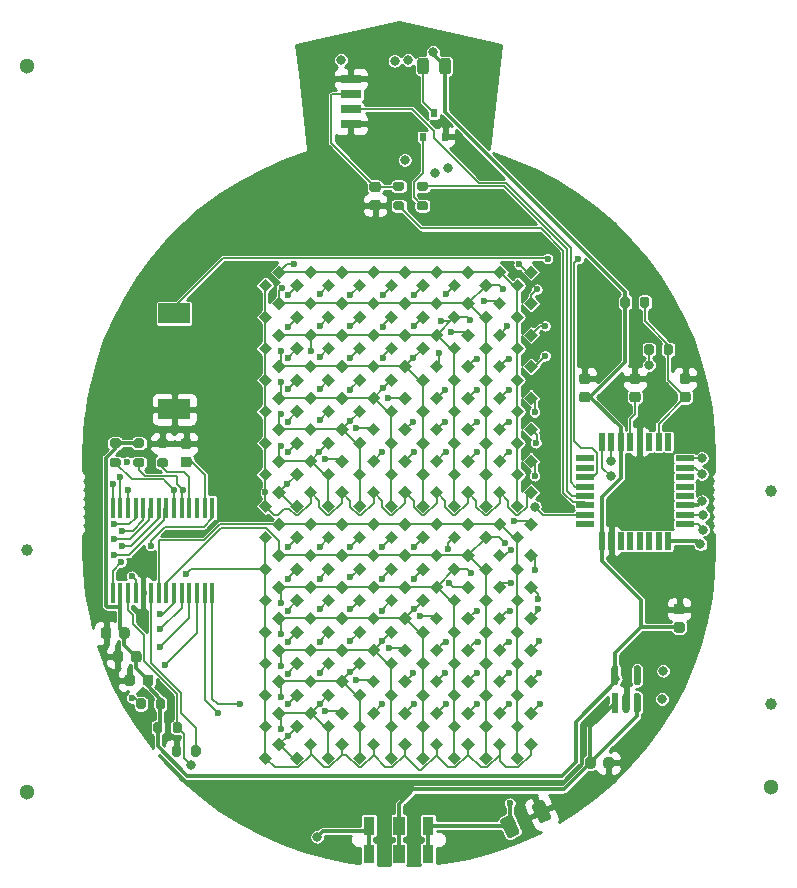
<source format=gbr>
G04 #@! TF.GenerationSoftware,KiCad,Pcbnew,(5.1.12-1-10_14)*
G04 #@! TF.CreationDate,2021-12-02T19:43:45-05:00*
G04 #@! TF.ProjectId,blinky,626c696e-6b79-42e6-9b69-6361645f7063,rev?*
G04 #@! TF.SameCoordinates,Original*
G04 #@! TF.FileFunction,Copper,L1,Top*
G04 #@! TF.FilePolarity,Positive*
%FSLAX46Y46*%
G04 Gerber Fmt 4.6, Leading zero omitted, Abs format (unit mm)*
G04 Created by KiCad (PCBNEW (5.1.12-1-10_14)) date 2021-12-02 19:43:45*
%MOMM*%
%LPD*%
G01*
G04 APERTURE LIST*
G04 #@! TA.AperFunction,WasherPad*
%ADD10C,1.300000*%
G04 #@! TD*
G04 #@! TA.AperFunction,SMDPad,CuDef*
%ADD11R,0.950000X1.550000*%
G04 #@! TD*
G04 #@! TA.AperFunction,SMDPad,CuDef*
%ADD12R,1.000000X1.600000*%
G04 #@! TD*
G04 #@! TA.AperFunction,SMDPad,CuDef*
%ADD13R,1.800000X0.800000*%
G04 #@! TD*
G04 #@! TA.AperFunction,SMDPad,CuDef*
%ADD14C,0.100000*%
G04 #@! TD*
G04 #@! TA.AperFunction,SMDPad,CuDef*
%ADD15R,1.500000X0.550000*%
G04 #@! TD*
G04 #@! TA.AperFunction,SMDPad,CuDef*
%ADD16R,0.550000X1.500000*%
G04 #@! TD*
G04 #@! TA.AperFunction,SMDPad,CuDef*
%ADD17C,1.000000*%
G04 #@! TD*
G04 #@! TA.AperFunction,SMDPad,CuDef*
%ADD18R,0.450000X1.750000*%
G04 #@! TD*
G04 #@! TA.AperFunction,SMDPad,CuDef*
%ADD19R,0.609807X1.755639*%
G04 #@! TD*
G04 #@! TA.AperFunction,SMDPad,CuDef*
%ADD20R,2.692400X1.701800*%
G04 #@! TD*
G04 #@! TA.AperFunction,SMDPad,CuDef*
%ADD21R,0.600000X0.700000*%
G04 #@! TD*
G04 #@! TA.AperFunction,ViaPad*
%ADD22C,0.600000*%
G04 #@! TD*
G04 #@! TA.AperFunction,ViaPad*
%ADD23C,0.800000*%
G04 #@! TD*
G04 #@! TA.AperFunction,Conductor*
%ADD24C,0.300000*%
G04 #@! TD*
G04 #@! TA.AperFunction,Conductor*
%ADD25C,0.150000*%
G04 #@! TD*
G04 #@! TA.AperFunction,Conductor*
%ADD26C,0.254000*%
G04 #@! TD*
G04 #@! TA.AperFunction,Conductor*
%ADD27C,0.100000*%
G04 #@! TD*
G04 APERTURE END LIST*
D10*
G04 #@! TO.P,H9,*
G04 #@! TO.N,*
X221500000Y-106000000D03*
G04 #@! TD*
G04 #@! TO.P,H8,*
G04 #@! TO.N,*
X158500000Y-106500000D03*
G04 #@! TD*
G04 #@! TO.P,H7,*
G04 #@! TO.N,*
X158500000Y-45000000D03*
G04 #@! TD*
D11*
G04 #@! TO.P,SW2,1*
G04 #@! TO.N,Net-(BT1-Pad1)*
X192500000Y-109300000D03*
D12*
G04 #@! TO.P,SW2,2*
G04 #@! TO.N,+5V*
X190000000Y-109300000D03*
D11*
G04 #@! TO.P,SW2,3*
G04 #@! TO.N,/USB5V*
X187500000Y-109300000D03*
X187500000Y-111700000D03*
D12*
G04 #@! TO.P,SW2,2*
G04 #@! TO.N,+5V*
X190000000Y-111700000D03*
D11*
G04 #@! TO.P,SW2,1*
G04 #@! TO.N,Net-(BT1-Pad1)*
X192500000Y-111700000D03*
G04 #@! TD*
D13*
G04 #@! TO.P,U3,1*
G04 #@! TO.N,GND*
X185945900Y-46095000D03*
G04 #@! TO.P,U3,2*
G04 #@! TO.N,Net-(C7-Pad1)*
X185945900Y-47365000D03*
G04 #@! TO.P,U3,3*
G04 #@! TO.N,/A1*
X185945900Y-48635000D03*
G04 #@! TO.P,U3,4*
G04 #@! TO.N,GND*
X185945900Y-49905000D03*
G04 #@! TD*
G04 #@! TA.AperFunction,SMDPad,CuDef*
D14*
G04 #@! TO.P,D3.3,1*
G04 #@! TO.N,/CA3*
G36*
X194705424Y-69475634D02*
G01*
X194139739Y-68909949D01*
X194705424Y-68344264D01*
X195271109Y-68909949D01*
X194705424Y-69475634D01*
G37*
G04 #@! TD.AperFunction*
G04 #@! TA.AperFunction,SMDPad,CuDef*
G04 #@! TO.P,D3.3,2*
G04 #@! TO.N,/CA4*
G36*
X195870000Y-68329017D02*
G01*
X195304315Y-67763332D01*
X195870000Y-67197647D01*
X196435685Y-67763332D01*
X195870000Y-68329017D01*
G37*
G04 #@! TD.AperFunction*
G04 #@! TD*
G04 #@! TA.AperFunction,SMDPad,CuDef*
G04 #@! TO.P,D9.14,1*
G04 #@! TO.N,/CB9*
G36*
X178705424Y-98808960D02*
G01*
X178139739Y-98243275D01*
X178705424Y-97677590D01*
X179271109Y-98243275D01*
X178705424Y-98808960D01*
G37*
G04 #@! TD.AperFunction*
G04 #@! TA.AperFunction,SMDPad,CuDef*
G04 #@! TO.P,D9.14,2*
G04 #@! TO.N,/CB6*
G36*
X179870000Y-97662343D02*
G01*
X179304315Y-97096658D01*
X179870000Y-96530973D01*
X180435685Y-97096658D01*
X179870000Y-97662343D01*
G37*
G04 #@! TD.AperFunction*
G04 #@! TD*
G04 #@! TA.AperFunction,SMDPad,CuDef*
G04 #@! TO.P,D9.13,1*
G04 #@! TO.N,/CB9*
G36*
X178705424Y-96142294D02*
G01*
X178139739Y-95576609D01*
X178705424Y-95010924D01*
X179271109Y-95576609D01*
X178705424Y-96142294D01*
G37*
G04 #@! TD.AperFunction*
G04 #@! TA.AperFunction,SMDPad,CuDef*
G04 #@! TO.P,D9.13,2*
G04 #@! TO.N,/CB5*
G36*
X179870000Y-94995677D02*
G01*
X179304315Y-94429992D01*
X179870000Y-93864307D01*
X180435685Y-94429992D01*
X179870000Y-94995677D01*
G37*
G04 #@! TD.AperFunction*
G04 #@! TD*
G04 #@! TA.AperFunction,SMDPad,CuDef*
G04 #@! TO.P,D9.12,1*
G04 #@! TO.N,/CB9*
G36*
X178705424Y-93475628D02*
G01*
X178139739Y-92909943D01*
X178705424Y-92344258D01*
X179271109Y-92909943D01*
X178705424Y-93475628D01*
G37*
G04 #@! TD.AperFunction*
G04 #@! TA.AperFunction,SMDPad,CuDef*
G04 #@! TO.P,D9.12,2*
G04 #@! TO.N,/CB4*
G36*
X179870000Y-92329011D02*
G01*
X179304315Y-91763326D01*
X179870000Y-91197641D01*
X180435685Y-91763326D01*
X179870000Y-92329011D01*
G37*
G04 #@! TD.AperFunction*
G04 #@! TD*
G04 #@! TA.AperFunction,SMDPad,CuDef*
G04 #@! TO.P,D9.1,1*
G04 #@! TO.N,/CA9*
G36*
X178705424Y-64142302D02*
G01*
X178139739Y-63576617D01*
X178705424Y-63010932D01*
X179271109Y-63576617D01*
X178705424Y-64142302D01*
G37*
G04 #@! TD.AperFunction*
G04 #@! TA.AperFunction,SMDPad,CuDef*
G04 #@! TO.P,D9.1,2*
G04 #@! TO.N,/CA1*
G36*
X179870000Y-62995685D02*
G01*
X179304315Y-62430000D01*
X179870000Y-61864315D01*
X180435685Y-62430000D01*
X179870000Y-62995685D01*
G37*
G04 #@! TD.AperFunction*
G04 #@! TD*
G04 #@! TA.AperFunction,SMDPad,CuDef*
G04 #@! TO.P,D9.2,1*
G04 #@! TO.N,/CA9*
G36*
X178705424Y-66808968D02*
G01*
X178139739Y-66243283D01*
X178705424Y-65677598D01*
X179271109Y-66243283D01*
X178705424Y-66808968D01*
G37*
G04 #@! TD.AperFunction*
G04 #@! TA.AperFunction,SMDPad,CuDef*
G04 #@! TO.P,D9.2,2*
G04 #@! TO.N,/CA2*
G36*
X179870000Y-65662351D02*
G01*
X179304315Y-65096666D01*
X179870000Y-64530981D01*
X180435685Y-65096666D01*
X179870000Y-65662351D01*
G37*
G04 #@! TD.AperFunction*
G04 #@! TD*
G04 #@! TA.AperFunction,SMDPad,CuDef*
G04 #@! TO.P,D9.3,1*
G04 #@! TO.N,/CA9*
G36*
X178705424Y-69475634D02*
G01*
X178139739Y-68909949D01*
X178705424Y-68344264D01*
X179271109Y-68909949D01*
X178705424Y-69475634D01*
G37*
G04 #@! TD.AperFunction*
G04 #@! TA.AperFunction,SMDPad,CuDef*
G04 #@! TO.P,D9.3,2*
G04 #@! TO.N,/CA3*
G36*
X179870000Y-68329017D02*
G01*
X179304315Y-67763332D01*
X179870000Y-67197647D01*
X180435685Y-67763332D01*
X179870000Y-68329017D01*
G37*
G04 #@! TD.AperFunction*
G04 #@! TD*
G04 #@! TA.AperFunction,SMDPad,CuDef*
G04 #@! TO.P,D9.4,1*
G04 #@! TO.N,/CA9*
G36*
X178705424Y-72142300D02*
G01*
X178139739Y-71576615D01*
X178705424Y-71010930D01*
X179271109Y-71576615D01*
X178705424Y-72142300D01*
G37*
G04 #@! TD.AperFunction*
G04 #@! TA.AperFunction,SMDPad,CuDef*
G04 #@! TO.P,D9.4,2*
G04 #@! TO.N,/CA4*
G36*
X179870000Y-70995683D02*
G01*
X179304315Y-70429998D01*
X179870000Y-69864313D01*
X180435685Y-70429998D01*
X179870000Y-70995683D01*
G37*
G04 #@! TD.AperFunction*
G04 #@! TD*
G04 #@! TA.AperFunction,SMDPad,CuDef*
G04 #@! TO.P,D9.5,1*
G04 #@! TO.N,/CA9*
G36*
X178705424Y-74808966D02*
G01*
X178139739Y-74243281D01*
X178705424Y-73677596D01*
X179271109Y-74243281D01*
X178705424Y-74808966D01*
G37*
G04 #@! TD.AperFunction*
G04 #@! TA.AperFunction,SMDPad,CuDef*
G04 #@! TO.P,D9.5,2*
G04 #@! TO.N,/CA5*
G36*
X179870000Y-73662349D02*
G01*
X179304315Y-73096664D01*
X179870000Y-72530979D01*
X180435685Y-73096664D01*
X179870000Y-73662349D01*
G37*
G04 #@! TD.AperFunction*
G04 #@! TD*
G04 #@! TA.AperFunction,SMDPad,CuDef*
G04 #@! TO.P,D9.15,1*
G04 #@! TO.N,/CB9*
G36*
X178705424Y-101475626D02*
G01*
X178139739Y-100909941D01*
X178705424Y-100344256D01*
X179271109Y-100909941D01*
X178705424Y-101475626D01*
G37*
G04 #@! TD.AperFunction*
G04 #@! TA.AperFunction,SMDPad,CuDef*
G04 #@! TO.P,D9.15,2*
G04 #@! TO.N,/CB7*
G36*
X179870000Y-100329009D02*
G01*
X179304315Y-99763324D01*
X179870000Y-99197639D01*
X180435685Y-99763324D01*
X179870000Y-100329009D01*
G37*
G04 #@! TD.AperFunction*
G04 #@! TD*
G04 #@! TA.AperFunction,SMDPad,CuDef*
G04 #@! TO.P,D9.6,1*
G04 #@! TO.N,/CA9*
G36*
X178705424Y-77475632D02*
G01*
X178139739Y-76909947D01*
X178705424Y-76344262D01*
X179271109Y-76909947D01*
X178705424Y-77475632D01*
G37*
G04 #@! TD.AperFunction*
G04 #@! TA.AperFunction,SMDPad,CuDef*
G04 #@! TO.P,D9.6,2*
G04 #@! TO.N,/CA6*
G36*
X179870000Y-76329015D02*
G01*
X179304315Y-75763330D01*
X179870000Y-75197645D01*
X180435685Y-75763330D01*
X179870000Y-76329015D01*
G37*
G04 #@! TD.AperFunction*
G04 #@! TD*
G04 #@! TA.AperFunction,SMDPad,CuDef*
G04 #@! TO.P,D9.7,1*
G04 #@! TO.N,/CA9*
G36*
X178705424Y-80142298D02*
G01*
X178139739Y-79576613D01*
X178705424Y-79010928D01*
X179271109Y-79576613D01*
X178705424Y-80142298D01*
G37*
G04 #@! TD.AperFunction*
G04 #@! TA.AperFunction,SMDPad,CuDef*
G04 #@! TO.P,D9.7,2*
G04 #@! TO.N,/CA7*
G36*
X179870000Y-78995681D02*
G01*
X179304315Y-78429996D01*
X179870000Y-77864311D01*
X180435685Y-78429996D01*
X179870000Y-78995681D01*
G37*
G04 #@! TD.AperFunction*
G04 #@! TD*
G04 #@! TA.AperFunction,SMDPad,CuDef*
G04 #@! TO.P,D9.8,1*
G04 #@! TO.N,/CA9*
G36*
X178705424Y-82808964D02*
G01*
X178139739Y-82243279D01*
X178705424Y-81677594D01*
X179271109Y-82243279D01*
X178705424Y-82808964D01*
G37*
G04 #@! TD.AperFunction*
G04 #@! TA.AperFunction,SMDPad,CuDef*
G04 #@! TO.P,D9.8,2*
G04 #@! TO.N,/CA8*
G36*
X179870000Y-81662347D02*
G01*
X179304315Y-81096662D01*
X179870000Y-80530977D01*
X180435685Y-81096662D01*
X179870000Y-81662347D01*
G37*
G04 #@! TD.AperFunction*
G04 #@! TD*
G04 #@! TA.AperFunction,SMDPad,CuDef*
G04 #@! TO.P,D9.9,1*
G04 #@! TO.N,/CB9*
G36*
X178705424Y-85475630D02*
G01*
X178139739Y-84909945D01*
X178705424Y-84344260D01*
X179271109Y-84909945D01*
X178705424Y-85475630D01*
G37*
G04 #@! TD.AperFunction*
G04 #@! TA.AperFunction,SMDPad,CuDef*
G04 #@! TO.P,D9.9,2*
G04 #@! TO.N,/CB1*
G36*
X179870000Y-84329013D02*
G01*
X179304315Y-83763328D01*
X179870000Y-83197643D01*
X180435685Y-83763328D01*
X179870000Y-84329013D01*
G37*
G04 #@! TD.AperFunction*
G04 #@! TD*
G04 #@! TA.AperFunction,SMDPad,CuDef*
G04 #@! TO.P,D9.10,1*
G04 #@! TO.N,/CB9*
G36*
X178705424Y-88142296D02*
G01*
X178139739Y-87576611D01*
X178705424Y-87010926D01*
X179271109Y-87576611D01*
X178705424Y-88142296D01*
G37*
G04 #@! TD.AperFunction*
G04 #@! TA.AperFunction,SMDPad,CuDef*
G04 #@! TO.P,D9.10,2*
G04 #@! TO.N,/CB2*
G36*
X179870000Y-86995679D02*
G01*
X179304315Y-86429994D01*
X179870000Y-85864309D01*
X180435685Y-86429994D01*
X179870000Y-86995679D01*
G37*
G04 #@! TD.AperFunction*
G04 #@! TD*
G04 #@! TA.AperFunction,SMDPad,CuDef*
G04 #@! TO.P,D9.11,1*
G04 #@! TO.N,/CB9*
G36*
X178705424Y-90808962D02*
G01*
X178139739Y-90243277D01*
X178705424Y-89677592D01*
X179271109Y-90243277D01*
X178705424Y-90808962D01*
G37*
G04 #@! TD.AperFunction*
G04 #@! TA.AperFunction,SMDPad,CuDef*
G04 #@! TO.P,D9.11,2*
G04 #@! TO.N,/CB3*
G36*
X179870000Y-89662345D02*
G01*
X179304315Y-89096660D01*
X179870000Y-88530975D01*
X180435685Y-89096660D01*
X179870000Y-89662345D01*
G37*
G04 #@! TD.AperFunction*
G04 #@! TD*
G04 #@! TA.AperFunction,SMDPad,CuDef*
G04 #@! TO.P,D9.16,1*
G04 #@! TO.N,/CB9*
G36*
X178705424Y-104142292D02*
G01*
X178139739Y-103576607D01*
X178705424Y-103010922D01*
X179271109Y-103576607D01*
X178705424Y-104142292D01*
G37*
G04 #@! TD.AperFunction*
G04 #@! TA.AperFunction,SMDPad,CuDef*
G04 #@! TO.P,D9.16,2*
G04 #@! TO.N,/CB8*
G36*
X179870000Y-102995675D02*
G01*
X179304315Y-102429990D01*
X179870000Y-101864305D01*
X180435685Y-102429990D01*
X179870000Y-102995675D01*
G37*
G04 #@! TD.AperFunction*
G04 #@! TD*
G04 #@! TA.AperFunction,SMDPad,CuDef*
G04 #@! TO.P,D8.14,1*
G04 #@! TO.N,/CB8*
G36*
X181375424Y-98808960D02*
G01*
X180809739Y-98243275D01*
X181375424Y-97677590D01*
X181941109Y-98243275D01*
X181375424Y-98808960D01*
G37*
G04 #@! TD.AperFunction*
G04 #@! TA.AperFunction,SMDPad,CuDef*
G04 #@! TO.P,D8.14,2*
G04 #@! TO.N,/CB6*
G36*
X182540000Y-97662343D02*
G01*
X181974315Y-97096658D01*
X182540000Y-96530973D01*
X183105685Y-97096658D01*
X182540000Y-97662343D01*
G37*
G04 #@! TD.AperFunction*
G04 #@! TD*
G04 #@! TA.AperFunction,SMDPad,CuDef*
G04 #@! TO.P,D8.13,1*
G04 #@! TO.N,/CB8*
G36*
X181375424Y-96142294D02*
G01*
X180809739Y-95576609D01*
X181375424Y-95010924D01*
X181941109Y-95576609D01*
X181375424Y-96142294D01*
G37*
G04 #@! TD.AperFunction*
G04 #@! TA.AperFunction,SMDPad,CuDef*
G04 #@! TO.P,D8.13,2*
G04 #@! TO.N,/CB5*
G36*
X182540000Y-94995677D02*
G01*
X181974315Y-94429992D01*
X182540000Y-93864307D01*
X183105685Y-94429992D01*
X182540000Y-94995677D01*
G37*
G04 #@! TD.AperFunction*
G04 #@! TD*
G04 #@! TA.AperFunction,SMDPad,CuDef*
G04 #@! TO.P,D8.12,1*
G04 #@! TO.N,/CB8*
G36*
X181375424Y-93475628D02*
G01*
X180809739Y-92909943D01*
X181375424Y-92344258D01*
X181941109Y-92909943D01*
X181375424Y-93475628D01*
G37*
G04 #@! TD.AperFunction*
G04 #@! TA.AperFunction,SMDPad,CuDef*
G04 #@! TO.P,D8.12,2*
G04 #@! TO.N,/CB4*
G36*
X182540000Y-92329011D02*
G01*
X181974315Y-91763326D01*
X182540000Y-91197641D01*
X183105685Y-91763326D01*
X182540000Y-92329011D01*
G37*
G04 #@! TD.AperFunction*
G04 #@! TD*
G04 #@! TA.AperFunction,SMDPad,CuDef*
G04 #@! TO.P,D8.1,1*
G04 #@! TO.N,/CA8*
G36*
X181375424Y-64142302D02*
G01*
X180809739Y-63576617D01*
X181375424Y-63010932D01*
X181941109Y-63576617D01*
X181375424Y-64142302D01*
G37*
G04 #@! TD.AperFunction*
G04 #@! TA.AperFunction,SMDPad,CuDef*
G04 #@! TO.P,D8.1,2*
G04 #@! TO.N,/CA1*
G36*
X182540000Y-62995685D02*
G01*
X181974315Y-62430000D01*
X182540000Y-61864315D01*
X183105685Y-62430000D01*
X182540000Y-62995685D01*
G37*
G04 #@! TD.AperFunction*
G04 #@! TD*
G04 #@! TA.AperFunction,SMDPad,CuDef*
G04 #@! TO.P,D8.2,1*
G04 #@! TO.N,/CA8*
G36*
X181375424Y-66808968D02*
G01*
X180809739Y-66243283D01*
X181375424Y-65677598D01*
X181941109Y-66243283D01*
X181375424Y-66808968D01*
G37*
G04 #@! TD.AperFunction*
G04 #@! TA.AperFunction,SMDPad,CuDef*
G04 #@! TO.P,D8.2,2*
G04 #@! TO.N,/CA2*
G36*
X182540000Y-65662351D02*
G01*
X181974315Y-65096666D01*
X182540000Y-64530981D01*
X183105685Y-65096666D01*
X182540000Y-65662351D01*
G37*
G04 #@! TD.AperFunction*
G04 #@! TD*
G04 #@! TA.AperFunction,SMDPad,CuDef*
G04 #@! TO.P,D8.3,1*
G04 #@! TO.N,/CA8*
G36*
X181375424Y-69475634D02*
G01*
X180809739Y-68909949D01*
X181375424Y-68344264D01*
X181941109Y-68909949D01*
X181375424Y-69475634D01*
G37*
G04 #@! TD.AperFunction*
G04 #@! TA.AperFunction,SMDPad,CuDef*
G04 #@! TO.P,D8.3,2*
G04 #@! TO.N,/CA3*
G36*
X182540000Y-68329017D02*
G01*
X181974315Y-67763332D01*
X182540000Y-67197647D01*
X183105685Y-67763332D01*
X182540000Y-68329017D01*
G37*
G04 #@! TD.AperFunction*
G04 #@! TD*
G04 #@! TA.AperFunction,SMDPad,CuDef*
G04 #@! TO.P,D8.4,1*
G04 #@! TO.N,/CA8*
G36*
X181375424Y-72142300D02*
G01*
X180809739Y-71576615D01*
X181375424Y-71010930D01*
X181941109Y-71576615D01*
X181375424Y-72142300D01*
G37*
G04 #@! TD.AperFunction*
G04 #@! TA.AperFunction,SMDPad,CuDef*
G04 #@! TO.P,D8.4,2*
G04 #@! TO.N,/CA4*
G36*
X182540000Y-70995683D02*
G01*
X181974315Y-70429998D01*
X182540000Y-69864313D01*
X183105685Y-70429998D01*
X182540000Y-70995683D01*
G37*
G04 #@! TD.AperFunction*
G04 #@! TD*
G04 #@! TA.AperFunction,SMDPad,CuDef*
G04 #@! TO.P,D8.5,1*
G04 #@! TO.N,/CA8*
G36*
X181375424Y-74808966D02*
G01*
X180809739Y-74243281D01*
X181375424Y-73677596D01*
X181941109Y-74243281D01*
X181375424Y-74808966D01*
G37*
G04 #@! TD.AperFunction*
G04 #@! TA.AperFunction,SMDPad,CuDef*
G04 #@! TO.P,D8.5,2*
G04 #@! TO.N,/CA5*
G36*
X182540000Y-73662349D02*
G01*
X181974315Y-73096664D01*
X182540000Y-72530979D01*
X183105685Y-73096664D01*
X182540000Y-73662349D01*
G37*
G04 #@! TD.AperFunction*
G04 #@! TD*
G04 #@! TA.AperFunction,SMDPad,CuDef*
G04 #@! TO.P,D8.15,1*
G04 #@! TO.N,/CB8*
G36*
X181375424Y-101475626D02*
G01*
X180809739Y-100909941D01*
X181375424Y-100344256D01*
X181941109Y-100909941D01*
X181375424Y-101475626D01*
G37*
G04 #@! TD.AperFunction*
G04 #@! TA.AperFunction,SMDPad,CuDef*
G04 #@! TO.P,D8.15,2*
G04 #@! TO.N,/CB7*
G36*
X182540000Y-100329009D02*
G01*
X181974315Y-99763324D01*
X182540000Y-99197639D01*
X183105685Y-99763324D01*
X182540000Y-100329009D01*
G37*
G04 #@! TD.AperFunction*
G04 #@! TD*
G04 #@! TA.AperFunction,SMDPad,CuDef*
G04 #@! TO.P,D8.6,1*
G04 #@! TO.N,/CA8*
G36*
X181375424Y-77475632D02*
G01*
X180809739Y-76909947D01*
X181375424Y-76344262D01*
X181941109Y-76909947D01*
X181375424Y-77475632D01*
G37*
G04 #@! TD.AperFunction*
G04 #@! TA.AperFunction,SMDPad,CuDef*
G04 #@! TO.P,D8.6,2*
G04 #@! TO.N,/CA6*
G36*
X182540000Y-76329015D02*
G01*
X181974315Y-75763330D01*
X182540000Y-75197645D01*
X183105685Y-75763330D01*
X182540000Y-76329015D01*
G37*
G04 #@! TD.AperFunction*
G04 #@! TD*
G04 #@! TA.AperFunction,SMDPad,CuDef*
G04 #@! TO.P,D8.7,1*
G04 #@! TO.N,/CA8*
G36*
X181375424Y-80142298D02*
G01*
X180809739Y-79576613D01*
X181375424Y-79010928D01*
X181941109Y-79576613D01*
X181375424Y-80142298D01*
G37*
G04 #@! TD.AperFunction*
G04 #@! TA.AperFunction,SMDPad,CuDef*
G04 #@! TO.P,D8.7,2*
G04 #@! TO.N,/CA7*
G36*
X182540000Y-78995681D02*
G01*
X181974315Y-78429996D01*
X182540000Y-77864311D01*
X183105685Y-78429996D01*
X182540000Y-78995681D01*
G37*
G04 #@! TD.AperFunction*
G04 #@! TD*
G04 #@! TA.AperFunction,SMDPad,CuDef*
G04 #@! TO.P,D8.8,1*
G04 #@! TO.N,/CA8*
G36*
X181375424Y-82808964D02*
G01*
X180809739Y-82243279D01*
X181375424Y-81677594D01*
X181941109Y-82243279D01*
X181375424Y-82808964D01*
G37*
G04 #@! TD.AperFunction*
G04 #@! TA.AperFunction,SMDPad,CuDef*
G04 #@! TO.P,D8.8,2*
G04 #@! TO.N,/CA9*
G36*
X182540000Y-81662347D02*
G01*
X181974315Y-81096662D01*
X182540000Y-80530977D01*
X183105685Y-81096662D01*
X182540000Y-81662347D01*
G37*
G04 #@! TD.AperFunction*
G04 #@! TD*
G04 #@! TA.AperFunction,SMDPad,CuDef*
G04 #@! TO.P,D8.9,1*
G04 #@! TO.N,/CB8*
G36*
X181375424Y-85475630D02*
G01*
X180809739Y-84909945D01*
X181375424Y-84344260D01*
X181941109Y-84909945D01*
X181375424Y-85475630D01*
G37*
G04 #@! TD.AperFunction*
G04 #@! TA.AperFunction,SMDPad,CuDef*
G04 #@! TO.P,D8.9,2*
G04 #@! TO.N,/CB1*
G36*
X182540000Y-84329013D02*
G01*
X181974315Y-83763328D01*
X182540000Y-83197643D01*
X183105685Y-83763328D01*
X182540000Y-84329013D01*
G37*
G04 #@! TD.AperFunction*
G04 #@! TD*
G04 #@! TA.AperFunction,SMDPad,CuDef*
G04 #@! TO.P,D8.10,1*
G04 #@! TO.N,/CB8*
G36*
X181375424Y-88142296D02*
G01*
X180809739Y-87576611D01*
X181375424Y-87010926D01*
X181941109Y-87576611D01*
X181375424Y-88142296D01*
G37*
G04 #@! TD.AperFunction*
G04 #@! TA.AperFunction,SMDPad,CuDef*
G04 #@! TO.P,D8.10,2*
G04 #@! TO.N,/CB2*
G36*
X182540000Y-86995679D02*
G01*
X181974315Y-86429994D01*
X182540000Y-85864309D01*
X183105685Y-86429994D01*
X182540000Y-86995679D01*
G37*
G04 #@! TD.AperFunction*
G04 #@! TD*
G04 #@! TA.AperFunction,SMDPad,CuDef*
G04 #@! TO.P,D8.11,1*
G04 #@! TO.N,/CB8*
G36*
X181375424Y-90808962D02*
G01*
X180809739Y-90243277D01*
X181375424Y-89677592D01*
X181941109Y-90243277D01*
X181375424Y-90808962D01*
G37*
G04 #@! TD.AperFunction*
G04 #@! TA.AperFunction,SMDPad,CuDef*
G04 #@! TO.P,D8.11,2*
G04 #@! TO.N,/CB3*
G36*
X182540000Y-89662345D02*
G01*
X181974315Y-89096660D01*
X182540000Y-88530975D01*
X183105685Y-89096660D01*
X182540000Y-89662345D01*
G37*
G04 #@! TD.AperFunction*
G04 #@! TD*
G04 #@! TA.AperFunction,SMDPad,CuDef*
G04 #@! TO.P,D8.16,1*
G04 #@! TO.N,/CB8*
G36*
X181375424Y-104142292D02*
G01*
X180809739Y-103576607D01*
X181375424Y-103010922D01*
X181941109Y-103576607D01*
X181375424Y-104142292D01*
G37*
G04 #@! TD.AperFunction*
G04 #@! TA.AperFunction,SMDPad,CuDef*
G04 #@! TO.P,D8.16,2*
G04 #@! TO.N,/CB9*
G36*
X182540000Y-102995675D02*
G01*
X181974315Y-102429990D01*
X182540000Y-101864305D01*
X183105685Y-102429990D01*
X182540000Y-102995675D01*
G37*
G04 #@! TD.AperFunction*
G04 #@! TD*
G04 #@! TA.AperFunction,SMDPad,CuDef*
G04 #@! TO.P,D7.14,1*
G04 #@! TO.N,/CB7*
G36*
X184045424Y-98808960D02*
G01*
X183479739Y-98243275D01*
X184045424Y-97677590D01*
X184611109Y-98243275D01*
X184045424Y-98808960D01*
G37*
G04 #@! TD.AperFunction*
G04 #@! TA.AperFunction,SMDPad,CuDef*
G04 #@! TO.P,D7.14,2*
G04 #@! TO.N,/CB6*
G36*
X185210000Y-97662343D02*
G01*
X184644315Y-97096658D01*
X185210000Y-96530973D01*
X185775685Y-97096658D01*
X185210000Y-97662343D01*
G37*
G04 #@! TD.AperFunction*
G04 #@! TD*
G04 #@! TA.AperFunction,SMDPad,CuDef*
G04 #@! TO.P,D7.13,1*
G04 #@! TO.N,/CB7*
G36*
X184045424Y-96142294D02*
G01*
X183479739Y-95576609D01*
X184045424Y-95010924D01*
X184611109Y-95576609D01*
X184045424Y-96142294D01*
G37*
G04 #@! TD.AperFunction*
G04 #@! TA.AperFunction,SMDPad,CuDef*
G04 #@! TO.P,D7.13,2*
G04 #@! TO.N,/CB5*
G36*
X185210000Y-94995677D02*
G01*
X184644315Y-94429992D01*
X185210000Y-93864307D01*
X185775685Y-94429992D01*
X185210000Y-94995677D01*
G37*
G04 #@! TD.AperFunction*
G04 #@! TD*
G04 #@! TA.AperFunction,SMDPad,CuDef*
G04 #@! TO.P,D7.12,1*
G04 #@! TO.N,/CB7*
G36*
X184045424Y-93475628D02*
G01*
X183479739Y-92909943D01*
X184045424Y-92344258D01*
X184611109Y-92909943D01*
X184045424Y-93475628D01*
G37*
G04 #@! TD.AperFunction*
G04 #@! TA.AperFunction,SMDPad,CuDef*
G04 #@! TO.P,D7.12,2*
G04 #@! TO.N,/CB4*
G36*
X185210000Y-92329011D02*
G01*
X184644315Y-91763326D01*
X185210000Y-91197641D01*
X185775685Y-91763326D01*
X185210000Y-92329011D01*
G37*
G04 #@! TD.AperFunction*
G04 #@! TD*
G04 #@! TA.AperFunction,SMDPad,CuDef*
G04 #@! TO.P,D7.1,1*
G04 #@! TO.N,/CA7*
G36*
X184045424Y-64142302D02*
G01*
X183479739Y-63576617D01*
X184045424Y-63010932D01*
X184611109Y-63576617D01*
X184045424Y-64142302D01*
G37*
G04 #@! TD.AperFunction*
G04 #@! TA.AperFunction,SMDPad,CuDef*
G04 #@! TO.P,D7.1,2*
G04 #@! TO.N,/CA1*
G36*
X185210000Y-62995685D02*
G01*
X184644315Y-62430000D01*
X185210000Y-61864315D01*
X185775685Y-62430000D01*
X185210000Y-62995685D01*
G37*
G04 #@! TD.AperFunction*
G04 #@! TD*
G04 #@! TA.AperFunction,SMDPad,CuDef*
G04 #@! TO.P,D7.2,1*
G04 #@! TO.N,/CA7*
G36*
X184045424Y-66808968D02*
G01*
X183479739Y-66243283D01*
X184045424Y-65677598D01*
X184611109Y-66243283D01*
X184045424Y-66808968D01*
G37*
G04 #@! TD.AperFunction*
G04 #@! TA.AperFunction,SMDPad,CuDef*
G04 #@! TO.P,D7.2,2*
G04 #@! TO.N,/CA2*
G36*
X185210000Y-65662351D02*
G01*
X184644315Y-65096666D01*
X185210000Y-64530981D01*
X185775685Y-65096666D01*
X185210000Y-65662351D01*
G37*
G04 #@! TD.AperFunction*
G04 #@! TD*
G04 #@! TA.AperFunction,SMDPad,CuDef*
G04 #@! TO.P,D7.3,1*
G04 #@! TO.N,/CA7*
G36*
X184045424Y-69475634D02*
G01*
X183479739Y-68909949D01*
X184045424Y-68344264D01*
X184611109Y-68909949D01*
X184045424Y-69475634D01*
G37*
G04 #@! TD.AperFunction*
G04 #@! TA.AperFunction,SMDPad,CuDef*
G04 #@! TO.P,D7.3,2*
G04 #@! TO.N,/CA3*
G36*
X185210000Y-68329017D02*
G01*
X184644315Y-67763332D01*
X185210000Y-67197647D01*
X185775685Y-67763332D01*
X185210000Y-68329017D01*
G37*
G04 #@! TD.AperFunction*
G04 #@! TD*
G04 #@! TA.AperFunction,SMDPad,CuDef*
G04 #@! TO.P,D7.4,1*
G04 #@! TO.N,/CA7*
G36*
X184045424Y-72142300D02*
G01*
X183479739Y-71576615D01*
X184045424Y-71010930D01*
X184611109Y-71576615D01*
X184045424Y-72142300D01*
G37*
G04 #@! TD.AperFunction*
G04 #@! TA.AperFunction,SMDPad,CuDef*
G04 #@! TO.P,D7.4,2*
G04 #@! TO.N,/CA4*
G36*
X185210000Y-70995683D02*
G01*
X184644315Y-70429998D01*
X185210000Y-69864313D01*
X185775685Y-70429998D01*
X185210000Y-70995683D01*
G37*
G04 #@! TD.AperFunction*
G04 #@! TD*
G04 #@! TA.AperFunction,SMDPad,CuDef*
G04 #@! TO.P,D7.5,1*
G04 #@! TO.N,/CA7*
G36*
X184045424Y-74808966D02*
G01*
X183479739Y-74243281D01*
X184045424Y-73677596D01*
X184611109Y-74243281D01*
X184045424Y-74808966D01*
G37*
G04 #@! TD.AperFunction*
G04 #@! TA.AperFunction,SMDPad,CuDef*
G04 #@! TO.P,D7.5,2*
G04 #@! TO.N,/CA5*
G36*
X185210000Y-73662349D02*
G01*
X184644315Y-73096664D01*
X185210000Y-72530979D01*
X185775685Y-73096664D01*
X185210000Y-73662349D01*
G37*
G04 #@! TD.AperFunction*
G04 #@! TD*
G04 #@! TA.AperFunction,SMDPad,CuDef*
G04 #@! TO.P,D7.15,1*
G04 #@! TO.N,/CB7*
G36*
X184045424Y-101475626D02*
G01*
X183479739Y-100909941D01*
X184045424Y-100344256D01*
X184611109Y-100909941D01*
X184045424Y-101475626D01*
G37*
G04 #@! TD.AperFunction*
G04 #@! TA.AperFunction,SMDPad,CuDef*
G04 #@! TO.P,D7.15,2*
G04 #@! TO.N,/CB8*
G36*
X185210000Y-100329009D02*
G01*
X184644315Y-99763324D01*
X185210000Y-99197639D01*
X185775685Y-99763324D01*
X185210000Y-100329009D01*
G37*
G04 #@! TD.AperFunction*
G04 #@! TD*
G04 #@! TA.AperFunction,SMDPad,CuDef*
G04 #@! TO.P,D7.6,1*
G04 #@! TO.N,/CA7*
G36*
X184045424Y-77475632D02*
G01*
X183479739Y-76909947D01*
X184045424Y-76344262D01*
X184611109Y-76909947D01*
X184045424Y-77475632D01*
G37*
G04 #@! TD.AperFunction*
G04 #@! TA.AperFunction,SMDPad,CuDef*
G04 #@! TO.P,D7.6,2*
G04 #@! TO.N,/CA6*
G36*
X185210000Y-76329015D02*
G01*
X184644315Y-75763330D01*
X185210000Y-75197645D01*
X185775685Y-75763330D01*
X185210000Y-76329015D01*
G37*
G04 #@! TD.AperFunction*
G04 #@! TD*
G04 #@! TA.AperFunction,SMDPad,CuDef*
G04 #@! TO.P,D7.7,1*
G04 #@! TO.N,/CA7*
G36*
X184045424Y-80142298D02*
G01*
X183479739Y-79576613D01*
X184045424Y-79010928D01*
X184611109Y-79576613D01*
X184045424Y-80142298D01*
G37*
G04 #@! TD.AperFunction*
G04 #@! TA.AperFunction,SMDPad,CuDef*
G04 #@! TO.P,D7.7,2*
G04 #@! TO.N,/CA8*
G36*
X185210000Y-78995681D02*
G01*
X184644315Y-78429996D01*
X185210000Y-77864311D01*
X185775685Y-78429996D01*
X185210000Y-78995681D01*
G37*
G04 #@! TD.AperFunction*
G04 #@! TD*
G04 #@! TA.AperFunction,SMDPad,CuDef*
G04 #@! TO.P,D7.8,1*
G04 #@! TO.N,/CA7*
G36*
X184045424Y-82808964D02*
G01*
X183479739Y-82243279D01*
X184045424Y-81677594D01*
X184611109Y-82243279D01*
X184045424Y-82808964D01*
G37*
G04 #@! TD.AperFunction*
G04 #@! TA.AperFunction,SMDPad,CuDef*
G04 #@! TO.P,D7.8,2*
G04 #@! TO.N,/CA9*
G36*
X185210000Y-81662347D02*
G01*
X184644315Y-81096662D01*
X185210000Y-80530977D01*
X185775685Y-81096662D01*
X185210000Y-81662347D01*
G37*
G04 #@! TD.AperFunction*
G04 #@! TD*
G04 #@! TA.AperFunction,SMDPad,CuDef*
G04 #@! TO.P,D7.9,1*
G04 #@! TO.N,/CB7*
G36*
X184045424Y-85475630D02*
G01*
X183479739Y-84909945D01*
X184045424Y-84344260D01*
X184611109Y-84909945D01*
X184045424Y-85475630D01*
G37*
G04 #@! TD.AperFunction*
G04 #@! TA.AperFunction,SMDPad,CuDef*
G04 #@! TO.P,D7.9,2*
G04 #@! TO.N,/CB1*
G36*
X185210000Y-84329013D02*
G01*
X184644315Y-83763328D01*
X185210000Y-83197643D01*
X185775685Y-83763328D01*
X185210000Y-84329013D01*
G37*
G04 #@! TD.AperFunction*
G04 #@! TD*
G04 #@! TA.AperFunction,SMDPad,CuDef*
G04 #@! TO.P,D7.10,1*
G04 #@! TO.N,/CB7*
G36*
X184045424Y-88142296D02*
G01*
X183479739Y-87576611D01*
X184045424Y-87010926D01*
X184611109Y-87576611D01*
X184045424Y-88142296D01*
G37*
G04 #@! TD.AperFunction*
G04 #@! TA.AperFunction,SMDPad,CuDef*
G04 #@! TO.P,D7.10,2*
G04 #@! TO.N,/CB2*
G36*
X185210000Y-86995679D02*
G01*
X184644315Y-86429994D01*
X185210000Y-85864309D01*
X185775685Y-86429994D01*
X185210000Y-86995679D01*
G37*
G04 #@! TD.AperFunction*
G04 #@! TD*
G04 #@! TA.AperFunction,SMDPad,CuDef*
G04 #@! TO.P,D7.11,1*
G04 #@! TO.N,/CB7*
G36*
X184045424Y-90808962D02*
G01*
X183479739Y-90243277D01*
X184045424Y-89677592D01*
X184611109Y-90243277D01*
X184045424Y-90808962D01*
G37*
G04 #@! TD.AperFunction*
G04 #@! TA.AperFunction,SMDPad,CuDef*
G04 #@! TO.P,D7.11,2*
G04 #@! TO.N,/CB3*
G36*
X185210000Y-89662345D02*
G01*
X184644315Y-89096660D01*
X185210000Y-88530975D01*
X185775685Y-89096660D01*
X185210000Y-89662345D01*
G37*
G04 #@! TD.AperFunction*
G04 #@! TD*
G04 #@! TA.AperFunction,SMDPad,CuDef*
G04 #@! TO.P,D7.16,1*
G04 #@! TO.N,/CB7*
G36*
X184045424Y-104142292D02*
G01*
X183479739Y-103576607D01*
X184045424Y-103010922D01*
X184611109Y-103576607D01*
X184045424Y-104142292D01*
G37*
G04 #@! TD.AperFunction*
G04 #@! TA.AperFunction,SMDPad,CuDef*
G04 #@! TO.P,D7.16,2*
G04 #@! TO.N,/CB9*
G36*
X185210000Y-102995675D02*
G01*
X184644315Y-102429990D01*
X185210000Y-101864305D01*
X185775685Y-102429990D01*
X185210000Y-102995675D01*
G37*
G04 #@! TD.AperFunction*
G04 #@! TD*
G04 #@! TA.AperFunction,SMDPad,CuDef*
G04 #@! TO.P,D6.14,1*
G04 #@! TO.N,/CB6*
G36*
X186705424Y-98808960D02*
G01*
X186139739Y-98243275D01*
X186705424Y-97677590D01*
X187271109Y-98243275D01*
X186705424Y-98808960D01*
G37*
G04 #@! TD.AperFunction*
G04 #@! TA.AperFunction,SMDPad,CuDef*
G04 #@! TO.P,D6.14,2*
G04 #@! TO.N,/CB7*
G36*
X187870000Y-97662343D02*
G01*
X187304315Y-97096658D01*
X187870000Y-96530973D01*
X188435685Y-97096658D01*
X187870000Y-97662343D01*
G37*
G04 #@! TD.AperFunction*
G04 #@! TD*
G04 #@! TA.AperFunction,SMDPad,CuDef*
G04 #@! TO.P,D6.13,1*
G04 #@! TO.N,/CB6*
G36*
X186705424Y-96142294D02*
G01*
X186139739Y-95576609D01*
X186705424Y-95010924D01*
X187271109Y-95576609D01*
X186705424Y-96142294D01*
G37*
G04 #@! TD.AperFunction*
G04 #@! TA.AperFunction,SMDPad,CuDef*
G04 #@! TO.P,D6.13,2*
G04 #@! TO.N,/CB5*
G36*
X187870000Y-94995677D02*
G01*
X187304315Y-94429992D01*
X187870000Y-93864307D01*
X188435685Y-94429992D01*
X187870000Y-94995677D01*
G37*
G04 #@! TD.AperFunction*
G04 #@! TD*
G04 #@! TA.AperFunction,SMDPad,CuDef*
G04 #@! TO.P,D6.12,1*
G04 #@! TO.N,/CB6*
G36*
X186705424Y-93475628D02*
G01*
X186139739Y-92909943D01*
X186705424Y-92344258D01*
X187271109Y-92909943D01*
X186705424Y-93475628D01*
G37*
G04 #@! TD.AperFunction*
G04 #@! TA.AperFunction,SMDPad,CuDef*
G04 #@! TO.P,D6.12,2*
G04 #@! TO.N,/CB4*
G36*
X187870000Y-92329011D02*
G01*
X187304315Y-91763326D01*
X187870000Y-91197641D01*
X188435685Y-91763326D01*
X187870000Y-92329011D01*
G37*
G04 #@! TD.AperFunction*
G04 #@! TD*
G04 #@! TA.AperFunction,SMDPad,CuDef*
G04 #@! TO.P,D6.1,1*
G04 #@! TO.N,/CA6*
G36*
X186705424Y-64142302D02*
G01*
X186139739Y-63576617D01*
X186705424Y-63010932D01*
X187271109Y-63576617D01*
X186705424Y-64142302D01*
G37*
G04 #@! TD.AperFunction*
G04 #@! TA.AperFunction,SMDPad,CuDef*
G04 #@! TO.P,D6.1,2*
G04 #@! TO.N,/CA1*
G36*
X187870000Y-62995685D02*
G01*
X187304315Y-62430000D01*
X187870000Y-61864315D01*
X188435685Y-62430000D01*
X187870000Y-62995685D01*
G37*
G04 #@! TD.AperFunction*
G04 #@! TD*
G04 #@! TA.AperFunction,SMDPad,CuDef*
G04 #@! TO.P,D6.2,1*
G04 #@! TO.N,/CA6*
G36*
X186705424Y-66808968D02*
G01*
X186139739Y-66243283D01*
X186705424Y-65677598D01*
X187271109Y-66243283D01*
X186705424Y-66808968D01*
G37*
G04 #@! TD.AperFunction*
G04 #@! TA.AperFunction,SMDPad,CuDef*
G04 #@! TO.P,D6.2,2*
G04 #@! TO.N,/CA2*
G36*
X187870000Y-65662351D02*
G01*
X187304315Y-65096666D01*
X187870000Y-64530981D01*
X188435685Y-65096666D01*
X187870000Y-65662351D01*
G37*
G04 #@! TD.AperFunction*
G04 #@! TD*
G04 #@! TA.AperFunction,SMDPad,CuDef*
G04 #@! TO.P,D6.3,1*
G04 #@! TO.N,/CA6*
G36*
X186705424Y-69475634D02*
G01*
X186139739Y-68909949D01*
X186705424Y-68344264D01*
X187271109Y-68909949D01*
X186705424Y-69475634D01*
G37*
G04 #@! TD.AperFunction*
G04 #@! TA.AperFunction,SMDPad,CuDef*
G04 #@! TO.P,D6.3,2*
G04 #@! TO.N,/CA3*
G36*
X187870000Y-68329017D02*
G01*
X187304315Y-67763332D01*
X187870000Y-67197647D01*
X188435685Y-67763332D01*
X187870000Y-68329017D01*
G37*
G04 #@! TD.AperFunction*
G04 #@! TD*
G04 #@! TA.AperFunction,SMDPad,CuDef*
G04 #@! TO.P,D6.4,1*
G04 #@! TO.N,/CA6*
G36*
X186705424Y-72142300D02*
G01*
X186139739Y-71576615D01*
X186705424Y-71010930D01*
X187271109Y-71576615D01*
X186705424Y-72142300D01*
G37*
G04 #@! TD.AperFunction*
G04 #@! TA.AperFunction,SMDPad,CuDef*
G04 #@! TO.P,D6.4,2*
G04 #@! TO.N,/CA4*
G36*
X187870000Y-70995683D02*
G01*
X187304315Y-70429998D01*
X187870000Y-69864313D01*
X188435685Y-70429998D01*
X187870000Y-70995683D01*
G37*
G04 #@! TD.AperFunction*
G04 #@! TD*
G04 #@! TA.AperFunction,SMDPad,CuDef*
G04 #@! TO.P,D6.5,1*
G04 #@! TO.N,/CA6*
G36*
X186705424Y-74808966D02*
G01*
X186139739Y-74243281D01*
X186705424Y-73677596D01*
X187271109Y-74243281D01*
X186705424Y-74808966D01*
G37*
G04 #@! TD.AperFunction*
G04 #@! TA.AperFunction,SMDPad,CuDef*
G04 #@! TO.P,D6.5,2*
G04 #@! TO.N,/CA5*
G36*
X187870000Y-73662349D02*
G01*
X187304315Y-73096664D01*
X187870000Y-72530979D01*
X188435685Y-73096664D01*
X187870000Y-73662349D01*
G37*
G04 #@! TD.AperFunction*
G04 #@! TD*
G04 #@! TA.AperFunction,SMDPad,CuDef*
G04 #@! TO.P,D6.15,1*
G04 #@! TO.N,/CB6*
G36*
X186705424Y-101475626D02*
G01*
X186139739Y-100909941D01*
X186705424Y-100344256D01*
X187271109Y-100909941D01*
X186705424Y-101475626D01*
G37*
G04 #@! TD.AperFunction*
G04 #@! TA.AperFunction,SMDPad,CuDef*
G04 #@! TO.P,D6.15,2*
G04 #@! TO.N,/CB8*
G36*
X187870000Y-100329009D02*
G01*
X187304315Y-99763324D01*
X187870000Y-99197639D01*
X188435685Y-99763324D01*
X187870000Y-100329009D01*
G37*
G04 #@! TD.AperFunction*
G04 #@! TD*
G04 #@! TA.AperFunction,SMDPad,CuDef*
G04 #@! TO.P,D6.6,1*
G04 #@! TO.N,/CA6*
G36*
X186705424Y-77475632D02*
G01*
X186139739Y-76909947D01*
X186705424Y-76344262D01*
X187271109Y-76909947D01*
X186705424Y-77475632D01*
G37*
G04 #@! TD.AperFunction*
G04 #@! TA.AperFunction,SMDPad,CuDef*
G04 #@! TO.P,D6.6,2*
G04 #@! TO.N,/CA7*
G36*
X187870000Y-76329015D02*
G01*
X187304315Y-75763330D01*
X187870000Y-75197645D01*
X188435685Y-75763330D01*
X187870000Y-76329015D01*
G37*
G04 #@! TD.AperFunction*
G04 #@! TD*
G04 #@! TA.AperFunction,SMDPad,CuDef*
G04 #@! TO.P,D6.7,1*
G04 #@! TO.N,/CA6*
G36*
X186705424Y-80142298D02*
G01*
X186139739Y-79576613D01*
X186705424Y-79010928D01*
X187271109Y-79576613D01*
X186705424Y-80142298D01*
G37*
G04 #@! TD.AperFunction*
G04 #@! TA.AperFunction,SMDPad,CuDef*
G04 #@! TO.P,D6.7,2*
G04 #@! TO.N,/CA8*
G36*
X187870000Y-78995681D02*
G01*
X187304315Y-78429996D01*
X187870000Y-77864311D01*
X188435685Y-78429996D01*
X187870000Y-78995681D01*
G37*
G04 #@! TD.AperFunction*
G04 #@! TD*
G04 #@! TA.AperFunction,SMDPad,CuDef*
G04 #@! TO.P,D6.8,1*
G04 #@! TO.N,/CA6*
G36*
X186705424Y-82808964D02*
G01*
X186139739Y-82243279D01*
X186705424Y-81677594D01*
X187271109Y-82243279D01*
X186705424Y-82808964D01*
G37*
G04 #@! TD.AperFunction*
G04 #@! TA.AperFunction,SMDPad,CuDef*
G04 #@! TO.P,D6.8,2*
G04 #@! TO.N,/CA9*
G36*
X187870000Y-81662347D02*
G01*
X187304315Y-81096662D01*
X187870000Y-80530977D01*
X188435685Y-81096662D01*
X187870000Y-81662347D01*
G37*
G04 #@! TD.AperFunction*
G04 #@! TD*
G04 #@! TA.AperFunction,SMDPad,CuDef*
G04 #@! TO.P,D6.9,1*
G04 #@! TO.N,/CB6*
G36*
X186705424Y-85475630D02*
G01*
X186139739Y-84909945D01*
X186705424Y-84344260D01*
X187271109Y-84909945D01*
X186705424Y-85475630D01*
G37*
G04 #@! TD.AperFunction*
G04 #@! TA.AperFunction,SMDPad,CuDef*
G04 #@! TO.P,D6.9,2*
G04 #@! TO.N,/CB1*
G36*
X187870000Y-84329013D02*
G01*
X187304315Y-83763328D01*
X187870000Y-83197643D01*
X188435685Y-83763328D01*
X187870000Y-84329013D01*
G37*
G04 #@! TD.AperFunction*
G04 #@! TD*
G04 #@! TA.AperFunction,SMDPad,CuDef*
G04 #@! TO.P,D6.10,1*
G04 #@! TO.N,/CB6*
G36*
X186705424Y-88142296D02*
G01*
X186139739Y-87576611D01*
X186705424Y-87010926D01*
X187271109Y-87576611D01*
X186705424Y-88142296D01*
G37*
G04 #@! TD.AperFunction*
G04 #@! TA.AperFunction,SMDPad,CuDef*
G04 #@! TO.P,D6.10,2*
G04 #@! TO.N,/CB2*
G36*
X187870000Y-86995679D02*
G01*
X187304315Y-86429994D01*
X187870000Y-85864309D01*
X188435685Y-86429994D01*
X187870000Y-86995679D01*
G37*
G04 #@! TD.AperFunction*
G04 #@! TD*
G04 #@! TA.AperFunction,SMDPad,CuDef*
G04 #@! TO.P,D6.11,1*
G04 #@! TO.N,/CB6*
G36*
X186705424Y-90808962D02*
G01*
X186139739Y-90243277D01*
X186705424Y-89677592D01*
X187271109Y-90243277D01*
X186705424Y-90808962D01*
G37*
G04 #@! TD.AperFunction*
G04 #@! TA.AperFunction,SMDPad,CuDef*
G04 #@! TO.P,D6.11,2*
G04 #@! TO.N,/CB3*
G36*
X187870000Y-89662345D02*
G01*
X187304315Y-89096660D01*
X187870000Y-88530975D01*
X188435685Y-89096660D01*
X187870000Y-89662345D01*
G37*
G04 #@! TD.AperFunction*
G04 #@! TD*
G04 #@! TA.AperFunction,SMDPad,CuDef*
G04 #@! TO.P,D6.16,1*
G04 #@! TO.N,/CB6*
G36*
X186705424Y-104142292D02*
G01*
X186139739Y-103576607D01*
X186705424Y-103010922D01*
X187271109Y-103576607D01*
X186705424Y-104142292D01*
G37*
G04 #@! TD.AperFunction*
G04 #@! TA.AperFunction,SMDPad,CuDef*
G04 #@! TO.P,D6.16,2*
G04 #@! TO.N,/CB9*
G36*
X187870000Y-102995675D02*
G01*
X187304315Y-102429990D01*
X187870000Y-101864305D01*
X188435685Y-102429990D01*
X187870000Y-102995675D01*
G37*
G04 #@! TD.AperFunction*
G04 #@! TD*
G04 #@! TA.AperFunction,SMDPad,CuDef*
G04 #@! TO.P,D5.14,1*
G04 #@! TO.N,/CB5*
G36*
X189375424Y-98808960D02*
G01*
X188809739Y-98243275D01*
X189375424Y-97677590D01*
X189941109Y-98243275D01*
X189375424Y-98808960D01*
G37*
G04 #@! TD.AperFunction*
G04 #@! TA.AperFunction,SMDPad,CuDef*
G04 #@! TO.P,D5.14,2*
G04 #@! TO.N,/CB7*
G36*
X190540000Y-97662343D02*
G01*
X189974315Y-97096658D01*
X190540000Y-96530973D01*
X191105685Y-97096658D01*
X190540000Y-97662343D01*
G37*
G04 #@! TD.AperFunction*
G04 #@! TD*
G04 #@! TA.AperFunction,SMDPad,CuDef*
G04 #@! TO.P,D5.13,1*
G04 #@! TO.N,/CB5*
G36*
X189375424Y-96142294D02*
G01*
X188809739Y-95576609D01*
X189375424Y-95010924D01*
X189941109Y-95576609D01*
X189375424Y-96142294D01*
G37*
G04 #@! TD.AperFunction*
G04 #@! TA.AperFunction,SMDPad,CuDef*
G04 #@! TO.P,D5.13,2*
G04 #@! TO.N,/CB6*
G36*
X190540000Y-94995677D02*
G01*
X189974315Y-94429992D01*
X190540000Y-93864307D01*
X191105685Y-94429992D01*
X190540000Y-94995677D01*
G37*
G04 #@! TD.AperFunction*
G04 #@! TD*
G04 #@! TA.AperFunction,SMDPad,CuDef*
G04 #@! TO.P,D5.12,1*
G04 #@! TO.N,/CB5*
G36*
X189375424Y-93475628D02*
G01*
X188809739Y-92909943D01*
X189375424Y-92344258D01*
X189941109Y-92909943D01*
X189375424Y-93475628D01*
G37*
G04 #@! TD.AperFunction*
G04 #@! TA.AperFunction,SMDPad,CuDef*
G04 #@! TO.P,D5.12,2*
G04 #@! TO.N,/CB4*
G36*
X190540000Y-92329011D02*
G01*
X189974315Y-91763326D01*
X190540000Y-91197641D01*
X191105685Y-91763326D01*
X190540000Y-92329011D01*
G37*
G04 #@! TD.AperFunction*
G04 #@! TD*
G04 #@! TA.AperFunction,SMDPad,CuDef*
G04 #@! TO.P,D5.1,1*
G04 #@! TO.N,/CA5*
G36*
X189375424Y-64142302D02*
G01*
X188809739Y-63576617D01*
X189375424Y-63010932D01*
X189941109Y-63576617D01*
X189375424Y-64142302D01*
G37*
G04 #@! TD.AperFunction*
G04 #@! TA.AperFunction,SMDPad,CuDef*
G04 #@! TO.P,D5.1,2*
G04 #@! TO.N,/CA1*
G36*
X190540000Y-62995685D02*
G01*
X189974315Y-62430000D01*
X190540000Y-61864315D01*
X191105685Y-62430000D01*
X190540000Y-62995685D01*
G37*
G04 #@! TD.AperFunction*
G04 #@! TD*
G04 #@! TA.AperFunction,SMDPad,CuDef*
G04 #@! TO.P,D5.2,1*
G04 #@! TO.N,/CA5*
G36*
X189375424Y-66808968D02*
G01*
X188809739Y-66243283D01*
X189375424Y-65677598D01*
X189941109Y-66243283D01*
X189375424Y-66808968D01*
G37*
G04 #@! TD.AperFunction*
G04 #@! TA.AperFunction,SMDPad,CuDef*
G04 #@! TO.P,D5.2,2*
G04 #@! TO.N,/CA2*
G36*
X190540000Y-65662351D02*
G01*
X189974315Y-65096666D01*
X190540000Y-64530981D01*
X191105685Y-65096666D01*
X190540000Y-65662351D01*
G37*
G04 #@! TD.AperFunction*
G04 #@! TD*
G04 #@! TA.AperFunction,SMDPad,CuDef*
G04 #@! TO.P,D5.3,1*
G04 #@! TO.N,/CA5*
G36*
X189375424Y-69475634D02*
G01*
X188809739Y-68909949D01*
X189375424Y-68344264D01*
X189941109Y-68909949D01*
X189375424Y-69475634D01*
G37*
G04 #@! TD.AperFunction*
G04 #@! TA.AperFunction,SMDPad,CuDef*
G04 #@! TO.P,D5.3,2*
G04 #@! TO.N,/CA3*
G36*
X190540000Y-68329017D02*
G01*
X189974315Y-67763332D01*
X190540000Y-67197647D01*
X191105685Y-67763332D01*
X190540000Y-68329017D01*
G37*
G04 #@! TD.AperFunction*
G04 #@! TD*
G04 #@! TA.AperFunction,SMDPad,CuDef*
G04 #@! TO.P,D5.4,1*
G04 #@! TO.N,/CA5*
G36*
X189375424Y-72142300D02*
G01*
X188809739Y-71576615D01*
X189375424Y-71010930D01*
X189941109Y-71576615D01*
X189375424Y-72142300D01*
G37*
G04 #@! TD.AperFunction*
G04 #@! TA.AperFunction,SMDPad,CuDef*
G04 #@! TO.P,D5.4,2*
G04 #@! TO.N,/CA4*
G36*
X190540000Y-70995683D02*
G01*
X189974315Y-70429998D01*
X190540000Y-69864313D01*
X191105685Y-70429998D01*
X190540000Y-70995683D01*
G37*
G04 #@! TD.AperFunction*
G04 #@! TD*
G04 #@! TA.AperFunction,SMDPad,CuDef*
G04 #@! TO.P,D5.5,1*
G04 #@! TO.N,/CA5*
G36*
X189375424Y-74808966D02*
G01*
X188809739Y-74243281D01*
X189375424Y-73677596D01*
X189941109Y-74243281D01*
X189375424Y-74808966D01*
G37*
G04 #@! TD.AperFunction*
G04 #@! TA.AperFunction,SMDPad,CuDef*
G04 #@! TO.P,D5.5,2*
G04 #@! TO.N,/CA6*
G36*
X190540000Y-73662349D02*
G01*
X189974315Y-73096664D01*
X190540000Y-72530979D01*
X191105685Y-73096664D01*
X190540000Y-73662349D01*
G37*
G04 #@! TD.AperFunction*
G04 #@! TD*
G04 #@! TA.AperFunction,SMDPad,CuDef*
G04 #@! TO.P,D5.15,1*
G04 #@! TO.N,/CB5*
G36*
X189375424Y-101475626D02*
G01*
X188809739Y-100909941D01*
X189375424Y-100344256D01*
X189941109Y-100909941D01*
X189375424Y-101475626D01*
G37*
G04 #@! TD.AperFunction*
G04 #@! TA.AperFunction,SMDPad,CuDef*
G04 #@! TO.P,D5.15,2*
G04 #@! TO.N,/CB8*
G36*
X190540000Y-100329009D02*
G01*
X189974315Y-99763324D01*
X190540000Y-99197639D01*
X191105685Y-99763324D01*
X190540000Y-100329009D01*
G37*
G04 #@! TD.AperFunction*
G04 #@! TD*
G04 #@! TA.AperFunction,SMDPad,CuDef*
G04 #@! TO.P,D5.6,1*
G04 #@! TO.N,/CA5*
G36*
X189375424Y-77475632D02*
G01*
X188809739Y-76909947D01*
X189375424Y-76344262D01*
X189941109Y-76909947D01*
X189375424Y-77475632D01*
G37*
G04 #@! TD.AperFunction*
G04 #@! TA.AperFunction,SMDPad,CuDef*
G04 #@! TO.P,D5.6,2*
G04 #@! TO.N,/CA7*
G36*
X190540000Y-76329015D02*
G01*
X189974315Y-75763330D01*
X190540000Y-75197645D01*
X191105685Y-75763330D01*
X190540000Y-76329015D01*
G37*
G04 #@! TD.AperFunction*
G04 #@! TD*
G04 #@! TA.AperFunction,SMDPad,CuDef*
G04 #@! TO.P,D5.7,1*
G04 #@! TO.N,/CA5*
G36*
X189375424Y-80142298D02*
G01*
X188809739Y-79576613D01*
X189375424Y-79010928D01*
X189941109Y-79576613D01*
X189375424Y-80142298D01*
G37*
G04 #@! TD.AperFunction*
G04 #@! TA.AperFunction,SMDPad,CuDef*
G04 #@! TO.P,D5.7,2*
G04 #@! TO.N,/CA8*
G36*
X190540000Y-78995681D02*
G01*
X189974315Y-78429996D01*
X190540000Y-77864311D01*
X191105685Y-78429996D01*
X190540000Y-78995681D01*
G37*
G04 #@! TD.AperFunction*
G04 #@! TD*
G04 #@! TA.AperFunction,SMDPad,CuDef*
G04 #@! TO.P,D5.8,1*
G04 #@! TO.N,/CA5*
G36*
X189375424Y-82808964D02*
G01*
X188809739Y-82243279D01*
X189375424Y-81677594D01*
X189941109Y-82243279D01*
X189375424Y-82808964D01*
G37*
G04 #@! TD.AperFunction*
G04 #@! TA.AperFunction,SMDPad,CuDef*
G04 #@! TO.P,D5.8,2*
G04 #@! TO.N,/CA9*
G36*
X190540000Y-81662347D02*
G01*
X189974315Y-81096662D01*
X190540000Y-80530977D01*
X191105685Y-81096662D01*
X190540000Y-81662347D01*
G37*
G04 #@! TD.AperFunction*
G04 #@! TD*
G04 #@! TA.AperFunction,SMDPad,CuDef*
G04 #@! TO.P,D5.9,1*
G04 #@! TO.N,/CB5*
G36*
X189375424Y-85475630D02*
G01*
X188809739Y-84909945D01*
X189375424Y-84344260D01*
X189941109Y-84909945D01*
X189375424Y-85475630D01*
G37*
G04 #@! TD.AperFunction*
G04 #@! TA.AperFunction,SMDPad,CuDef*
G04 #@! TO.P,D5.9,2*
G04 #@! TO.N,/CB1*
G36*
X190540000Y-84329013D02*
G01*
X189974315Y-83763328D01*
X190540000Y-83197643D01*
X191105685Y-83763328D01*
X190540000Y-84329013D01*
G37*
G04 #@! TD.AperFunction*
G04 #@! TD*
G04 #@! TA.AperFunction,SMDPad,CuDef*
G04 #@! TO.P,D5.10,1*
G04 #@! TO.N,/CB5*
G36*
X189375424Y-88142296D02*
G01*
X188809739Y-87576611D01*
X189375424Y-87010926D01*
X189941109Y-87576611D01*
X189375424Y-88142296D01*
G37*
G04 #@! TD.AperFunction*
G04 #@! TA.AperFunction,SMDPad,CuDef*
G04 #@! TO.P,D5.10,2*
G04 #@! TO.N,/CB2*
G36*
X190540000Y-86995679D02*
G01*
X189974315Y-86429994D01*
X190540000Y-85864309D01*
X191105685Y-86429994D01*
X190540000Y-86995679D01*
G37*
G04 #@! TD.AperFunction*
G04 #@! TD*
G04 #@! TA.AperFunction,SMDPad,CuDef*
G04 #@! TO.P,D5.11,1*
G04 #@! TO.N,/CB5*
G36*
X189375424Y-90808962D02*
G01*
X188809739Y-90243277D01*
X189375424Y-89677592D01*
X189941109Y-90243277D01*
X189375424Y-90808962D01*
G37*
G04 #@! TD.AperFunction*
G04 #@! TA.AperFunction,SMDPad,CuDef*
G04 #@! TO.P,D5.11,2*
G04 #@! TO.N,/CB3*
G36*
X190540000Y-89662345D02*
G01*
X189974315Y-89096660D01*
X190540000Y-88530975D01*
X191105685Y-89096660D01*
X190540000Y-89662345D01*
G37*
G04 #@! TD.AperFunction*
G04 #@! TD*
G04 #@! TA.AperFunction,SMDPad,CuDef*
G04 #@! TO.P,D5.16,1*
G04 #@! TO.N,/CB5*
G36*
X189375424Y-104142292D02*
G01*
X188809739Y-103576607D01*
X189375424Y-103010922D01*
X189941109Y-103576607D01*
X189375424Y-104142292D01*
G37*
G04 #@! TD.AperFunction*
G04 #@! TA.AperFunction,SMDPad,CuDef*
G04 #@! TO.P,D5.16,2*
G04 #@! TO.N,/CB9*
G36*
X190540000Y-102995675D02*
G01*
X189974315Y-102429990D01*
X190540000Y-101864305D01*
X191105685Y-102429990D01*
X190540000Y-102995675D01*
G37*
G04 #@! TD.AperFunction*
G04 #@! TD*
G04 #@! TA.AperFunction,SMDPad,CuDef*
G04 #@! TO.P,D4.14,1*
G04 #@! TO.N,/CB4*
G36*
X192045424Y-98808960D02*
G01*
X191479739Y-98243275D01*
X192045424Y-97677590D01*
X192611109Y-98243275D01*
X192045424Y-98808960D01*
G37*
G04 #@! TD.AperFunction*
G04 #@! TA.AperFunction,SMDPad,CuDef*
G04 #@! TO.P,D4.14,2*
G04 #@! TO.N,/CB7*
G36*
X193210000Y-97662343D02*
G01*
X192644315Y-97096658D01*
X193210000Y-96530973D01*
X193775685Y-97096658D01*
X193210000Y-97662343D01*
G37*
G04 #@! TD.AperFunction*
G04 #@! TD*
G04 #@! TA.AperFunction,SMDPad,CuDef*
G04 #@! TO.P,D4.13,1*
G04 #@! TO.N,/CB4*
G36*
X192045424Y-96142294D02*
G01*
X191479739Y-95576609D01*
X192045424Y-95010924D01*
X192611109Y-95576609D01*
X192045424Y-96142294D01*
G37*
G04 #@! TD.AperFunction*
G04 #@! TA.AperFunction,SMDPad,CuDef*
G04 #@! TO.P,D4.13,2*
G04 #@! TO.N,/CB6*
G36*
X193210000Y-94995677D02*
G01*
X192644315Y-94429992D01*
X193210000Y-93864307D01*
X193775685Y-94429992D01*
X193210000Y-94995677D01*
G37*
G04 #@! TD.AperFunction*
G04 #@! TD*
G04 #@! TA.AperFunction,SMDPad,CuDef*
G04 #@! TO.P,D4.12,1*
G04 #@! TO.N,/CB4*
G36*
X192045424Y-93475628D02*
G01*
X191479739Y-92909943D01*
X192045424Y-92344258D01*
X192611109Y-92909943D01*
X192045424Y-93475628D01*
G37*
G04 #@! TD.AperFunction*
G04 #@! TA.AperFunction,SMDPad,CuDef*
G04 #@! TO.P,D4.12,2*
G04 #@! TO.N,/CB5*
G36*
X193210000Y-92329011D02*
G01*
X192644315Y-91763326D01*
X193210000Y-91197641D01*
X193775685Y-91763326D01*
X193210000Y-92329011D01*
G37*
G04 #@! TD.AperFunction*
G04 #@! TD*
G04 #@! TA.AperFunction,SMDPad,CuDef*
G04 #@! TO.P,D4.1,1*
G04 #@! TO.N,/CA4*
G36*
X192045424Y-64142302D02*
G01*
X191479739Y-63576617D01*
X192045424Y-63010932D01*
X192611109Y-63576617D01*
X192045424Y-64142302D01*
G37*
G04 #@! TD.AperFunction*
G04 #@! TA.AperFunction,SMDPad,CuDef*
G04 #@! TO.P,D4.1,2*
G04 #@! TO.N,/CA1*
G36*
X193210000Y-62995685D02*
G01*
X192644315Y-62430000D01*
X193210000Y-61864315D01*
X193775685Y-62430000D01*
X193210000Y-62995685D01*
G37*
G04 #@! TD.AperFunction*
G04 #@! TD*
G04 #@! TA.AperFunction,SMDPad,CuDef*
G04 #@! TO.P,D4.2,1*
G04 #@! TO.N,/CA4*
G36*
X192045424Y-66808968D02*
G01*
X191479739Y-66243283D01*
X192045424Y-65677598D01*
X192611109Y-66243283D01*
X192045424Y-66808968D01*
G37*
G04 #@! TD.AperFunction*
G04 #@! TA.AperFunction,SMDPad,CuDef*
G04 #@! TO.P,D4.2,2*
G04 #@! TO.N,/CA2*
G36*
X193210000Y-65662351D02*
G01*
X192644315Y-65096666D01*
X193210000Y-64530981D01*
X193775685Y-65096666D01*
X193210000Y-65662351D01*
G37*
G04 #@! TD.AperFunction*
G04 #@! TD*
G04 #@! TA.AperFunction,SMDPad,CuDef*
G04 #@! TO.P,D4.3,1*
G04 #@! TO.N,/CA4*
G36*
X192045424Y-69475634D02*
G01*
X191479739Y-68909949D01*
X192045424Y-68344264D01*
X192611109Y-68909949D01*
X192045424Y-69475634D01*
G37*
G04 #@! TD.AperFunction*
G04 #@! TA.AperFunction,SMDPad,CuDef*
G04 #@! TO.P,D4.3,2*
G04 #@! TO.N,/CA3*
G36*
X193210000Y-68329017D02*
G01*
X192644315Y-67763332D01*
X193210000Y-67197647D01*
X193775685Y-67763332D01*
X193210000Y-68329017D01*
G37*
G04 #@! TD.AperFunction*
G04 #@! TD*
G04 #@! TA.AperFunction,SMDPad,CuDef*
G04 #@! TO.P,D4.4,1*
G04 #@! TO.N,/CA4*
G36*
X192045424Y-72142300D02*
G01*
X191479739Y-71576615D01*
X192045424Y-71010930D01*
X192611109Y-71576615D01*
X192045424Y-72142300D01*
G37*
G04 #@! TD.AperFunction*
G04 #@! TA.AperFunction,SMDPad,CuDef*
G04 #@! TO.P,D4.4,2*
G04 #@! TO.N,/CA5*
G36*
X193210000Y-70995683D02*
G01*
X192644315Y-70429998D01*
X193210000Y-69864313D01*
X193775685Y-70429998D01*
X193210000Y-70995683D01*
G37*
G04 #@! TD.AperFunction*
G04 #@! TD*
G04 #@! TA.AperFunction,SMDPad,CuDef*
G04 #@! TO.P,D4.5,1*
G04 #@! TO.N,/CA4*
G36*
X192045424Y-74808966D02*
G01*
X191479739Y-74243281D01*
X192045424Y-73677596D01*
X192611109Y-74243281D01*
X192045424Y-74808966D01*
G37*
G04 #@! TD.AperFunction*
G04 #@! TA.AperFunction,SMDPad,CuDef*
G04 #@! TO.P,D4.5,2*
G04 #@! TO.N,/CA6*
G36*
X193210000Y-73662349D02*
G01*
X192644315Y-73096664D01*
X193210000Y-72530979D01*
X193775685Y-73096664D01*
X193210000Y-73662349D01*
G37*
G04 #@! TD.AperFunction*
G04 #@! TD*
G04 #@! TA.AperFunction,SMDPad,CuDef*
G04 #@! TO.P,D4.15,1*
G04 #@! TO.N,/CB4*
G36*
X192045424Y-101475626D02*
G01*
X191479739Y-100909941D01*
X192045424Y-100344256D01*
X192611109Y-100909941D01*
X192045424Y-101475626D01*
G37*
G04 #@! TD.AperFunction*
G04 #@! TA.AperFunction,SMDPad,CuDef*
G04 #@! TO.P,D4.15,2*
G04 #@! TO.N,/CB8*
G36*
X193210000Y-100329009D02*
G01*
X192644315Y-99763324D01*
X193210000Y-99197639D01*
X193775685Y-99763324D01*
X193210000Y-100329009D01*
G37*
G04 #@! TD.AperFunction*
G04 #@! TD*
G04 #@! TA.AperFunction,SMDPad,CuDef*
G04 #@! TO.P,D4.6,1*
G04 #@! TO.N,/CA4*
G36*
X192045424Y-77475632D02*
G01*
X191479739Y-76909947D01*
X192045424Y-76344262D01*
X192611109Y-76909947D01*
X192045424Y-77475632D01*
G37*
G04 #@! TD.AperFunction*
G04 #@! TA.AperFunction,SMDPad,CuDef*
G04 #@! TO.P,D4.6,2*
G04 #@! TO.N,/CA7*
G36*
X193210000Y-76329015D02*
G01*
X192644315Y-75763330D01*
X193210000Y-75197645D01*
X193775685Y-75763330D01*
X193210000Y-76329015D01*
G37*
G04 #@! TD.AperFunction*
G04 #@! TD*
G04 #@! TA.AperFunction,SMDPad,CuDef*
G04 #@! TO.P,D4.7,1*
G04 #@! TO.N,/CA4*
G36*
X192045424Y-80142298D02*
G01*
X191479739Y-79576613D01*
X192045424Y-79010928D01*
X192611109Y-79576613D01*
X192045424Y-80142298D01*
G37*
G04 #@! TD.AperFunction*
G04 #@! TA.AperFunction,SMDPad,CuDef*
G04 #@! TO.P,D4.7,2*
G04 #@! TO.N,/CA8*
G36*
X193210000Y-78995681D02*
G01*
X192644315Y-78429996D01*
X193210000Y-77864311D01*
X193775685Y-78429996D01*
X193210000Y-78995681D01*
G37*
G04 #@! TD.AperFunction*
G04 #@! TD*
G04 #@! TA.AperFunction,SMDPad,CuDef*
G04 #@! TO.P,D4.8,1*
G04 #@! TO.N,/CA4*
G36*
X192045424Y-82808964D02*
G01*
X191479739Y-82243279D01*
X192045424Y-81677594D01*
X192611109Y-82243279D01*
X192045424Y-82808964D01*
G37*
G04 #@! TD.AperFunction*
G04 #@! TA.AperFunction,SMDPad,CuDef*
G04 #@! TO.P,D4.8,2*
G04 #@! TO.N,/CA9*
G36*
X193210000Y-81662347D02*
G01*
X192644315Y-81096662D01*
X193210000Y-80530977D01*
X193775685Y-81096662D01*
X193210000Y-81662347D01*
G37*
G04 #@! TD.AperFunction*
G04 #@! TD*
G04 #@! TA.AperFunction,SMDPad,CuDef*
G04 #@! TO.P,D4.9,1*
G04 #@! TO.N,/CB4*
G36*
X192045424Y-85475630D02*
G01*
X191479739Y-84909945D01*
X192045424Y-84344260D01*
X192611109Y-84909945D01*
X192045424Y-85475630D01*
G37*
G04 #@! TD.AperFunction*
G04 #@! TA.AperFunction,SMDPad,CuDef*
G04 #@! TO.P,D4.9,2*
G04 #@! TO.N,/CB1*
G36*
X193210000Y-84329013D02*
G01*
X192644315Y-83763328D01*
X193210000Y-83197643D01*
X193775685Y-83763328D01*
X193210000Y-84329013D01*
G37*
G04 #@! TD.AperFunction*
G04 #@! TD*
G04 #@! TA.AperFunction,SMDPad,CuDef*
G04 #@! TO.P,D4.10,1*
G04 #@! TO.N,/CB4*
G36*
X192045424Y-88142296D02*
G01*
X191479739Y-87576611D01*
X192045424Y-87010926D01*
X192611109Y-87576611D01*
X192045424Y-88142296D01*
G37*
G04 #@! TD.AperFunction*
G04 #@! TA.AperFunction,SMDPad,CuDef*
G04 #@! TO.P,D4.10,2*
G04 #@! TO.N,/CB2*
G36*
X193210000Y-86995679D02*
G01*
X192644315Y-86429994D01*
X193210000Y-85864309D01*
X193775685Y-86429994D01*
X193210000Y-86995679D01*
G37*
G04 #@! TD.AperFunction*
G04 #@! TD*
G04 #@! TA.AperFunction,SMDPad,CuDef*
G04 #@! TO.P,D4.11,1*
G04 #@! TO.N,/CB4*
G36*
X192045424Y-90808962D02*
G01*
X191479739Y-90243277D01*
X192045424Y-89677592D01*
X192611109Y-90243277D01*
X192045424Y-90808962D01*
G37*
G04 #@! TD.AperFunction*
G04 #@! TA.AperFunction,SMDPad,CuDef*
G04 #@! TO.P,D4.11,2*
G04 #@! TO.N,/CB3*
G36*
X193210000Y-89662345D02*
G01*
X192644315Y-89096660D01*
X193210000Y-88530975D01*
X193775685Y-89096660D01*
X193210000Y-89662345D01*
G37*
G04 #@! TD.AperFunction*
G04 #@! TD*
G04 #@! TA.AperFunction,SMDPad,CuDef*
G04 #@! TO.P,D4.16,1*
G04 #@! TO.N,/CB4*
G36*
X192045424Y-104142292D02*
G01*
X191479739Y-103576607D01*
X192045424Y-103010922D01*
X192611109Y-103576607D01*
X192045424Y-104142292D01*
G37*
G04 #@! TD.AperFunction*
G04 #@! TA.AperFunction,SMDPad,CuDef*
G04 #@! TO.P,D4.16,2*
G04 #@! TO.N,/CB9*
G36*
X193210000Y-102995675D02*
G01*
X192644315Y-102429990D01*
X193210000Y-101864305D01*
X193775685Y-102429990D01*
X193210000Y-102995675D01*
G37*
G04 #@! TD.AperFunction*
G04 #@! TD*
G04 #@! TA.AperFunction,SMDPad,CuDef*
G04 #@! TO.P,D3.14,1*
G04 #@! TO.N,/CB3*
G36*
X194705424Y-98808960D02*
G01*
X194139739Y-98243275D01*
X194705424Y-97677590D01*
X195271109Y-98243275D01*
X194705424Y-98808960D01*
G37*
G04 #@! TD.AperFunction*
G04 #@! TA.AperFunction,SMDPad,CuDef*
G04 #@! TO.P,D3.14,2*
G04 #@! TO.N,/CB7*
G36*
X195870000Y-97662343D02*
G01*
X195304315Y-97096658D01*
X195870000Y-96530973D01*
X196435685Y-97096658D01*
X195870000Y-97662343D01*
G37*
G04 #@! TD.AperFunction*
G04 #@! TD*
G04 #@! TA.AperFunction,SMDPad,CuDef*
G04 #@! TO.P,D3.13,1*
G04 #@! TO.N,/CB3*
G36*
X194705424Y-96142294D02*
G01*
X194139739Y-95576609D01*
X194705424Y-95010924D01*
X195271109Y-95576609D01*
X194705424Y-96142294D01*
G37*
G04 #@! TD.AperFunction*
G04 #@! TA.AperFunction,SMDPad,CuDef*
G04 #@! TO.P,D3.13,2*
G04 #@! TO.N,/CB6*
G36*
X195870000Y-94995677D02*
G01*
X195304315Y-94429992D01*
X195870000Y-93864307D01*
X196435685Y-94429992D01*
X195870000Y-94995677D01*
G37*
G04 #@! TD.AperFunction*
G04 #@! TD*
G04 #@! TA.AperFunction,SMDPad,CuDef*
G04 #@! TO.P,D3.12,1*
G04 #@! TO.N,/CB3*
G36*
X194705424Y-93475628D02*
G01*
X194139739Y-92909943D01*
X194705424Y-92344258D01*
X195271109Y-92909943D01*
X194705424Y-93475628D01*
G37*
G04 #@! TD.AperFunction*
G04 #@! TA.AperFunction,SMDPad,CuDef*
G04 #@! TO.P,D3.12,2*
G04 #@! TO.N,/CB5*
G36*
X195870000Y-92329011D02*
G01*
X195304315Y-91763326D01*
X195870000Y-91197641D01*
X196435685Y-91763326D01*
X195870000Y-92329011D01*
G37*
G04 #@! TD.AperFunction*
G04 #@! TD*
G04 #@! TA.AperFunction,SMDPad,CuDef*
G04 #@! TO.P,D3.1,1*
G04 #@! TO.N,/CA3*
G36*
X194705424Y-64142302D02*
G01*
X194139739Y-63576617D01*
X194705424Y-63010932D01*
X195271109Y-63576617D01*
X194705424Y-64142302D01*
G37*
G04 #@! TD.AperFunction*
G04 #@! TA.AperFunction,SMDPad,CuDef*
G04 #@! TO.P,D3.1,2*
G04 #@! TO.N,/CA1*
G36*
X195870000Y-62995685D02*
G01*
X195304315Y-62430000D01*
X195870000Y-61864315D01*
X196435685Y-62430000D01*
X195870000Y-62995685D01*
G37*
G04 #@! TD.AperFunction*
G04 #@! TD*
G04 #@! TA.AperFunction,SMDPad,CuDef*
G04 #@! TO.P,D3.2,1*
G04 #@! TO.N,/CA3*
G36*
X194705424Y-66808968D02*
G01*
X194139739Y-66243283D01*
X194705424Y-65677598D01*
X195271109Y-66243283D01*
X194705424Y-66808968D01*
G37*
G04 #@! TD.AperFunction*
G04 #@! TA.AperFunction,SMDPad,CuDef*
G04 #@! TO.P,D3.2,2*
G04 #@! TO.N,/CA2*
G36*
X195870000Y-65662351D02*
G01*
X195304315Y-65096666D01*
X195870000Y-64530981D01*
X196435685Y-65096666D01*
X195870000Y-65662351D01*
G37*
G04 #@! TD.AperFunction*
G04 #@! TD*
G04 #@! TA.AperFunction,SMDPad,CuDef*
G04 #@! TO.P,D3.4,1*
G04 #@! TO.N,/CA3*
G36*
X194705424Y-72142300D02*
G01*
X194139739Y-71576615D01*
X194705424Y-71010930D01*
X195271109Y-71576615D01*
X194705424Y-72142300D01*
G37*
G04 #@! TD.AperFunction*
G04 #@! TA.AperFunction,SMDPad,CuDef*
G04 #@! TO.P,D3.4,2*
G04 #@! TO.N,/CA5*
G36*
X195870000Y-70995683D02*
G01*
X195304315Y-70429998D01*
X195870000Y-69864313D01*
X196435685Y-70429998D01*
X195870000Y-70995683D01*
G37*
G04 #@! TD.AperFunction*
G04 #@! TD*
G04 #@! TA.AperFunction,SMDPad,CuDef*
G04 #@! TO.P,D3.5,1*
G04 #@! TO.N,/CA3*
G36*
X194705424Y-74808966D02*
G01*
X194139739Y-74243281D01*
X194705424Y-73677596D01*
X195271109Y-74243281D01*
X194705424Y-74808966D01*
G37*
G04 #@! TD.AperFunction*
G04 #@! TA.AperFunction,SMDPad,CuDef*
G04 #@! TO.P,D3.5,2*
G04 #@! TO.N,/CA6*
G36*
X195870000Y-73662349D02*
G01*
X195304315Y-73096664D01*
X195870000Y-72530979D01*
X196435685Y-73096664D01*
X195870000Y-73662349D01*
G37*
G04 #@! TD.AperFunction*
G04 #@! TD*
G04 #@! TA.AperFunction,SMDPad,CuDef*
G04 #@! TO.P,D3.15,1*
G04 #@! TO.N,/CB3*
G36*
X194705424Y-101475626D02*
G01*
X194139739Y-100909941D01*
X194705424Y-100344256D01*
X195271109Y-100909941D01*
X194705424Y-101475626D01*
G37*
G04 #@! TD.AperFunction*
G04 #@! TA.AperFunction,SMDPad,CuDef*
G04 #@! TO.P,D3.15,2*
G04 #@! TO.N,/CB8*
G36*
X195870000Y-100329009D02*
G01*
X195304315Y-99763324D01*
X195870000Y-99197639D01*
X196435685Y-99763324D01*
X195870000Y-100329009D01*
G37*
G04 #@! TD.AperFunction*
G04 #@! TD*
G04 #@! TA.AperFunction,SMDPad,CuDef*
G04 #@! TO.P,D3.6,1*
G04 #@! TO.N,/CA3*
G36*
X194705424Y-77475632D02*
G01*
X194139739Y-76909947D01*
X194705424Y-76344262D01*
X195271109Y-76909947D01*
X194705424Y-77475632D01*
G37*
G04 #@! TD.AperFunction*
G04 #@! TA.AperFunction,SMDPad,CuDef*
G04 #@! TO.P,D3.6,2*
G04 #@! TO.N,/CA7*
G36*
X195870000Y-76329015D02*
G01*
X195304315Y-75763330D01*
X195870000Y-75197645D01*
X196435685Y-75763330D01*
X195870000Y-76329015D01*
G37*
G04 #@! TD.AperFunction*
G04 #@! TD*
G04 #@! TA.AperFunction,SMDPad,CuDef*
G04 #@! TO.P,D3.7,1*
G04 #@! TO.N,/CA3*
G36*
X194705424Y-80142298D02*
G01*
X194139739Y-79576613D01*
X194705424Y-79010928D01*
X195271109Y-79576613D01*
X194705424Y-80142298D01*
G37*
G04 #@! TD.AperFunction*
G04 #@! TA.AperFunction,SMDPad,CuDef*
G04 #@! TO.P,D3.7,2*
G04 #@! TO.N,/CA8*
G36*
X195870000Y-78995681D02*
G01*
X195304315Y-78429996D01*
X195870000Y-77864311D01*
X196435685Y-78429996D01*
X195870000Y-78995681D01*
G37*
G04 #@! TD.AperFunction*
G04 #@! TD*
G04 #@! TA.AperFunction,SMDPad,CuDef*
G04 #@! TO.P,D3.8,1*
G04 #@! TO.N,/CA3*
G36*
X194705424Y-82808964D02*
G01*
X194139739Y-82243279D01*
X194705424Y-81677594D01*
X195271109Y-82243279D01*
X194705424Y-82808964D01*
G37*
G04 #@! TD.AperFunction*
G04 #@! TA.AperFunction,SMDPad,CuDef*
G04 #@! TO.P,D3.8,2*
G04 #@! TO.N,/CA9*
G36*
X195870000Y-81662347D02*
G01*
X195304315Y-81096662D01*
X195870000Y-80530977D01*
X196435685Y-81096662D01*
X195870000Y-81662347D01*
G37*
G04 #@! TD.AperFunction*
G04 #@! TD*
G04 #@! TA.AperFunction,SMDPad,CuDef*
G04 #@! TO.P,D3.9,1*
G04 #@! TO.N,/CB3*
G36*
X194705424Y-85475630D02*
G01*
X194139739Y-84909945D01*
X194705424Y-84344260D01*
X195271109Y-84909945D01*
X194705424Y-85475630D01*
G37*
G04 #@! TD.AperFunction*
G04 #@! TA.AperFunction,SMDPad,CuDef*
G04 #@! TO.P,D3.9,2*
G04 #@! TO.N,/CB1*
G36*
X195870000Y-84329013D02*
G01*
X195304315Y-83763328D01*
X195870000Y-83197643D01*
X196435685Y-83763328D01*
X195870000Y-84329013D01*
G37*
G04 #@! TD.AperFunction*
G04 #@! TD*
G04 #@! TA.AperFunction,SMDPad,CuDef*
G04 #@! TO.P,D3.10,1*
G04 #@! TO.N,/CB3*
G36*
X194705424Y-88142296D02*
G01*
X194139739Y-87576611D01*
X194705424Y-87010926D01*
X195271109Y-87576611D01*
X194705424Y-88142296D01*
G37*
G04 #@! TD.AperFunction*
G04 #@! TA.AperFunction,SMDPad,CuDef*
G04 #@! TO.P,D3.10,2*
G04 #@! TO.N,/CB2*
G36*
X195870000Y-86995679D02*
G01*
X195304315Y-86429994D01*
X195870000Y-85864309D01*
X196435685Y-86429994D01*
X195870000Y-86995679D01*
G37*
G04 #@! TD.AperFunction*
G04 #@! TD*
G04 #@! TA.AperFunction,SMDPad,CuDef*
G04 #@! TO.P,D3.11,1*
G04 #@! TO.N,/CB3*
G36*
X194705424Y-90808962D02*
G01*
X194139739Y-90243277D01*
X194705424Y-89677592D01*
X195271109Y-90243277D01*
X194705424Y-90808962D01*
G37*
G04 #@! TD.AperFunction*
G04 #@! TA.AperFunction,SMDPad,CuDef*
G04 #@! TO.P,D3.11,2*
G04 #@! TO.N,/CB4*
G36*
X195870000Y-89662345D02*
G01*
X195304315Y-89096660D01*
X195870000Y-88530975D01*
X196435685Y-89096660D01*
X195870000Y-89662345D01*
G37*
G04 #@! TD.AperFunction*
G04 #@! TD*
G04 #@! TA.AperFunction,SMDPad,CuDef*
G04 #@! TO.P,D3.16,1*
G04 #@! TO.N,/CB3*
G36*
X194705424Y-104142292D02*
G01*
X194139739Y-103576607D01*
X194705424Y-103010922D01*
X195271109Y-103576607D01*
X194705424Y-104142292D01*
G37*
G04 #@! TD.AperFunction*
G04 #@! TA.AperFunction,SMDPad,CuDef*
G04 #@! TO.P,D3.16,2*
G04 #@! TO.N,/CB9*
G36*
X195870000Y-102995675D02*
G01*
X195304315Y-102429990D01*
X195870000Y-101864305D01*
X196435685Y-102429990D01*
X195870000Y-102995675D01*
G37*
G04 #@! TD.AperFunction*
G04 #@! TD*
G04 #@! TA.AperFunction,SMDPad,CuDef*
G04 #@! TO.P,D2.16,1*
G04 #@! TO.N,/CB2*
G36*
X197375424Y-104142292D02*
G01*
X196809739Y-103576607D01*
X197375424Y-103010922D01*
X197941109Y-103576607D01*
X197375424Y-104142292D01*
G37*
G04 #@! TD.AperFunction*
G04 #@! TA.AperFunction,SMDPad,CuDef*
G04 #@! TO.P,D2.16,2*
G04 #@! TO.N,/CB9*
G36*
X198540000Y-102995675D02*
G01*
X197974315Y-102429990D01*
X198540000Y-101864305D01*
X199105685Y-102429990D01*
X198540000Y-102995675D01*
G37*
G04 #@! TD.AperFunction*
G04 #@! TD*
G04 #@! TA.AperFunction,SMDPad,CuDef*
G04 #@! TO.P,D2.9,1*
G04 #@! TO.N,/CB2*
G36*
X197375424Y-85475630D02*
G01*
X196809739Y-84909945D01*
X197375424Y-84344260D01*
X197941109Y-84909945D01*
X197375424Y-85475630D01*
G37*
G04 #@! TD.AperFunction*
G04 #@! TA.AperFunction,SMDPad,CuDef*
G04 #@! TO.P,D2.9,2*
G04 #@! TO.N,/CB1*
G36*
X198540000Y-84329013D02*
G01*
X197974315Y-83763328D01*
X198540000Y-83197643D01*
X199105685Y-83763328D01*
X198540000Y-84329013D01*
G37*
G04 #@! TD.AperFunction*
G04 #@! TD*
G04 #@! TA.AperFunction,SMDPad,CuDef*
G04 #@! TO.P,D2.8,1*
G04 #@! TO.N,/CA2*
G36*
X197375424Y-82808964D02*
G01*
X196809739Y-82243279D01*
X197375424Y-81677594D01*
X197941109Y-82243279D01*
X197375424Y-82808964D01*
G37*
G04 #@! TD.AperFunction*
G04 #@! TA.AperFunction,SMDPad,CuDef*
G04 #@! TO.P,D2.8,2*
G04 #@! TO.N,/CA9*
G36*
X198540000Y-81662347D02*
G01*
X197974315Y-81096662D01*
X198540000Y-80530977D01*
X199105685Y-81096662D01*
X198540000Y-81662347D01*
G37*
G04 #@! TD.AperFunction*
G04 #@! TD*
G04 #@! TA.AperFunction,SMDPad,CuDef*
G04 #@! TO.P,D2.7,1*
G04 #@! TO.N,/CA2*
G36*
X197375424Y-80142298D02*
G01*
X196809739Y-79576613D01*
X197375424Y-79010928D01*
X197941109Y-79576613D01*
X197375424Y-80142298D01*
G37*
G04 #@! TD.AperFunction*
G04 #@! TA.AperFunction,SMDPad,CuDef*
G04 #@! TO.P,D2.7,2*
G04 #@! TO.N,/CA8*
G36*
X198540000Y-78995681D02*
G01*
X197974315Y-78429996D01*
X198540000Y-77864311D01*
X199105685Y-78429996D01*
X198540000Y-78995681D01*
G37*
G04 #@! TD.AperFunction*
G04 #@! TD*
G04 #@! TA.AperFunction,SMDPad,CuDef*
G04 #@! TO.P,D2.6,1*
G04 #@! TO.N,/CA2*
G36*
X197375424Y-77475632D02*
G01*
X196809739Y-76909947D01*
X197375424Y-76344262D01*
X197941109Y-76909947D01*
X197375424Y-77475632D01*
G37*
G04 #@! TD.AperFunction*
G04 #@! TA.AperFunction,SMDPad,CuDef*
G04 #@! TO.P,D2.6,2*
G04 #@! TO.N,/CA7*
G36*
X198540000Y-76329015D02*
G01*
X197974315Y-75763330D01*
X198540000Y-75197645D01*
X199105685Y-75763330D01*
X198540000Y-76329015D01*
G37*
G04 #@! TD.AperFunction*
G04 #@! TD*
G04 #@! TA.AperFunction,SMDPad,CuDef*
G04 #@! TO.P,D2.5,1*
G04 #@! TO.N,/CA2*
G36*
X197375424Y-74808966D02*
G01*
X196809739Y-74243281D01*
X197375424Y-73677596D01*
X197941109Y-74243281D01*
X197375424Y-74808966D01*
G37*
G04 #@! TD.AperFunction*
G04 #@! TA.AperFunction,SMDPad,CuDef*
G04 #@! TO.P,D2.5,2*
G04 #@! TO.N,/CA6*
G36*
X198540000Y-73662349D02*
G01*
X197974315Y-73096664D01*
X198540000Y-72530979D01*
X199105685Y-73096664D01*
X198540000Y-73662349D01*
G37*
G04 #@! TD.AperFunction*
G04 #@! TD*
G04 #@! TA.AperFunction,SMDPad,CuDef*
G04 #@! TO.P,D2.4,1*
G04 #@! TO.N,/CA2*
G36*
X197375424Y-72142300D02*
G01*
X196809739Y-71576615D01*
X197375424Y-71010930D01*
X197941109Y-71576615D01*
X197375424Y-72142300D01*
G37*
G04 #@! TD.AperFunction*
G04 #@! TA.AperFunction,SMDPad,CuDef*
G04 #@! TO.P,D2.4,2*
G04 #@! TO.N,/CA5*
G36*
X198540000Y-70995683D02*
G01*
X197974315Y-70429998D01*
X198540000Y-69864313D01*
X199105685Y-70429998D01*
X198540000Y-70995683D01*
G37*
G04 #@! TD.AperFunction*
G04 #@! TD*
G04 #@! TA.AperFunction,SMDPad,CuDef*
G04 #@! TO.P,D2.12,1*
G04 #@! TO.N,/CB2*
G36*
X197375424Y-93475628D02*
G01*
X196809739Y-92909943D01*
X197375424Y-92344258D01*
X197941109Y-92909943D01*
X197375424Y-93475628D01*
G37*
G04 #@! TD.AperFunction*
G04 #@! TA.AperFunction,SMDPad,CuDef*
G04 #@! TO.P,D2.12,2*
G04 #@! TO.N,/CB5*
G36*
X198540000Y-92329011D02*
G01*
X197974315Y-91763326D01*
X198540000Y-91197641D01*
X199105685Y-91763326D01*
X198540000Y-92329011D01*
G37*
G04 #@! TD.AperFunction*
G04 #@! TD*
G04 #@! TA.AperFunction,SMDPad,CuDef*
G04 #@! TO.P,D2.15,1*
G04 #@! TO.N,/CB2*
G36*
X197375424Y-101475626D02*
G01*
X196809739Y-100909941D01*
X197375424Y-100344256D01*
X197941109Y-100909941D01*
X197375424Y-101475626D01*
G37*
G04 #@! TD.AperFunction*
G04 #@! TA.AperFunction,SMDPad,CuDef*
G04 #@! TO.P,D2.15,2*
G04 #@! TO.N,/CB8*
G36*
X198540000Y-100329009D02*
G01*
X197974315Y-99763324D01*
X198540000Y-99197639D01*
X199105685Y-99763324D01*
X198540000Y-100329009D01*
G37*
G04 #@! TD.AperFunction*
G04 #@! TD*
G04 #@! TA.AperFunction,SMDPad,CuDef*
G04 #@! TO.P,D2.10,1*
G04 #@! TO.N,/CB2*
G36*
X197375424Y-88142296D02*
G01*
X196809739Y-87576611D01*
X197375424Y-87010926D01*
X197941109Y-87576611D01*
X197375424Y-88142296D01*
G37*
G04 #@! TD.AperFunction*
G04 #@! TA.AperFunction,SMDPad,CuDef*
G04 #@! TO.P,D2.10,2*
G04 #@! TO.N,/CB3*
G36*
X198540000Y-86995679D02*
G01*
X197974315Y-86429994D01*
X198540000Y-85864309D01*
X199105685Y-86429994D01*
X198540000Y-86995679D01*
G37*
G04 #@! TD.AperFunction*
G04 #@! TD*
G04 #@! TA.AperFunction,SMDPad,CuDef*
G04 #@! TO.P,D2.13,1*
G04 #@! TO.N,/CB2*
G36*
X197375424Y-96142294D02*
G01*
X196809739Y-95576609D01*
X197375424Y-95010924D01*
X197941109Y-95576609D01*
X197375424Y-96142294D01*
G37*
G04 #@! TD.AperFunction*
G04 #@! TA.AperFunction,SMDPad,CuDef*
G04 #@! TO.P,D2.13,2*
G04 #@! TO.N,/CB6*
G36*
X198540000Y-94995677D02*
G01*
X197974315Y-94429992D01*
X198540000Y-93864307D01*
X199105685Y-94429992D01*
X198540000Y-94995677D01*
G37*
G04 #@! TD.AperFunction*
G04 #@! TD*
G04 #@! TA.AperFunction,SMDPad,CuDef*
G04 #@! TO.P,D2.3,1*
G04 #@! TO.N,/CA2*
G36*
X197375424Y-69475634D02*
G01*
X196809739Y-68909949D01*
X197375424Y-68344264D01*
X197941109Y-68909949D01*
X197375424Y-69475634D01*
G37*
G04 #@! TD.AperFunction*
G04 #@! TA.AperFunction,SMDPad,CuDef*
G04 #@! TO.P,D2.3,2*
G04 #@! TO.N,/CA4*
G36*
X198540000Y-68329017D02*
G01*
X197974315Y-67763332D01*
X198540000Y-67197647D01*
X199105685Y-67763332D01*
X198540000Y-68329017D01*
G37*
G04 #@! TD.AperFunction*
G04 #@! TD*
G04 #@! TA.AperFunction,SMDPad,CuDef*
G04 #@! TO.P,D2.2,1*
G04 #@! TO.N,/CA2*
G36*
X197375424Y-66808968D02*
G01*
X196809739Y-66243283D01*
X197375424Y-65677598D01*
X197941109Y-66243283D01*
X197375424Y-66808968D01*
G37*
G04 #@! TD.AperFunction*
G04 #@! TA.AperFunction,SMDPad,CuDef*
G04 #@! TO.P,D2.2,2*
G04 #@! TO.N,/CA3*
G36*
X198540000Y-65662351D02*
G01*
X197974315Y-65096666D01*
X198540000Y-64530981D01*
X199105685Y-65096666D01*
X198540000Y-65662351D01*
G37*
G04 #@! TD.AperFunction*
G04 #@! TD*
G04 #@! TA.AperFunction,SMDPad,CuDef*
G04 #@! TO.P,D2.1,1*
G04 #@! TO.N,/CA2*
G36*
X197375424Y-64142302D02*
G01*
X196809739Y-63576617D01*
X197375424Y-63010932D01*
X197941109Y-63576617D01*
X197375424Y-64142302D01*
G37*
G04 #@! TD.AperFunction*
G04 #@! TA.AperFunction,SMDPad,CuDef*
G04 #@! TO.P,D2.1,2*
G04 #@! TO.N,/CA1*
G36*
X198540000Y-62995685D02*
G01*
X197974315Y-62430000D01*
X198540000Y-61864315D01*
X199105685Y-62430000D01*
X198540000Y-62995685D01*
G37*
G04 #@! TD.AperFunction*
G04 #@! TD*
G04 #@! TA.AperFunction,SMDPad,CuDef*
G04 #@! TO.P,D2.14,1*
G04 #@! TO.N,/CB2*
G36*
X197375424Y-98808960D02*
G01*
X196809739Y-98243275D01*
X197375424Y-97677590D01*
X197941109Y-98243275D01*
X197375424Y-98808960D01*
G37*
G04 #@! TD.AperFunction*
G04 #@! TA.AperFunction,SMDPad,CuDef*
G04 #@! TO.P,D2.14,2*
G04 #@! TO.N,/CB7*
G36*
X198540000Y-97662343D02*
G01*
X197974315Y-97096658D01*
X198540000Y-96530973D01*
X199105685Y-97096658D01*
X198540000Y-97662343D01*
G37*
G04 #@! TD.AperFunction*
G04 #@! TD*
G04 #@! TA.AperFunction,SMDPad,CuDef*
G04 #@! TO.P,D2.11,1*
G04 #@! TO.N,/CB2*
G36*
X197375424Y-90808962D02*
G01*
X196809739Y-90243277D01*
X197375424Y-89677592D01*
X197941109Y-90243277D01*
X197375424Y-90808962D01*
G37*
G04 #@! TD.AperFunction*
G04 #@! TA.AperFunction,SMDPad,CuDef*
G04 #@! TO.P,D2.11,2*
G04 #@! TO.N,/CB4*
G36*
X198540000Y-89662345D02*
G01*
X197974315Y-89096660D01*
X198540000Y-88530975D01*
X199105685Y-89096660D01*
X198540000Y-89662345D01*
G37*
G04 #@! TD.AperFunction*
G04 #@! TD*
G04 #@! TA.AperFunction,SMDPad,CuDef*
G04 #@! TO.P,D1.2,1*
G04 #@! TO.N,/CA1*
G36*
X200045424Y-66808968D02*
G01*
X199479739Y-66243283D01*
X200045424Y-65677598D01*
X200611109Y-66243283D01*
X200045424Y-66808968D01*
G37*
G04 #@! TD.AperFunction*
G04 #@! TA.AperFunction,SMDPad,CuDef*
G04 #@! TO.P,D1.2,2*
G04 #@! TO.N,/CA3*
G36*
X201210000Y-65662351D02*
G01*
X200644315Y-65096666D01*
X201210000Y-64530981D01*
X201775685Y-65096666D01*
X201210000Y-65662351D01*
G37*
G04 #@! TD.AperFunction*
G04 #@! TD*
G04 #@! TA.AperFunction,SMDPad,CuDef*
G04 #@! TO.P,D1.16,1*
G04 #@! TO.N,/CB1*
G36*
X200045424Y-104142292D02*
G01*
X199479739Y-103576607D01*
X200045424Y-103010922D01*
X200611109Y-103576607D01*
X200045424Y-104142292D01*
G37*
G04 #@! TD.AperFunction*
G04 #@! TA.AperFunction,SMDPad,CuDef*
G04 #@! TO.P,D1.16,2*
G04 #@! TO.N,/CB9*
G36*
X201210000Y-102995675D02*
G01*
X200644315Y-102429990D01*
X201210000Y-101864305D01*
X201775685Y-102429990D01*
X201210000Y-102995675D01*
G37*
G04 #@! TD.AperFunction*
G04 #@! TD*
G04 #@! TA.AperFunction,SMDPad,CuDef*
G04 #@! TO.P,D1.3,1*
G04 #@! TO.N,/CA1*
G36*
X200045424Y-69475634D02*
G01*
X199479739Y-68909949D01*
X200045424Y-68344264D01*
X200611109Y-68909949D01*
X200045424Y-69475634D01*
G37*
G04 #@! TD.AperFunction*
G04 #@! TA.AperFunction,SMDPad,CuDef*
G04 #@! TO.P,D1.3,2*
G04 #@! TO.N,/CA4*
G36*
X201210000Y-68329017D02*
G01*
X200644315Y-67763332D01*
X201210000Y-67197647D01*
X201775685Y-67763332D01*
X201210000Y-68329017D01*
G37*
G04 #@! TD.AperFunction*
G04 #@! TD*
G04 #@! TA.AperFunction,SMDPad,CuDef*
G04 #@! TO.P,D1.4,1*
G04 #@! TO.N,/CA1*
G36*
X200045424Y-72142300D02*
G01*
X199479739Y-71576615D01*
X200045424Y-71010930D01*
X200611109Y-71576615D01*
X200045424Y-72142300D01*
G37*
G04 #@! TD.AperFunction*
G04 #@! TA.AperFunction,SMDPad,CuDef*
G04 #@! TO.P,D1.4,2*
G04 #@! TO.N,/CA5*
G36*
X201210000Y-70995683D02*
G01*
X200644315Y-70429998D01*
X201210000Y-69864313D01*
X201775685Y-70429998D01*
X201210000Y-70995683D01*
G37*
G04 #@! TD.AperFunction*
G04 #@! TD*
G04 #@! TA.AperFunction,SMDPad,CuDef*
G04 #@! TO.P,D1.5,1*
G04 #@! TO.N,/CA1*
G36*
X200045424Y-74808966D02*
G01*
X199479739Y-74243281D01*
X200045424Y-73677596D01*
X200611109Y-74243281D01*
X200045424Y-74808966D01*
G37*
G04 #@! TD.AperFunction*
G04 #@! TA.AperFunction,SMDPad,CuDef*
G04 #@! TO.P,D1.5,2*
G04 #@! TO.N,/CA6*
G36*
X201210000Y-73662349D02*
G01*
X200644315Y-73096664D01*
X201210000Y-72530979D01*
X201775685Y-73096664D01*
X201210000Y-73662349D01*
G37*
G04 #@! TD.AperFunction*
G04 #@! TD*
G04 #@! TA.AperFunction,SMDPad,CuDef*
G04 #@! TO.P,D1.15,1*
G04 #@! TO.N,/CB1*
G36*
X200045424Y-101475626D02*
G01*
X199479739Y-100909941D01*
X200045424Y-100344256D01*
X200611109Y-100909941D01*
X200045424Y-101475626D01*
G37*
G04 #@! TD.AperFunction*
G04 #@! TA.AperFunction,SMDPad,CuDef*
G04 #@! TO.P,D1.15,2*
G04 #@! TO.N,/CB8*
G36*
X201210000Y-100329009D02*
G01*
X200644315Y-99763324D01*
X201210000Y-99197639D01*
X201775685Y-99763324D01*
X201210000Y-100329009D01*
G37*
G04 #@! TD.AperFunction*
G04 #@! TD*
G04 #@! TA.AperFunction,SMDPad,CuDef*
G04 #@! TO.P,D1.6,1*
G04 #@! TO.N,/CA1*
G36*
X200045424Y-77475632D02*
G01*
X199479739Y-76909947D01*
X200045424Y-76344262D01*
X200611109Y-76909947D01*
X200045424Y-77475632D01*
G37*
G04 #@! TD.AperFunction*
G04 #@! TA.AperFunction,SMDPad,CuDef*
G04 #@! TO.P,D1.6,2*
G04 #@! TO.N,/CA7*
G36*
X201210000Y-76329015D02*
G01*
X200644315Y-75763330D01*
X201210000Y-75197645D01*
X201775685Y-75763330D01*
X201210000Y-76329015D01*
G37*
G04 #@! TD.AperFunction*
G04 #@! TD*
G04 #@! TA.AperFunction,SMDPad,CuDef*
G04 #@! TO.P,D1.7,1*
G04 #@! TO.N,/CA1*
G36*
X200045424Y-80142298D02*
G01*
X199479739Y-79576613D01*
X200045424Y-79010928D01*
X200611109Y-79576613D01*
X200045424Y-80142298D01*
G37*
G04 #@! TD.AperFunction*
G04 #@! TA.AperFunction,SMDPad,CuDef*
G04 #@! TO.P,D1.7,2*
G04 #@! TO.N,/CA8*
G36*
X201210000Y-78995681D02*
G01*
X200644315Y-78429996D01*
X201210000Y-77864311D01*
X201775685Y-78429996D01*
X201210000Y-78995681D01*
G37*
G04 #@! TD.AperFunction*
G04 #@! TD*
G04 #@! TA.AperFunction,SMDPad,CuDef*
G04 #@! TO.P,D1.8,1*
G04 #@! TO.N,/CA1*
G36*
X200045424Y-82808964D02*
G01*
X199479739Y-82243279D01*
X200045424Y-81677594D01*
X200611109Y-82243279D01*
X200045424Y-82808964D01*
G37*
G04 #@! TD.AperFunction*
G04 #@! TA.AperFunction,SMDPad,CuDef*
G04 #@! TO.P,D1.8,2*
G04 #@! TO.N,/CA9*
G36*
X201210000Y-81662347D02*
G01*
X200644315Y-81096662D01*
X201210000Y-80530977D01*
X201775685Y-81096662D01*
X201210000Y-81662347D01*
G37*
G04 #@! TD.AperFunction*
G04 #@! TD*
G04 #@! TA.AperFunction,SMDPad,CuDef*
G04 #@! TO.P,D1.9,1*
G04 #@! TO.N,/CB1*
G36*
X200045424Y-85475630D02*
G01*
X199479739Y-84909945D01*
X200045424Y-84344260D01*
X200611109Y-84909945D01*
X200045424Y-85475630D01*
G37*
G04 #@! TD.AperFunction*
G04 #@! TA.AperFunction,SMDPad,CuDef*
G04 #@! TO.P,D1.9,2*
G04 #@! TO.N,/CB2*
G36*
X201210000Y-84329013D02*
G01*
X200644315Y-83763328D01*
X201210000Y-83197643D01*
X201775685Y-83763328D01*
X201210000Y-84329013D01*
G37*
G04 #@! TD.AperFunction*
G04 #@! TD*
G04 #@! TA.AperFunction,SMDPad,CuDef*
G04 #@! TO.P,D1.14,1*
G04 #@! TO.N,/CB1*
G36*
X200045424Y-98808960D02*
G01*
X199479739Y-98243275D01*
X200045424Y-97677590D01*
X200611109Y-98243275D01*
X200045424Y-98808960D01*
G37*
G04 #@! TD.AperFunction*
G04 #@! TA.AperFunction,SMDPad,CuDef*
G04 #@! TO.P,D1.14,2*
G04 #@! TO.N,/CB7*
G36*
X201210000Y-97662343D02*
G01*
X200644315Y-97096658D01*
X201210000Y-96530973D01*
X201775685Y-97096658D01*
X201210000Y-97662343D01*
G37*
G04 #@! TD.AperFunction*
G04 #@! TD*
G04 #@! TA.AperFunction,SMDPad,CuDef*
G04 #@! TO.P,D1.13,1*
G04 #@! TO.N,/CB1*
G36*
X200045424Y-96142294D02*
G01*
X199479739Y-95576609D01*
X200045424Y-95010924D01*
X200611109Y-95576609D01*
X200045424Y-96142294D01*
G37*
G04 #@! TD.AperFunction*
G04 #@! TA.AperFunction,SMDPad,CuDef*
G04 #@! TO.P,D1.13,2*
G04 #@! TO.N,/CB6*
G36*
X201210000Y-94995677D02*
G01*
X200644315Y-94429992D01*
X201210000Y-93864307D01*
X201775685Y-94429992D01*
X201210000Y-94995677D01*
G37*
G04 #@! TD.AperFunction*
G04 #@! TD*
G04 #@! TA.AperFunction,SMDPad,CuDef*
G04 #@! TO.P,D1.10,1*
G04 #@! TO.N,/CB1*
G36*
X200045424Y-88142296D02*
G01*
X199479739Y-87576611D01*
X200045424Y-87010926D01*
X200611109Y-87576611D01*
X200045424Y-88142296D01*
G37*
G04 #@! TD.AperFunction*
G04 #@! TA.AperFunction,SMDPad,CuDef*
G04 #@! TO.P,D1.10,2*
G04 #@! TO.N,/CB3*
G36*
X201210000Y-86995679D02*
G01*
X200644315Y-86429994D01*
X201210000Y-85864309D01*
X201775685Y-86429994D01*
X201210000Y-86995679D01*
G37*
G04 #@! TD.AperFunction*
G04 #@! TD*
G04 #@! TA.AperFunction,SMDPad,CuDef*
G04 #@! TO.P,D1.1,1*
G04 #@! TO.N,/CA1*
G36*
X200045424Y-64142302D02*
G01*
X199479739Y-63576617D01*
X200045424Y-63010932D01*
X200611109Y-63576617D01*
X200045424Y-64142302D01*
G37*
G04 #@! TD.AperFunction*
G04 #@! TA.AperFunction,SMDPad,CuDef*
G04 #@! TO.P,D1.1,2*
G04 #@! TO.N,/CA2*
G36*
X201210000Y-62995685D02*
G01*
X200644315Y-62430000D01*
X201210000Y-61864315D01*
X201775685Y-62430000D01*
X201210000Y-62995685D01*
G37*
G04 #@! TD.AperFunction*
G04 #@! TD*
G04 #@! TA.AperFunction,SMDPad,CuDef*
G04 #@! TO.P,D1.12,1*
G04 #@! TO.N,/CB1*
G36*
X200045424Y-93475628D02*
G01*
X199479739Y-92909943D01*
X200045424Y-92344258D01*
X200611109Y-92909943D01*
X200045424Y-93475628D01*
G37*
G04 #@! TD.AperFunction*
G04 #@! TA.AperFunction,SMDPad,CuDef*
G04 #@! TO.P,D1.12,2*
G04 #@! TO.N,/CB5*
G36*
X201210000Y-92329011D02*
G01*
X200644315Y-91763326D01*
X201210000Y-91197641D01*
X201775685Y-91763326D01*
X201210000Y-92329011D01*
G37*
G04 #@! TD.AperFunction*
G04 #@! TD*
G04 #@! TA.AperFunction,SMDPad,CuDef*
G04 #@! TO.P,D1.11,1*
G04 #@! TO.N,/CB1*
G36*
X200045424Y-90808962D02*
G01*
X199479739Y-90243277D01*
X200045424Y-89677592D01*
X200611109Y-90243277D01*
X200045424Y-90808962D01*
G37*
G04 #@! TD.AperFunction*
G04 #@! TA.AperFunction,SMDPad,CuDef*
G04 #@! TO.P,D1.11,2*
G04 #@! TO.N,/CB4*
G36*
X201210000Y-89662345D02*
G01*
X200644315Y-89096660D01*
X201210000Y-88530975D01*
X201775685Y-89096660D01*
X201210000Y-89662345D01*
G37*
G04 #@! TD.AperFunction*
G04 #@! TD*
D15*
G04 #@! TO.P,U1,1*
G04 #@! TO.N,Net-(U1-Pad1)*
X205800000Y-78200000D03*
G04 #@! TO.P,U1,2*
G04 #@! TO.N,Net-(U1-Pad2)*
X205800000Y-79000000D03*
G04 #@! TO.P,U1,3*
G04 #@! TO.N,/A0*
X205800000Y-79800000D03*
G04 #@! TO.P,U1,4*
G04 #@! TO.N,/A1*
X205800000Y-80600000D03*
G04 #@! TO.P,U1,5*
G04 #@! TO.N,/A2*
X205800000Y-81400000D03*
G04 #@! TO.P,U1,6*
G04 #@! TO.N,/A3*
X205800000Y-82200000D03*
G04 #@! TO.P,U1,7*
G04 #@! TO.N,/A6*
X205800000Y-83000000D03*
G04 #@! TO.P,U1,8*
G04 #@! TO.N,Net-(U1-Pad8)*
X205800000Y-83800000D03*
D16*
G04 #@! TO.P,U1,9*
G04 #@! TO.N,+3V3*
X207200000Y-85200000D03*
G04 #@! TO.P,U1,10*
G04 #@! TO.N,GND*
X208000000Y-85200000D03*
G04 #@! TO.P,U1,11*
G04 #@! TO.N,Net-(U1-Pad11)*
X208800000Y-85200000D03*
G04 #@! TO.P,U1,12*
G04 #@! TO.N,Net-(U1-Pad12)*
X209600000Y-85200000D03*
G04 #@! TO.P,U1,13*
G04 #@! TO.N,Net-(U1-Pad13)*
X210400000Y-85200000D03*
G04 #@! TO.P,U1,14*
G04 #@! TO.N,Net-(U1-Pad14)*
X211200000Y-85200000D03*
G04 #@! TO.P,U1,15*
G04 #@! TO.N,Net-(U1-Pad15)*
X212000000Y-85200000D03*
G04 #@! TO.P,U1,16*
G04 #@! TO.N,/NEOPWR*
X212800000Y-85200000D03*
D15*
G04 #@! TO.P,U1,17*
G04 #@! TO.N,/SDA*
X214200000Y-83800000D03*
G04 #@! TO.P,U1,18*
G04 #@! TO.N,/SCL*
X214200000Y-83000000D03*
G04 #@! TO.P,U1,19*
G04 #@! TO.N,/NEOPIX*
X214200000Y-82200000D03*
G04 #@! TO.P,U1,20*
G04 #@! TO.N,Net-(U1-Pad20)*
X214200000Y-81400000D03*
G04 #@! TO.P,U1,21*
G04 #@! TO.N,Net-(U1-Pad21)*
X214200000Y-80600000D03*
G04 #@! TO.P,U1,22*
G04 #@! TO.N,Net-(U1-Pad22)*
X214200000Y-79800000D03*
G04 #@! TO.P,U1,23*
G04 #@! TO.N,/D-*
X214200000Y-79000000D03*
G04 #@! TO.P,U1,24*
G04 #@! TO.N,/D+*
X214200000Y-78200000D03*
D16*
G04 #@! TO.P,U1,25*
G04 #@! TO.N,Net-(U1-Pad25)*
X212800000Y-76800000D03*
G04 #@! TO.P,U1,26*
G04 #@! TO.N,Net-(C4-Pad1)*
X212000000Y-76800000D03*
G04 #@! TO.P,U1,27*
G04 #@! TO.N,Net-(U1-Pad27)*
X211200000Y-76800000D03*
G04 #@! TO.P,U1,28*
G04 #@! TO.N,GND*
X210400000Y-76800000D03*
G04 #@! TO.P,U1,29*
G04 #@! TO.N,Net-(C2-Pad1)*
X209600000Y-76800000D03*
G04 #@! TO.P,U1,30*
G04 #@! TO.N,+3V3*
X208800000Y-76800000D03*
G04 #@! TO.P,U1,31*
G04 #@! TO.N,/SWCLK*
X208000000Y-76800000D03*
G04 #@! TO.P,U1,32*
G04 #@! TO.N,/SWDIO*
X207200000Y-76800000D03*
G04 #@! TD*
D17*
G04 #@! TO.P,FID3,*
G04 #@! TO.N,*
X221500000Y-99000000D03*
G04 #@! TD*
G04 #@! TO.P,FID2,*
G04 #@! TO.N,*
X221500000Y-81000000D03*
G04 #@! TD*
G04 #@! TO.P,FID1,*
G04 #@! TO.N,*
X158500000Y-86000000D03*
G04 #@! TD*
D18*
G04 #@! TO.P,U4,28*
G04 #@! TO.N,/CA8*
X165775000Y-82400000D03*
G04 #@! TO.P,U4,27*
G04 #@! TO.N,/CA7*
X166425000Y-82400000D03*
G04 #@! TO.P,U4,26*
G04 #@! TO.N,/CA6*
X167075000Y-82400000D03*
G04 #@! TO.P,U4,25*
G04 #@! TO.N,/CA5*
X167725000Y-82400000D03*
G04 #@! TO.P,U4,24*
G04 #@! TO.N,/CA4*
X168375000Y-82400000D03*
G04 #@! TO.P,U4,23*
G04 #@! TO.N,/CA3*
X169025000Y-82400000D03*
G04 #@! TO.P,U4,22*
G04 #@! TO.N,/CA2*
X169675000Y-82400000D03*
G04 #@! TO.P,U4,21*
G04 #@! TO.N,/CA1*
X170325000Y-82400000D03*
G04 #@! TO.P,U4,20*
G04 #@! TO.N,/SCL*
X170975000Y-82400000D03*
G04 #@! TO.P,U4,19*
G04 #@! TO.N,/SDA*
X171625000Y-82400000D03*
G04 #@! TO.P,U4,18*
G04 #@! TO.N,Net-(R10-Pad1)*
X172275000Y-82400000D03*
G04 #@! TO.P,U4,17*
G04 #@! TO.N,Net-(U4-Pad17)*
X172925000Y-82400000D03*
G04 #@! TO.P,U4,16*
G04 #@! TO.N,Net-(C8-Pad1)*
X173575000Y-82400000D03*
G04 #@! TO.P,U4,15*
G04 #@! TO.N,/CB9*
X174225000Y-82400000D03*
G04 #@! TO.P,U4,14*
G04 #@! TO.N,/CB8*
X174225000Y-89600000D03*
G04 #@! TO.P,U4,13*
G04 #@! TO.N,/CB7*
X173575000Y-89600000D03*
G04 #@! TO.P,U4,12*
G04 #@! TO.N,/CB6*
X172925000Y-89600000D03*
G04 #@! TO.P,U4,11*
G04 #@! TO.N,/CB5*
X172275000Y-89600000D03*
G04 #@! TO.P,U4,10*
G04 #@! TO.N,/CB4*
X171625000Y-89600000D03*
G04 #@! TO.P,U4,9*
G04 #@! TO.N,/CB3*
X170975000Y-89600000D03*
G04 #@! TO.P,U4,8*
G04 #@! TO.N,/CB2*
X170325000Y-89600000D03*
G04 #@! TO.P,U4,7*
G04 #@! TO.N,/CB1*
X169675000Y-89600000D03*
G04 #@! TO.P,U4,6*
G04 #@! TO.N,Net-(R5-Pad1)*
X169025000Y-89600000D03*
G04 #@! TO.P,U4,5*
G04 #@! TO.N,GND*
X168375000Y-89600000D03*
G04 #@! TO.P,U4,4*
G04 #@! TO.N,Net-(R6-Pad2)*
X167725000Y-89600000D03*
G04 #@! TO.P,U4,3*
G04 #@! TO.N,/A6*
X167075000Y-89600000D03*
G04 #@! TO.P,U4,2*
G04 #@! TO.N,+3V3*
X166425000Y-89600000D03*
G04 #@! TO.P,U4,1*
G04 #@! TO.N,/CA9*
X165775000Y-89600000D03*
G04 #@! TD*
D19*
G04 #@! TO.P,U2,1*
G04 #@! TO.N,+5V*
X208300000Y-98925281D03*
G04 #@! TO.P,U2,2*
G04 #@! TO.N,GND*
G04 #@! TA.AperFunction,SMDPad,CuDef*
G36*
G01*
X209250001Y-99803100D02*
X209250001Y-99803100D01*
G75*
G02*
X208945098Y-99498197I0J304903D01*
G01*
X208945098Y-98352365D01*
G75*
G02*
X209250001Y-98047462I304903J0D01*
G01*
X209250001Y-98047462D01*
G75*
G02*
X209554904Y-98352365I0J-304903D01*
G01*
X209554904Y-99498197D01*
G75*
G02*
X209250001Y-99803100I-304903J0D01*
G01*
G37*
G04 #@! TD.AperFunction*
G04 #@! TO.P,U2,3*
G04 #@! TO.N,+5V*
G04 #@! TA.AperFunction,SMDPad,CuDef*
G36*
G01*
X210200001Y-99803100D02*
X210200001Y-99803100D01*
G75*
G02*
X209895098Y-99498197I0J304903D01*
G01*
X209895098Y-98352365D01*
G75*
G02*
X210200001Y-98047462I304903J0D01*
G01*
X210200001Y-98047462D01*
G75*
G02*
X210504904Y-98352365I0J-304903D01*
G01*
X210504904Y-99498197D01*
G75*
G02*
X210200001Y-99803100I-304903J0D01*
G01*
G37*
G04 #@! TD.AperFunction*
G04 #@! TO.P,U2,4*
G04 #@! TO.N,Net-(U2-Pad4)*
G04 #@! TA.AperFunction,SMDPad,CuDef*
G36*
G01*
X210200001Y-97452537D02*
X210200001Y-97452537D01*
G75*
G02*
X209895098Y-97147634I0J304903D01*
G01*
X209895098Y-96001802D01*
G75*
G02*
X210200001Y-95696899I304903J0D01*
G01*
X210200001Y-95696899D01*
G75*
G02*
X210504904Y-96001802I0J-304903D01*
G01*
X210504904Y-97147634D01*
G75*
G02*
X210200001Y-97452537I-304903J0D01*
G01*
G37*
G04 #@! TD.AperFunction*
G04 #@! TO.P,U2,5*
G04 #@! TO.N,+3V3*
G04 #@! TA.AperFunction,SMDPad,CuDef*
G36*
G01*
X208300000Y-97452537D02*
X208300000Y-97452537D01*
G75*
G02*
X207995097Y-97147634I0J304903D01*
G01*
X207995097Y-96001802D01*
G75*
G02*
X208300000Y-95696899I304903J0D01*
G01*
X208300000Y-95696899D01*
G75*
G02*
X208604903Y-96001802I0J-304903D01*
G01*
X208604903Y-97147634D01*
G75*
G02*
X208300000Y-97452537I-304903J0D01*
G01*
G37*
G04 #@! TD.AperFunction*
G04 #@! TD*
D20*
G04 #@! TO.P,SW1,1*
G04 #@! TO.N,/A0*
X171000000Y-65948700D03*
G04 #@! TO.P,SW1,2*
G04 #@! TO.N,GND*
X171000000Y-74051300D03*
G04 #@! TD*
G04 #@! TO.P,R10,2*
G04 #@! TO.N,GND*
G04 #@! TA.AperFunction,SMDPad,CuDef*
G36*
G01*
X170275000Y-77325000D02*
X169725000Y-77325000D01*
G75*
G02*
X169525000Y-77125000I0J200000D01*
G01*
X169525000Y-76725000D01*
G75*
G02*
X169725000Y-76525000I200000J0D01*
G01*
X170275000Y-76525000D01*
G75*
G02*
X170475000Y-76725000I0J-200000D01*
G01*
X170475000Y-77125000D01*
G75*
G02*
X170275000Y-77325000I-200000J0D01*
G01*
G37*
G04 #@! TD.AperFunction*
G04 #@! TO.P,R10,1*
G04 #@! TO.N,Net-(R10-Pad1)*
G04 #@! TA.AperFunction,SMDPad,CuDef*
G36*
G01*
X170275000Y-78975000D02*
X169725000Y-78975000D01*
G75*
G02*
X169525000Y-78775000I0J200000D01*
G01*
X169525000Y-78375000D01*
G75*
G02*
X169725000Y-78175000I200000J0D01*
G01*
X170275000Y-78175000D01*
G75*
G02*
X170475000Y-78375000I0J-200000D01*
G01*
X170475000Y-78775000D01*
G75*
G02*
X170275000Y-78975000I-200000J0D01*
G01*
G37*
G04 #@! TD.AperFunction*
G04 #@! TD*
G04 #@! TO.P,R9,2*
G04 #@! TO.N,/SDA*
G04 #@! TA.AperFunction,SMDPad,CuDef*
G36*
G01*
X167725000Y-78175000D02*
X168275000Y-78175000D01*
G75*
G02*
X168475000Y-78375000I0J-200000D01*
G01*
X168475000Y-78775000D01*
G75*
G02*
X168275000Y-78975000I-200000J0D01*
G01*
X167725000Y-78975000D01*
G75*
G02*
X167525000Y-78775000I0J200000D01*
G01*
X167525000Y-78375000D01*
G75*
G02*
X167725000Y-78175000I200000J0D01*
G01*
G37*
G04 #@! TD.AperFunction*
G04 #@! TO.P,R9,1*
G04 #@! TO.N,+3V3*
G04 #@! TA.AperFunction,SMDPad,CuDef*
G36*
G01*
X167725000Y-76525000D02*
X168275000Y-76525000D01*
G75*
G02*
X168475000Y-76725000I0J-200000D01*
G01*
X168475000Y-77125000D01*
G75*
G02*
X168275000Y-77325000I-200000J0D01*
G01*
X167725000Y-77325000D01*
G75*
G02*
X167525000Y-77125000I0J200000D01*
G01*
X167525000Y-76725000D01*
G75*
G02*
X167725000Y-76525000I200000J0D01*
G01*
G37*
G04 #@! TD.AperFunction*
G04 #@! TD*
G04 #@! TO.P,R8,2*
G04 #@! TO.N,/SCL*
G04 #@! TA.AperFunction,SMDPad,CuDef*
G36*
G01*
X165725000Y-78175000D02*
X166275000Y-78175000D01*
G75*
G02*
X166475000Y-78375000I0J-200000D01*
G01*
X166475000Y-78775000D01*
G75*
G02*
X166275000Y-78975000I-200000J0D01*
G01*
X165725000Y-78975000D01*
G75*
G02*
X165525000Y-78775000I0J200000D01*
G01*
X165525000Y-78375000D01*
G75*
G02*
X165725000Y-78175000I200000J0D01*
G01*
G37*
G04 #@! TD.AperFunction*
G04 #@! TO.P,R8,1*
G04 #@! TO.N,+3V3*
G04 #@! TA.AperFunction,SMDPad,CuDef*
G36*
G01*
X165725000Y-76525000D02*
X166275000Y-76525000D01*
G75*
G02*
X166475000Y-76725000I0J-200000D01*
G01*
X166475000Y-77125000D01*
G75*
G02*
X166275000Y-77325000I-200000J0D01*
G01*
X165725000Y-77325000D01*
G75*
G02*
X165525000Y-77125000I0J200000D01*
G01*
X165525000Y-76725000D01*
G75*
G02*
X165725000Y-76525000I200000J0D01*
G01*
G37*
G04 #@! TD.AperFunction*
G04 #@! TD*
G04 #@! TO.P,R7,2*
G04 #@! TO.N,/A6*
G04 #@! TA.AperFunction,SMDPad,CuDef*
G36*
G01*
X170850000Y-101275000D02*
X170850000Y-100725000D01*
G75*
G02*
X171050000Y-100525000I200000J0D01*
G01*
X171450000Y-100525000D01*
G75*
G02*
X171650000Y-100725000I0J-200000D01*
G01*
X171650000Y-101275000D01*
G75*
G02*
X171450000Y-101475000I-200000J0D01*
G01*
X171050000Y-101475000D01*
G75*
G02*
X170850000Y-101275000I0J200000D01*
G01*
G37*
G04 #@! TD.AperFunction*
G04 #@! TO.P,R7,1*
G04 #@! TO.N,+3V3*
G04 #@! TA.AperFunction,SMDPad,CuDef*
G36*
G01*
X169200000Y-101275000D02*
X169200000Y-100725000D01*
G75*
G02*
X169400000Y-100525000I200000J0D01*
G01*
X169800000Y-100525000D01*
G75*
G02*
X170000000Y-100725000I0J-200000D01*
G01*
X170000000Y-101275000D01*
G75*
G02*
X169800000Y-101475000I-200000J0D01*
G01*
X169400000Y-101475000D01*
G75*
G02*
X169200000Y-101275000I0J200000D01*
G01*
G37*
G04 #@! TD.AperFunction*
G04 #@! TD*
G04 #@! TO.P,R6,2*
G04 #@! TO.N,Net-(R6-Pad2)*
G04 #@! TA.AperFunction,SMDPad,CuDef*
G36*
G01*
X168575000Y-98725000D02*
X168575000Y-99275000D01*
G75*
G02*
X168375000Y-99475000I-200000J0D01*
G01*
X167975000Y-99475000D01*
G75*
G02*
X167775000Y-99275000I0J200000D01*
G01*
X167775000Y-98725000D01*
G75*
G02*
X167975000Y-98525000I200000J0D01*
G01*
X168375000Y-98525000D01*
G75*
G02*
X168575000Y-98725000I0J-200000D01*
G01*
G37*
G04 #@! TD.AperFunction*
G04 #@! TO.P,R6,1*
G04 #@! TO.N,+3V3*
G04 #@! TA.AperFunction,SMDPad,CuDef*
G36*
G01*
X170225000Y-98725000D02*
X170225000Y-99275000D01*
G75*
G02*
X170025000Y-99475000I-200000J0D01*
G01*
X169625000Y-99475000D01*
G75*
G02*
X169425000Y-99275000I0J200000D01*
G01*
X169425000Y-98725000D01*
G75*
G02*
X169625000Y-98525000I200000J0D01*
G01*
X170025000Y-98525000D01*
G75*
G02*
X170225000Y-98725000I0J-200000D01*
G01*
G37*
G04 #@! TD.AperFunction*
G04 #@! TD*
G04 #@! TO.P,R5,2*
G04 #@! TO.N,GND*
G04 #@! TA.AperFunction,SMDPad,CuDef*
G36*
G01*
X171575000Y-102725000D02*
X171575000Y-103275000D01*
G75*
G02*
X171375000Y-103475000I-200000J0D01*
G01*
X170975000Y-103475000D01*
G75*
G02*
X170775000Y-103275000I0J200000D01*
G01*
X170775000Y-102725000D01*
G75*
G02*
X170975000Y-102525000I200000J0D01*
G01*
X171375000Y-102525000D01*
G75*
G02*
X171575000Y-102725000I0J-200000D01*
G01*
G37*
G04 #@! TD.AperFunction*
G04 #@! TO.P,R5,1*
G04 #@! TO.N,Net-(R5-Pad1)*
G04 #@! TA.AperFunction,SMDPad,CuDef*
G36*
G01*
X173225000Y-102725000D02*
X173225000Y-103275000D01*
G75*
G02*
X173025000Y-103475000I-200000J0D01*
G01*
X172625000Y-103475000D01*
G75*
G02*
X172425000Y-103275000I0J200000D01*
G01*
X172425000Y-102725000D01*
G75*
G02*
X172625000Y-102525000I200000J0D01*
G01*
X173025000Y-102525000D01*
G75*
G02*
X173225000Y-102725000I0J-200000D01*
G01*
G37*
G04 #@! TD.AperFunction*
G04 #@! TD*
G04 #@! TO.P,R4,2*
G04 #@! TO.N,/A2*
G04 #@! TA.AperFunction,SMDPad,CuDef*
G36*
G01*
X192275000Y-55575000D02*
X191725000Y-55575000D01*
G75*
G02*
X191525000Y-55375000I0J200000D01*
G01*
X191525000Y-54975000D01*
G75*
G02*
X191725000Y-54775000I200000J0D01*
G01*
X192275000Y-54775000D01*
G75*
G02*
X192475000Y-54975000I0J-200000D01*
G01*
X192475000Y-55375000D01*
G75*
G02*
X192275000Y-55575000I-200000J0D01*
G01*
G37*
G04 #@! TD.AperFunction*
G04 #@! TO.P,R4,1*
G04 #@! TO.N,Net-(Q1-Pad1)*
G04 #@! TA.AperFunction,SMDPad,CuDef*
G36*
G01*
X192275000Y-57225000D02*
X191725000Y-57225000D01*
G75*
G02*
X191525000Y-57025000I0J200000D01*
G01*
X191525000Y-56625000D01*
G75*
G02*
X191725000Y-56425000I200000J0D01*
G01*
X192275000Y-56425000D01*
G75*
G02*
X192475000Y-56625000I0J-200000D01*
G01*
X192475000Y-57025000D01*
G75*
G02*
X192275000Y-57225000I-200000J0D01*
G01*
G37*
G04 #@! TD.AperFunction*
G04 #@! TD*
G04 #@! TO.P,R3,2*
G04 #@! TO.N,Net-(C7-Pad1)*
G04 #@! TA.AperFunction,SMDPad,CuDef*
G36*
G01*
X190275000Y-55575000D02*
X189725000Y-55575000D01*
G75*
G02*
X189525000Y-55375000I0J200000D01*
G01*
X189525000Y-54975000D01*
G75*
G02*
X189725000Y-54775000I200000J0D01*
G01*
X190275000Y-54775000D01*
G75*
G02*
X190475000Y-54975000I0J-200000D01*
G01*
X190475000Y-55375000D01*
G75*
G02*
X190275000Y-55575000I-200000J0D01*
G01*
G37*
G04 #@! TD.AperFunction*
G04 #@! TO.P,R3,1*
G04 #@! TO.N,/A3*
G04 #@! TA.AperFunction,SMDPad,CuDef*
G36*
G01*
X190275000Y-57225000D02*
X189725000Y-57225000D01*
G75*
G02*
X189525000Y-57025000I0J200000D01*
G01*
X189525000Y-56625000D01*
G75*
G02*
X189725000Y-56425000I200000J0D01*
G01*
X190275000Y-56425000D01*
G75*
G02*
X190475000Y-56625000I0J-200000D01*
G01*
X190475000Y-57025000D01*
G75*
G02*
X190275000Y-57225000I-200000J0D01*
G01*
G37*
G04 #@! TD.AperFunction*
G04 #@! TD*
G04 #@! TO.P,R2,2*
G04 #@! TO.N,Net-(C4-Pad1)*
G04 #@! TA.AperFunction,SMDPad,CuDef*
G36*
G01*
X212425000Y-69275000D02*
X212425000Y-68725000D01*
G75*
G02*
X212625000Y-68525000I200000J0D01*
G01*
X213025000Y-68525000D01*
G75*
G02*
X213225000Y-68725000I0J-200000D01*
G01*
X213225000Y-69275000D01*
G75*
G02*
X213025000Y-69475000I-200000J0D01*
G01*
X212625000Y-69475000D01*
G75*
G02*
X212425000Y-69275000I0J200000D01*
G01*
G37*
G04 #@! TD.AperFunction*
G04 #@! TO.P,R2,1*
G04 #@! TO.N,/~RESET*
G04 #@! TA.AperFunction,SMDPad,CuDef*
G36*
G01*
X210775000Y-69275000D02*
X210775000Y-68725000D01*
G75*
G02*
X210975000Y-68525000I200000J0D01*
G01*
X211375000Y-68525000D01*
G75*
G02*
X211575000Y-68725000I0J-200000D01*
G01*
X211575000Y-69275000D01*
G75*
G02*
X211375000Y-69475000I-200000J0D01*
G01*
X210975000Y-69475000D01*
G75*
G02*
X210775000Y-69275000I0J200000D01*
G01*
G37*
G04 #@! TD.AperFunction*
G04 #@! TD*
G04 #@! TO.P,R1,2*
G04 #@! TO.N,Net-(C4-Pad1)*
G04 #@! TA.AperFunction,SMDPad,CuDef*
G36*
G01*
X210425000Y-65275000D02*
X210425000Y-64725000D01*
G75*
G02*
X210625000Y-64525000I200000J0D01*
G01*
X211025000Y-64525000D01*
G75*
G02*
X211225000Y-64725000I0J-200000D01*
G01*
X211225000Y-65275000D01*
G75*
G02*
X211025000Y-65475000I-200000J0D01*
G01*
X210625000Y-65475000D01*
G75*
G02*
X210425000Y-65275000I0J200000D01*
G01*
G37*
G04 #@! TD.AperFunction*
G04 #@! TO.P,R1,1*
G04 #@! TO.N,+3V3*
G04 #@! TA.AperFunction,SMDPad,CuDef*
G36*
G01*
X208775000Y-65275000D02*
X208775000Y-64725000D01*
G75*
G02*
X208975000Y-64525000I200000J0D01*
G01*
X209375000Y-64525000D01*
G75*
G02*
X209575000Y-64725000I0J-200000D01*
G01*
X209575000Y-65275000D01*
G75*
G02*
X209375000Y-65475000I-200000J0D01*
G01*
X208975000Y-65475000D01*
G75*
G02*
X208775000Y-65275000I0J200000D01*
G01*
G37*
G04 #@! TD.AperFunction*
G04 #@! TD*
D21*
G04 #@! TO.P,Q1,1*
G04 #@! TO.N,Net-(Q1-Pad1)*
X192050000Y-51000000D03*
G04 #@! TO.P,Q1,2*
G04 #@! TO.N,GND*
X193950000Y-51000000D03*
G04 #@! TO.P,Q1,3*
G04 #@! TO.N,Net-(D145-Pad1)*
X193000000Y-49000000D03*
G04 #@! TD*
G04 #@! TO.P,D145,2*
G04 #@! TO.N,+3V3*
G04 #@! TA.AperFunction,SMDPad,CuDef*
G36*
G01*
X193450000Y-45456250D02*
X193450000Y-44543750D01*
G75*
G02*
X193693750Y-44300000I243750J0D01*
G01*
X194181250Y-44300000D01*
G75*
G02*
X194425000Y-44543750I0J-243750D01*
G01*
X194425000Y-45456250D01*
G75*
G02*
X194181250Y-45700000I-243750J0D01*
G01*
X193693750Y-45700000D01*
G75*
G02*
X193450000Y-45456250I0J243750D01*
G01*
G37*
G04 #@! TD.AperFunction*
G04 #@! TO.P,D145,1*
G04 #@! TO.N,Net-(D145-Pad1)*
G04 #@! TA.AperFunction,SMDPad,CuDef*
G36*
G01*
X191575000Y-45456250D02*
X191575000Y-44543750D01*
G75*
G02*
X191818750Y-44300000I243750J0D01*
G01*
X192306250Y-44300000D01*
G75*
G02*
X192550000Y-44543750I0J-243750D01*
G01*
X192550000Y-45456250D01*
G75*
G02*
X192306250Y-45700000I-243750J0D01*
G01*
X191818750Y-45700000D01*
G75*
G02*
X191575000Y-45456250I0J243750D01*
G01*
G37*
G04 #@! TD.AperFunction*
G04 #@! TD*
G04 #@! TO.P,C11,2*
G04 #@! TO.N,GND*
G04 #@! TA.AperFunction,SMDPad,CuDef*
G36*
G01*
X167675000Y-96750000D02*
X167675000Y-97250000D01*
G75*
G02*
X167450000Y-97475000I-225000J0D01*
G01*
X167000000Y-97475000D01*
G75*
G02*
X166775000Y-97250000I0J225000D01*
G01*
X166775000Y-96750000D01*
G75*
G02*
X167000000Y-96525000I225000J0D01*
G01*
X167450000Y-96525000D01*
G75*
G02*
X167675000Y-96750000I0J-225000D01*
G01*
G37*
G04 #@! TD.AperFunction*
G04 #@! TO.P,C11,1*
G04 #@! TO.N,+3V3*
G04 #@! TA.AperFunction,SMDPad,CuDef*
G36*
G01*
X169225000Y-96750000D02*
X169225000Y-97250000D01*
G75*
G02*
X169000000Y-97475000I-225000J0D01*
G01*
X168550000Y-97475000D01*
G75*
G02*
X168325000Y-97250000I0J225000D01*
G01*
X168325000Y-96750000D01*
G75*
G02*
X168550000Y-96525000I225000J0D01*
G01*
X169000000Y-96525000D01*
G75*
G02*
X169225000Y-96750000I0J-225000D01*
G01*
G37*
G04 #@! TD.AperFunction*
G04 #@! TD*
G04 #@! TO.P,C10,2*
G04 #@! TO.N,GND*
G04 #@! TA.AperFunction,SMDPad,CuDef*
G36*
G01*
X166675000Y-94750000D02*
X166675000Y-95250000D01*
G75*
G02*
X166450000Y-95475000I-225000J0D01*
G01*
X166000000Y-95475000D01*
G75*
G02*
X165775000Y-95250000I0J225000D01*
G01*
X165775000Y-94750000D01*
G75*
G02*
X166000000Y-94525000I225000J0D01*
G01*
X166450000Y-94525000D01*
G75*
G02*
X166675000Y-94750000I0J-225000D01*
G01*
G37*
G04 #@! TD.AperFunction*
G04 #@! TO.P,C10,1*
G04 #@! TO.N,+3V3*
G04 #@! TA.AperFunction,SMDPad,CuDef*
G36*
G01*
X168225000Y-94750000D02*
X168225000Y-95250000D01*
G75*
G02*
X168000000Y-95475000I-225000J0D01*
G01*
X167550000Y-95475000D01*
G75*
G02*
X167325000Y-95250000I0J225000D01*
G01*
X167325000Y-94750000D01*
G75*
G02*
X167550000Y-94525000I225000J0D01*
G01*
X168000000Y-94525000D01*
G75*
G02*
X168225000Y-94750000I0J-225000D01*
G01*
G37*
G04 #@! TD.AperFunction*
G04 #@! TD*
G04 #@! TO.P,C9,2*
G04 #@! TO.N,GND*
G04 #@! TA.AperFunction,SMDPad,CuDef*
G36*
G01*
X165675000Y-92750000D02*
X165675000Y-93250000D01*
G75*
G02*
X165450000Y-93475000I-225000J0D01*
G01*
X165000000Y-93475000D01*
G75*
G02*
X164775000Y-93250000I0J225000D01*
G01*
X164775000Y-92750000D01*
G75*
G02*
X165000000Y-92525000I225000J0D01*
G01*
X165450000Y-92525000D01*
G75*
G02*
X165675000Y-92750000I0J-225000D01*
G01*
G37*
G04 #@! TD.AperFunction*
G04 #@! TO.P,C9,1*
G04 #@! TO.N,+3V3*
G04 #@! TA.AperFunction,SMDPad,CuDef*
G36*
G01*
X167225000Y-92750000D02*
X167225000Y-93250000D01*
G75*
G02*
X167000000Y-93475000I-225000J0D01*
G01*
X166550000Y-93475000D01*
G75*
G02*
X166325000Y-93250000I0J225000D01*
G01*
X166325000Y-92750000D01*
G75*
G02*
X166550000Y-92525000I225000J0D01*
G01*
X167000000Y-92525000D01*
G75*
G02*
X167225000Y-92750000I0J-225000D01*
G01*
G37*
G04 #@! TD.AperFunction*
G04 #@! TD*
G04 #@! TO.P,C8,2*
G04 #@! TO.N,GND*
G04 #@! TA.AperFunction,SMDPad,CuDef*
G36*
G01*
X172250000Y-77425000D02*
X171750000Y-77425000D01*
G75*
G02*
X171525000Y-77200000I0J225000D01*
G01*
X171525000Y-76750000D01*
G75*
G02*
X171750000Y-76525000I225000J0D01*
G01*
X172250000Y-76525000D01*
G75*
G02*
X172475000Y-76750000I0J-225000D01*
G01*
X172475000Y-77200000D01*
G75*
G02*
X172250000Y-77425000I-225000J0D01*
G01*
G37*
G04 #@! TD.AperFunction*
G04 #@! TO.P,C8,1*
G04 #@! TO.N,Net-(C8-Pad1)*
G04 #@! TA.AperFunction,SMDPad,CuDef*
G36*
G01*
X172250000Y-78975000D02*
X171750000Y-78975000D01*
G75*
G02*
X171525000Y-78750000I0J225000D01*
G01*
X171525000Y-78300000D01*
G75*
G02*
X171750000Y-78075000I225000J0D01*
G01*
X172250000Y-78075000D01*
G75*
G02*
X172475000Y-78300000I0J-225000D01*
G01*
X172475000Y-78750000D01*
G75*
G02*
X172250000Y-78975000I-225000J0D01*
G01*
G37*
G04 #@! TD.AperFunction*
G04 #@! TD*
G04 #@! TO.P,C7,2*
G04 #@! TO.N,GND*
G04 #@! TA.AperFunction,SMDPad,CuDef*
G36*
G01*
X187750000Y-56325000D02*
X188250000Y-56325000D01*
G75*
G02*
X188475000Y-56550000I0J-225000D01*
G01*
X188475000Y-57000000D01*
G75*
G02*
X188250000Y-57225000I-225000J0D01*
G01*
X187750000Y-57225000D01*
G75*
G02*
X187525000Y-57000000I0J225000D01*
G01*
X187525000Y-56550000D01*
G75*
G02*
X187750000Y-56325000I225000J0D01*
G01*
G37*
G04 #@! TD.AperFunction*
G04 #@! TO.P,C7,1*
G04 #@! TO.N,Net-(C7-Pad1)*
G04 #@! TA.AperFunction,SMDPad,CuDef*
G36*
G01*
X187750000Y-54775000D02*
X188250000Y-54775000D01*
G75*
G02*
X188475000Y-55000000I0J-225000D01*
G01*
X188475000Y-55450000D01*
G75*
G02*
X188250000Y-55675000I-225000J0D01*
G01*
X187750000Y-55675000D01*
G75*
G02*
X187525000Y-55450000I0J225000D01*
G01*
X187525000Y-55000000D01*
G75*
G02*
X187750000Y-54775000I225000J0D01*
G01*
G37*
G04 #@! TD.AperFunction*
G04 #@! TD*
G04 #@! TO.P,C6,2*
G04 #@! TO.N,GND*
G04 #@! TA.AperFunction,SMDPad,CuDef*
G36*
G01*
X214000000Y-91425000D02*
X213500000Y-91425000D01*
G75*
G02*
X213275000Y-91200000I0J225000D01*
G01*
X213275000Y-90750000D01*
G75*
G02*
X213500000Y-90525000I225000J0D01*
G01*
X214000000Y-90525000D01*
G75*
G02*
X214225000Y-90750000I0J-225000D01*
G01*
X214225000Y-91200000D01*
G75*
G02*
X214000000Y-91425000I-225000J0D01*
G01*
G37*
G04 #@! TD.AperFunction*
G04 #@! TO.P,C6,1*
G04 #@! TO.N,+3V3*
G04 #@! TA.AperFunction,SMDPad,CuDef*
G36*
G01*
X214000000Y-92975000D02*
X213500000Y-92975000D01*
G75*
G02*
X213275000Y-92750000I0J225000D01*
G01*
X213275000Y-92300000D01*
G75*
G02*
X213500000Y-92075000I225000J0D01*
G01*
X214000000Y-92075000D01*
G75*
G02*
X214225000Y-92300000I0J-225000D01*
G01*
X214225000Y-92750000D01*
G75*
G02*
X214000000Y-92975000I-225000J0D01*
G01*
G37*
G04 #@! TD.AperFunction*
G04 #@! TD*
G04 #@! TO.P,C5,2*
G04 #@! TO.N,GND*
G04 #@! TA.AperFunction,SMDPad,CuDef*
G36*
G01*
X207325000Y-104250000D02*
X207325000Y-103750000D01*
G75*
G02*
X207550000Y-103525000I225000J0D01*
G01*
X208000000Y-103525000D01*
G75*
G02*
X208225000Y-103750000I0J-225000D01*
G01*
X208225000Y-104250000D01*
G75*
G02*
X208000000Y-104475000I-225000J0D01*
G01*
X207550000Y-104475000D01*
G75*
G02*
X207325000Y-104250000I0J225000D01*
G01*
G37*
G04 #@! TD.AperFunction*
G04 #@! TO.P,C5,1*
G04 #@! TO.N,+5V*
G04 #@! TA.AperFunction,SMDPad,CuDef*
G36*
G01*
X205775000Y-104250000D02*
X205775000Y-103750000D01*
G75*
G02*
X206000000Y-103525000I225000J0D01*
G01*
X206450000Y-103525000D01*
G75*
G02*
X206675000Y-103750000I0J-225000D01*
G01*
X206675000Y-104250000D01*
G75*
G02*
X206450000Y-104475000I-225000J0D01*
G01*
X206000000Y-104475000D01*
G75*
G02*
X205775000Y-104250000I0J225000D01*
G01*
G37*
G04 #@! TD.AperFunction*
G04 #@! TD*
G04 #@! TO.P,C4,2*
G04 #@! TO.N,GND*
G04 #@! TA.AperFunction,SMDPad,CuDef*
G36*
G01*
X214500000Y-71925000D02*
X214000000Y-71925000D01*
G75*
G02*
X213775000Y-71700000I0J225000D01*
G01*
X213775000Y-71250000D01*
G75*
G02*
X214000000Y-71025000I225000J0D01*
G01*
X214500000Y-71025000D01*
G75*
G02*
X214725000Y-71250000I0J-225000D01*
G01*
X214725000Y-71700000D01*
G75*
G02*
X214500000Y-71925000I-225000J0D01*
G01*
G37*
G04 #@! TD.AperFunction*
G04 #@! TO.P,C4,1*
G04 #@! TO.N,Net-(C4-Pad1)*
G04 #@! TA.AperFunction,SMDPad,CuDef*
G36*
G01*
X214500000Y-73475000D02*
X214000000Y-73475000D01*
G75*
G02*
X213775000Y-73250000I0J225000D01*
G01*
X213775000Y-72800000D01*
G75*
G02*
X214000000Y-72575000I225000J0D01*
G01*
X214500000Y-72575000D01*
G75*
G02*
X214725000Y-72800000I0J-225000D01*
G01*
X214725000Y-73250000D01*
G75*
G02*
X214500000Y-73475000I-225000J0D01*
G01*
G37*
G04 #@! TD.AperFunction*
G04 #@! TD*
G04 #@! TO.P,C3,2*
G04 #@! TO.N,GND*
G04 #@! TA.AperFunction,SMDPad,CuDef*
G36*
G01*
X206000000Y-71925000D02*
X205500000Y-71925000D01*
G75*
G02*
X205275000Y-71700000I0J225000D01*
G01*
X205275000Y-71250000D01*
G75*
G02*
X205500000Y-71025000I225000J0D01*
G01*
X206000000Y-71025000D01*
G75*
G02*
X206225000Y-71250000I0J-225000D01*
G01*
X206225000Y-71700000D01*
G75*
G02*
X206000000Y-71925000I-225000J0D01*
G01*
G37*
G04 #@! TD.AperFunction*
G04 #@! TO.P,C3,1*
G04 #@! TO.N,+3V3*
G04 #@! TA.AperFunction,SMDPad,CuDef*
G36*
G01*
X206000000Y-73475000D02*
X205500000Y-73475000D01*
G75*
G02*
X205275000Y-73250000I0J225000D01*
G01*
X205275000Y-72800000D01*
G75*
G02*
X205500000Y-72575000I225000J0D01*
G01*
X206000000Y-72575000D01*
G75*
G02*
X206225000Y-72800000I0J-225000D01*
G01*
X206225000Y-73250000D01*
G75*
G02*
X206000000Y-73475000I-225000J0D01*
G01*
G37*
G04 #@! TD.AperFunction*
G04 #@! TD*
G04 #@! TO.P,C2,2*
G04 #@! TO.N,GND*
G04 #@! TA.AperFunction,SMDPad,CuDef*
G36*
G01*
X210250000Y-71925000D02*
X209750000Y-71925000D01*
G75*
G02*
X209525000Y-71700000I0J225000D01*
G01*
X209525000Y-71250000D01*
G75*
G02*
X209750000Y-71025000I225000J0D01*
G01*
X210250000Y-71025000D01*
G75*
G02*
X210475000Y-71250000I0J-225000D01*
G01*
X210475000Y-71700000D01*
G75*
G02*
X210250000Y-71925000I-225000J0D01*
G01*
G37*
G04 #@! TD.AperFunction*
G04 #@! TO.P,C2,1*
G04 #@! TO.N,Net-(C2-Pad1)*
G04 #@! TA.AperFunction,SMDPad,CuDef*
G36*
G01*
X210250000Y-73475000D02*
X209750000Y-73475000D01*
G75*
G02*
X209525000Y-73250000I0J225000D01*
G01*
X209525000Y-72800000D01*
G75*
G02*
X209750000Y-72575000I225000J0D01*
G01*
X210250000Y-72575000D01*
G75*
G02*
X210475000Y-72800000I0J-225000D01*
G01*
X210475000Y-73250000D01*
G75*
G02*
X210250000Y-73475000I-225000J0D01*
G01*
G37*
G04 #@! TD.AperFunction*
G04 #@! TD*
G04 #@! TO.P,C1,2*
G04 #@! TO.N,GND*
G04 #@! TA.AperFunction,SMDPad,CuDef*
G36*
G01*
X201840379Y-108958744D02*
X201290975Y-107780542D01*
G75*
G02*
X201411897Y-107448312I226576J105654D01*
G01*
X202000999Y-107173610D01*
G75*
G02*
X202333229Y-107294532I105654J-226576D01*
G01*
X202882633Y-108472734D01*
G75*
G02*
X202761711Y-108804964I-226576J-105654D01*
G01*
X202172609Y-109079666D01*
G75*
G02*
X201840379Y-108958744I-105654J226576D01*
G01*
G37*
G04 #@! TD.AperFunction*
G04 #@! TO.P,C1,1*
G04 #@! TO.N,Net-(BT1-Pad1)*
G04 #@! TA.AperFunction,SMDPad,CuDef*
G36*
G01*
X199166771Y-110205468D02*
X198617367Y-109027266D01*
G75*
G02*
X198738289Y-108695036I226576J105654D01*
G01*
X199327391Y-108420334D01*
G75*
G02*
X199659621Y-108541256I105654J-226576D01*
G01*
X200209025Y-109719458D01*
G75*
G02*
X200088103Y-110051688I-226576J-105654D01*
G01*
X199499001Y-110326390D01*
G75*
G02*
X199166771Y-110205468I-105654J226576D01*
G01*
G37*
G04 #@! TD.AperFunction*
G04 #@! TD*
D22*
G04 #@! TO.N,Net-(BT1-Pad1)*
X199400000Y-107400000D03*
G04 #@! TO.N,GND*
X165100000Y-93000000D03*
D23*
X211000000Y-75250000D03*
D22*
X207300000Y-64400000D03*
X189500000Y-106500000D03*
X196700000Y-53500000D03*
X182300000Y-54500000D03*
X181400000Y-106100000D03*
X168900000Y-87000000D03*
X170100000Y-97800000D03*
D23*
G04 #@! TO.N,+3V3*
X192900000Y-43800000D03*
G04 #@! TO.N,/SWCLK*
X208000000Y-78400000D03*
X190800000Y-44500000D03*
G04 #@! TO.N,/D-*
X215650000Y-79550000D03*
X190504803Y-52945197D03*
G04 #@! TO.N,/SWDIO*
X207950000Y-79750000D03*
X189650000Y-44550000D03*
G04 #@! TO.N,/D+*
X215650000Y-78200000D03*
X193050000Y-54050000D03*
G04 #@! TO.N,/USB5V*
X183100000Y-110250000D03*
G04 #@! TO.N,/~RESET*
X211200000Y-70300000D03*
X194142582Y-53657418D03*
X185100000Y-44500000D03*
D22*
G04 #@! TO.N,Net-(R6-Pad2)*
X167400000Y-88200000D03*
X167400000Y-98500000D03*
D23*
G04 #@! TO.N,/A6*
X201500000Y-82300000D03*
X172400000Y-104200000D03*
G04 #@! TO.N,/SCL*
X215750000Y-83000000D03*
D22*
X171000000Y-80908331D03*
D23*
G04 #@! TO.N,/SDA*
X215750000Y-84250000D03*
D22*
X171750000Y-80908331D03*
G04 #@! TO.N,/A0*
X205200000Y-61300000D03*
X202600000Y-61300000D03*
G04 #@! TO.N,/CA8*
X180600000Y-64400000D03*
X180600000Y-67100000D03*
X180600000Y-69700000D03*
X180600000Y-72300000D03*
X180600000Y-75100000D03*
X180600000Y-77700000D03*
X180583331Y-80383331D03*
X183800000Y-78300000D03*
X188600000Y-77700000D03*
X191300000Y-77700000D03*
X194000000Y-77700000D03*
X196600000Y-77700000D03*
X199300000Y-77700000D03*
X201500000Y-79700000D03*
X165824990Y-80400000D03*
G04 #@! TO.N,/CA7*
X183300000Y-64300000D03*
X183300000Y-67000000D03*
X183300000Y-69600000D03*
X183300000Y-72300000D03*
X183300000Y-75000000D03*
X183284998Y-77684998D03*
X186416996Y-75616996D03*
X191200000Y-75100000D03*
X193900000Y-75100000D03*
X196600000Y-75100000D03*
X199300000Y-75100000D03*
X201600000Y-76900000D03*
X180069668Y-77169668D03*
X166400000Y-79800000D03*
G04 #@! TO.N,/CA6*
X185900000Y-64400000D03*
X185900000Y-67000000D03*
X185900000Y-69700000D03*
X185900000Y-72400000D03*
X185886665Y-75086665D03*
X189100000Y-73100000D03*
X193900000Y-72400000D03*
X196600000Y-72400000D03*
X199300000Y-72400000D03*
X201500000Y-74300000D03*
X180075000Y-74500000D03*
X167000000Y-78500000D03*
X167100000Y-80908331D03*
G04 #@! TO.N,/CA5*
X188700000Y-64400000D03*
X188700000Y-67100000D03*
X188700000Y-69700000D03*
X188683332Y-72283332D03*
X193371232Y-69271232D03*
X196600000Y-69800000D03*
X199300000Y-69800000D03*
X202400000Y-69529998D03*
X165900000Y-83800000D03*
X180069668Y-71769668D03*
G04 #@! TO.N,/CA4*
X191300000Y-64400000D03*
X191300000Y-67000000D03*
X194400000Y-67500000D03*
X191234999Y-69734999D03*
X166600000Y-84325000D03*
X180075000Y-69100000D03*
X199200000Y-67000000D03*
X202400000Y-67000000D03*
G04 #@! TO.N,/CA3*
X194000000Y-64300000D03*
X193600000Y-66600000D03*
X196000000Y-66500000D03*
X197200000Y-64900000D03*
X201700000Y-63900000D03*
X165900000Y-85000000D03*
X182600000Y-69100000D03*
G04 #@! TO.N,/CA2*
X200200000Y-61800000D03*
X198807577Y-63861668D03*
X166600000Y-85600000D03*
X180100000Y-63800000D03*
G04 #@! TO.N,/CA1*
X165900000Y-86400000D03*
X181100000Y-61800000D03*
G04 #@! TO.N,/CB9*
X172000000Y-88000000D03*
X169000000Y-85600000D03*
G04 #@! TO.N,/CB8*
X180600000Y-85700000D03*
X180600000Y-88400000D03*
X180600000Y-91100000D03*
X180600000Y-93800000D03*
X180600000Y-96500000D03*
X180600000Y-99000000D03*
X180600000Y-99000000D03*
X180599995Y-101699995D03*
X183800000Y-99600000D03*
X188600000Y-99000000D03*
X191300000Y-99000000D03*
X194000000Y-99000000D03*
X196600000Y-99000000D03*
X199300000Y-99000000D03*
X202000000Y-99000000D03*
X176600000Y-99000000D03*
G04 #@! TO.N,/CB7*
X183300000Y-85700000D03*
X183300000Y-88400000D03*
X183300000Y-91000000D03*
X183300000Y-93800000D03*
X183300000Y-96400000D03*
X183294350Y-98994350D03*
X186400000Y-97000000D03*
X191200000Y-96400000D03*
X193900000Y-96400000D03*
X196600000Y-96400000D03*
X199300000Y-96400000D03*
X201900000Y-96400000D03*
X174700000Y-99800000D03*
X180000000Y-101100000D03*
G04 #@! TO.N,/CB6*
X185900000Y-85700000D03*
X185900000Y-88300000D03*
X185900000Y-91000000D03*
X185900000Y-93700000D03*
X185900000Y-96300000D03*
X189200000Y-94300000D03*
X194000000Y-93800000D03*
X196700000Y-93800000D03*
X199300000Y-93800000D03*
X201900000Y-93700000D03*
X170200000Y-95700000D03*
X180000000Y-98400000D03*
G04 #@! TO.N,/CB5*
X188600000Y-85700000D03*
X188600000Y-88400000D03*
X188600000Y-91100000D03*
X188600000Y-93700000D03*
X191800000Y-91600000D03*
X196600000Y-91100000D03*
X199400000Y-91100000D03*
X201800000Y-91000000D03*
X169800000Y-94200000D03*
X180075000Y-95800000D03*
G04 #@! TO.N,/CB4*
X191300000Y-85700000D03*
X191300000Y-88400000D03*
X191300000Y-91000000D03*
X194274562Y-88774562D03*
X199520424Y-88800000D03*
X201800000Y-90100000D03*
X169800000Y-92700000D03*
X180000000Y-93100000D03*
G04 #@! TO.N,/CB3*
X199468522Y-85985653D03*
X201500000Y-87700000D03*
X196100000Y-87900000D03*
X194200000Y-85904994D03*
X169800000Y-91400000D03*
X180000000Y-90500000D03*
G04 #@! TO.N,/CB2*
X199000000Y-85400000D03*
X199789212Y-83533028D03*
G04 #@! TO.N,/CA9*
X166500000Y-87000000D03*
X178705424Y-81094576D03*
D23*
G04 #@! TO.N,/NEOPWR*
X215550000Y-85500000D03*
X212300000Y-98600000D03*
G04 #@! TO.N,/NEOPIX*
X215700000Y-81850000D03*
X212400000Y-96200000D03*
G04 #@! TD*
D24*
G04 #@! TO.N,Net-(BT1-Pad1)*
X192500000Y-111700000D02*
X192500000Y-109300000D01*
X199339834Y-109300000D02*
X199413196Y-109373362D01*
X192500000Y-109300000D02*
X199339834Y-109300000D01*
X199413196Y-107413196D02*
X199400000Y-107400000D01*
X199413196Y-109373362D02*
X199413196Y-107413196D01*
D25*
G04 #@! TO.N,Net-(C2-Pad1)*
X209600000Y-76169998D02*
X209600000Y-76800000D01*
X209600000Y-76800000D02*
X209600000Y-74900000D01*
X209600000Y-74900000D02*
X210000000Y-74500000D01*
X210000000Y-74500000D02*
X210000000Y-73025000D01*
D24*
G04 #@! TO.N,+3V3*
X208800000Y-75600000D02*
X208800000Y-76800000D01*
X206225000Y-73025000D02*
X208800000Y-75600000D01*
D25*
X205750000Y-73025000D02*
X206225000Y-73025000D01*
D24*
X209175000Y-70075000D02*
X209175000Y-65000000D01*
X206225000Y-73025000D02*
X209175000Y-70075000D01*
X208300000Y-96574718D02*
X208300000Y-94700000D01*
X208300000Y-94700000D02*
X210475000Y-92525000D01*
X210475000Y-92525000D02*
X213750000Y-92525000D01*
X166425000Y-92650000D02*
X166775000Y-93000000D01*
X166425000Y-89600000D02*
X166425000Y-92650000D01*
X166775000Y-94000000D02*
X167775000Y-95000000D01*
X166775000Y-93000000D02*
X166775000Y-94000000D01*
X167775000Y-96000000D02*
X168775000Y-97000000D01*
X167775000Y-95000000D02*
X167775000Y-96000000D01*
X168775000Y-97000000D02*
X168775000Y-97525000D01*
X169825000Y-98575000D02*
X169825000Y-99000000D01*
X168775000Y-97525000D02*
X169825000Y-98575000D01*
X169825000Y-100775000D02*
X169600000Y-101000000D01*
X169825000Y-99000000D02*
X169825000Y-100775000D01*
X209175000Y-64152168D02*
X209175000Y-65000000D01*
X193937500Y-45000000D02*
X193937500Y-48914668D01*
X193937500Y-48914668D02*
X209175000Y-64152168D01*
X207200000Y-84569998D02*
X207200000Y-85200000D01*
X207200000Y-85200000D02*
X207200000Y-85830002D01*
X166000000Y-76925000D02*
X168000000Y-76925000D01*
X166425000Y-90590002D02*
X166425000Y-89600000D01*
X166240001Y-90775001D02*
X166425000Y-90590002D01*
X165309999Y-90775001D02*
X166240001Y-90775001D01*
X165249999Y-89499999D02*
X165249999Y-90715001D01*
X165224990Y-89474990D02*
X165249999Y-89499999D01*
X165224990Y-78167888D02*
X165224990Y-89474990D01*
X165249999Y-90715001D02*
X165309999Y-90775001D01*
X166000000Y-77392878D02*
X165224990Y-78167888D01*
X166000000Y-76925000D02*
X166000000Y-77392878D01*
X210475000Y-92525000D02*
X210475000Y-90175000D01*
X207200000Y-86900000D02*
X207200000Y-85200000D01*
X210475000Y-90175000D02*
X207200000Y-86900000D01*
X207200000Y-85200000D02*
X207200000Y-81500000D01*
X208800000Y-79900000D02*
X208800000Y-76800000D01*
X207200000Y-81500000D02*
X208800000Y-79900000D01*
X208604904Y-96897653D02*
X205000000Y-100502557D01*
X208604904Y-96879622D02*
X208604904Y-96897653D01*
X208300000Y-96574718D02*
X208604904Y-96879622D01*
X205000000Y-100502557D02*
X205000000Y-103900000D01*
X205000000Y-103900000D02*
X203800000Y-105100000D01*
X169600000Y-102607122D02*
X169600000Y-101000000D01*
X172092878Y-105100000D02*
X169600000Y-102607122D01*
X203800000Y-105100000D02*
X172092878Y-105100000D01*
X192900000Y-43962500D02*
X193937500Y-45000000D01*
X192900000Y-43800000D02*
X192900000Y-43962500D01*
D25*
G04 #@! TO.N,Net-(C4-Pad1)*
X212825000Y-69000000D02*
X212825000Y-68575000D01*
X210825000Y-66575000D02*
X210825000Y-65000000D01*
X212825000Y-68575000D02*
X210825000Y-66575000D01*
X212000000Y-75275000D02*
X214250000Y-73025000D01*
X212000000Y-76800000D02*
X212000000Y-75275000D01*
X212825000Y-71600000D02*
X214250000Y-73025000D01*
X212825000Y-69000000D02*
X212825000Y-71600000D01*
G04 #@! TO.N,+5V*
X210200001Y-99297610D02*
X210200001Y-98925281D01*
X208300000Y-98925281D02*
X208300000Y-99297609D01*
D24*
X191250000Y-106250000D02*
X203975000Y-106250000D01*
X203975000Y-106250000D02*
X206225000Y-104000000D01*
X190000000Y-107500000D02*
X191250000Y-106250000D01*
X190000000Y-109300000D02*
X190000000Y-107500000D01*
X206225000Y-101000281D02*
X208300000Y-98925281D01*
X206225000Y-104000000D02*
X206225000Y-101000281D01*
X210200001Y-99403676D02*
X210200001Y-98925281D01*
X206225000Y-104000000D02*
X206225000Y-103378677D01*
X190000000Y-111700000D02*
X190000000Y-109300000D01*
X210200001Y-100024999D02*
X206225000Y-104000000D01*
X210200001Y-98925281D02*
X210200001Y-100024999D01*
D25*
G04 #@! TO.N,Net-(C7-Pad1)*
X190000000Y-55175000D02*
X189600000Y-55175000D01*
X184385000Y-47365000D02*
X184300010Y-47449990D01*
X185945900Y-47365000D02*
X184385000Y-47365000D01*
X189950000Y-55225000D02*
X190000000Y-55175000D01*
X188000000Y-55225000D02*
X189950000Y-55225000D01*
X184300010Y-51525010D02*
X185887500Y-53112500D01*
X184300010Y-47449990D02*
X184300010Y-51525010D01*
X185887500Y-53112500D02*
X188000000Y-55225000D01*
X185850010Y-53075010D02*
X185887500Y-53112500D01*
G04 #@! TO.N,Net-(C8-Pad1)*
X172475000Y-78525000D02*
X173575000Y-79625000D01*
X173575000Y-79625000D02*
X173575000Y-82400000D01*
X172000000Y-78525000D02*
X172475000Y-78525000D01*
G04 #@! TO.N,Net-(D145-Pad1)*
X192062500Y-48062500D02*
X193000000Y-49000000D01*
X192062500Y-45000000D02*
X192062500Y-48062500D01*
G04 #@! TO.N,/SWCLK*
X208000000Y-76800000D02*
X208000000Y-78400000D01*
G04 #@! TO.N,/D-*
X215100000Y-79000000D02*
X215650000Y-79550000D01*
X214200000Y-79000000D02*
X215100000Y-79000000D01*
G04 #@! TO.N,/SWDIO*
X207200000Y-79000000D02*
X207950000Y-79750000D01*
X207200000Y-76800000D02*
X207200000Y-79000000D01*
G04 #@! TO.N,/D+*
X214200000Y-78200000D02*
X215650000Y-78200000D01*
D24*
G04 #@! TO.N,/USB5V*
X187500000Y-111700000D02*
X187500000Y-109300000D01*
X187050001Y-109749999D02*
X187500000Y-109300000D01*
X183600001Y-109749999D02*
X187050001Y-109749999D01*
X183100000Y-110250000D02*
X183600001Y-109749999D01*
D25*
G04 #@! TO.N,/~RESET*
X211175000Y-70275000D02*
X211200000Y-70300000D01*
X211175000Y-69000000D02*
X211175000Y-70275000D01*
G04 #@! TO.N,Net-(Q1-Pad1)*
X192050000Y-54048944D02*
X192050000Y-51000000D01*
X191299990Y-54798954D02*
X192050000Y-54048944D01*
X191299990Y-56124990D02*
X191299990Y-54798954D01*
X192000000Y-56825000D02*
X191299990Y-56124990D01*
G04 #@! TO.N,/A3*
X204725723Y-81900001D02*
X203949990Y-81124268D01*
X205800000Y-81900001D02*
X204725723Y-81900001D01*
X205800000Y-82200000D02*
X205800000Y-81900001D01*
X203949990Y-81124268D02*
X203949990Y-60624268D01*
X203949990Y-60624268D02*
X202075722Y-58750000D01*
X191925000Y-58750000D02*
X190000000Y-56825000D01*
X202075722Y-58750000D02*
X191925000Y-58750000D01*
G04 #@! TO.N,/A2*
X192000000Y-55175000D02*
X198925000Y-55175000D01*
X198925000Y-55175000D02*
X204250000Y-60500000D01*
X204250000Y-60500000D02*
X204250000Y-81000000D01*
X204650000Y-81400000D02*
X205800000Y-81400000D01*
X204250000Y-81000000D02*
X204650000Y-81400000D01*
G04 #@! TO.N,Net-(R5-Pad1)*
X171550010Y-99800010D02*
X172825000Y-101075000D01*
X172825000Y-101075000D02*
X172825000Y-103000000D01*
X171550010Y-98050010D02*
X171550010Y-99800010D01*
X169025000Y-95525000D02*
X171550010Y-98050010D01*
X169025000Y-89600000D02*
X169025000Y-95525000D01*
G04 #@! TO.N,Net-(R6-Pad2)*
X167725000Y-88525000D02*
X167400000Y-88200000D01*
X167725000Y-89600000D02*
X167725000Y-88525000D01*
X167675000Y-98500000D02*
X168175000Y-99000000D01*
X167400000Y-98500000D02*
X167675000Y-98500000D01*
G04 #@! TO.N,/A6*
X167075000Y-90575000D02*
X167075000Y-89600000D01*
X171250000Y-98174278D02*
X168450010Y-95374288D01*
X171250000Y-101000000D02*
X171250000Y-98174278D01*
X167075000Y-91075000D02*
X167500000Y-91500000D01*
X167075000Y-90575000D02*
X167075000Y-91075000D01*
X167500000Y-91500000D02*
X167500000Y-92250000D01*
X168450010Y-93200010D02*
X168450010Y-95374288D01*
X167500000Y-92250000D02*
X168450010Y-93200010D01*
X202200000Y-83000000D02*
X201500000Y-82300000D01*
X205800000Y-83000000D02*
X202200000Y-83000000D01*
X171800010Y-101550010D02*
X171250000Y-101000000D01*
X171800010Y-103600010D02*
X171800010Y-101550010D01*
X172400000Y-104200000D02*
X171800010Y-103600010D01*
G04 #@! TO.N,/SCL*
X214200000Y-83000000D02*
X215750000Y-83000000D01*
X167425000Y-80000000D02*
X166000000Y-78575000D01*
X170975000Y-80933331D02*
X171000000Y-80908331D01*
X170975000Y-82400000D02*
X170975000Y-80933331D01*
X170250000Y-80158331D02*
X171000000Y-80908331D01*
X170091669Y-80000000D02*
X170250000Y-80158331D01*
X167425000Y-80000000D02*
X170091669Y-80000000D01*
G04 #@! TO.N,/SDA*
X168000000Y-78575000D02*
X168000000Y-79199990D01*
X168500000Y-79699990D02*
X171267406Y-79699990D01*
X168000000Y-79199990D02*
X168500000Y-79699990D01*
X215300000Y-83800000D02*
X215750000Y-84250000D01*
X214200000Y-83800000D02*
X215300000Y-83800000D01*
X171625000Y-81033331D02*
X171750000Y-80908331D01*
X171625000Y-82400000D02*
X171625000Y-81033331D01*
X171267406Y-80425737D02*
X171750000Y-80908331D01*
X171267406Y-79699990D02*
X171267406Y-80425737D01*
G04 #@! TO.N,Net-(R10-Pad1)*
X171826967Y-79334549D02*
X172275000Y-79782582D01*
X170359549Y-79334549D02*
X171826967Y-79334549D01*
X170000000Y-78975000D02*
X170359549Y-79334549D01*
X172275000Y-79782582D02*
X172275000Y-82400000D01*
X170000000Y-78575000D02*
X170000000Y-78975000D01*
G04 #@! TO.N,/A0*
X206430002Y-79800000D02*
X206775001Y-79455001D01*
X204850020Y-70750000D02*
X204850020Y-67399980D01*
X204850020Y-76775022D02*
X204850020Y-70750000D01*
X206775001Y-78655001D02*
X206775001Y-77744999D01*
X206775001Y-77744999D02*
X206405003Y-77375001D01*
X206405003Y-77375001D02*
X205449999Y-77375001D01*
X205449999Y-77375001D02*
X204850020Y-76775022D01*
X205800000Y-79800000D02*
X206430002Y-79800000D01*
X206775001Y-79455001D02*
X206775001Y-78655001D01*
X204850020Y-61649980D02*
X205200000Y-61300000D01*
X204850020Y-67399980D02*
X204850020Y-61649980D01*
X171000000Y-65948700D02*
X171000000Y-65400000D01*
X202574999Y-61274999D02*
X202600000Y-61300000D01*
X175125001Y-61274999D02*
X202574999Y-61274999D01*
X171000000Y-65400000D02*
X175125001Y-61274999D01*
G04 #@! TO.N,/A1*
X204900000Y-80600000D02*
X205800000Y-80600000D01*
X204550010Y-80250010D02*
X204900000Y-80600000D01*
X199049269Y-54874991D02*
X204550010Y-60375732D01*
X204550010Y-60375732D02*
X204550010Y-80250010D01*
X185945900Y-48635000D02*
X191155720Y-48635000D01*
X191155720Y-48635000D02*
X191155720Y-48655720D01*
X191155720Y-48655720D02*
X193000000Y-50500000D01*
X196769989Y-54874991D02*
X199049269Y-54874991D01*
X193000000Y-51105002D02*
X196769989Y-54874991D01*
X193000000Y-50500000D02*
X193000000Y-51105002D01*
G04 #@! TO.N,/CA8*
X181375424Y-79591238D02*
X181375424Y-79576613D01*
X181016617Y-82243279D02*
X181375424Y-82243279D01*
X179870000Y-81096662D02*
X181016617Y-82243279D01*
X181375424Y-63624576D02*
X180600000Y-64400000D01*
X181375424Y-63576617D02*
X181375424Y-63624576D01*
X181375424Y-66324576D02*
X180600000Y-67100000D01*
X181375424Y-66243283D02*
X181375424Y-66324576D01*
X180600000Y-69685373D02*
X181375424Y-68909949D01*
X180600000Y-69700000D02*
X180600000Y-69685373D01*
X180652039Y-72300000D02*
X181375424Y-71576615D01*
X180600000Y-72300000D02*
X180652039Y-72300000D01*
X180600000Y-75018705D02*
X181375424Y-74243281D01*
X180600000Y-75100000D02*
X180600000Y-75018705D01*
X180600000Y-77685371D02*
X181375424Y-76909947D01*
X180600000Y-77700000D02*
X180600000Y-77685371D01*
X180583331Y-80383331D02*
X181375424Y-79591238D01*
X179870000Y-81096662D02*
X180583331Y-80383331D01*
X185080004Y-78300000D02*
X185210000Y-78429996D01*
X183800000Y-78300000D02*
X185080004Y-78300000D01*
X188599996Y-77700000D02*
X187870000Y-78429996D01*
X188600000Y-77700000D02*
X188599996Y-77700000D01*
X191269996Y-77700000D02*
X190540000Y-78429996D01*
X191300000Y-77700000D02*
X191269996Y-77700000D01*
X193939996Y-77700000D02*
X193210000Y-78429996D01*
X194000000Y-77700000D02*
X193939996Y-77700000D01*
X196599996Y-77700000D02*
X195870000Y-78429996D01*
X196600000Y-77700000D02*
X196599996Y-77700000D01*
X199269996Y-77700000D02*
X198540000Y-78429996D01*
X199300000Y-77700000D02*
X199269996Y-77700000D01*
X201500000Y-78719996D02*
X201210000Y-78429996D01*
X201500000Y-79700000D02*
X201500000Y-78719996D01*
X165824990Y-82350010D02*
X165775000Y-82400000D01*
X165824990Y-80400000D02*
X165824990Y-82350010D01*
G04 #@! TO.N,/CA7*
X179870000Y-78429996D02*
X182540000Y-78429996D01*
X183686617Y-79576613D02*
X184045424Y-79576613D01*
X182540000Y-78429996D02*
X183686617Y-79576613D01*
X184045424Y-79576613D02*
X184045424Y-82243279D01*
X184045424Y-76924572D02*
X184045424Y-76909947D01*
X184023383Y-63576617D02*
X183300000Y-64300000D01*
X184045424Y-63576617D02*
X184023383Y-63576617D01*
X183300000Y-66988707D02*
X184045424Y-66243283D01*
X183300000Y-67000000D02*
X183300000Y-66988707D01*
X183355373Y-69600000D02*
X184045424Y-68909949D01*
X183300000Y-69600000D02*
X183355373Y-69600000D01*
X183322039Y-72300000D02*
X184045424Y-71576615D01*
X183300000Y-72300000D02*
X183322039Y-72300000D01*
X183300000Y-74988705D02*
X184045424Y-74243281D01*
X183300000Y-75000000D02*
X183300000Y-74988705D01*
X183284998Y-77684998D02*
X184045424Y-76924572D01*
X182540000Y-78429996D02*
X183284998Y-77684998D01*
X187723666Y-75616996D02*
X187870000Y-75763330D01*
X186416996Y-75616996D02*
X187723666Y-75616996D01*
X191200000Y-75103330D02*
X190540000Y-75763330D01*
X191200000Y-75100000D02*
X191200000Y-75103330D01*
X193873330Y-75100000D02*
X193210000Y-75763330D01*
X193900000Y-75100000D02*
X193873330Y-75100000D01*
X196533330Y-75100000D02*
X195870000Y-75763330D01*
X196600000Y-75100000D02*
X196533330Y-75100000D01*
X199203330Y-75100000D02*
X198540000Y-75763330D01*
X199300000Y-75100000D02*
X199203330Y-75100000D01*
X201700000Y-76253330D02*
X201210000Y-75763330D01*
X201700000Y-77100000D02*
X201700000Y-76253330D01*
X179870000Y-77369336D02*
X180069668Y-77169668D01*
X179870000Y-78429996D02*
X179870000Y-77369336D01*
X166400000Y-82375000D02*
X166425000Y-82400000D01*
X166400000Y-79800000D02*
X166400000Y-82375000D01*
G04 #@! TO.N,/CA6*
X179870000Y-75763330D02*
X185210000Y-75763330D01*
X186705424Y-74267906D02*
X186705424Y-74243281D01*
X186356617Y-76909947D02*
X186705424Y-76909947D01*
X185210000Y-75763330D02*
X186356617Y-76909947D01*
X186705424Y-76909947D02*
X186705424Y-82243279D01*
X186705424Y-63594576D02*
X185900000Y-64400000D01*
X186705424Y-63576617D02*
X186705424Y-63594576D01*
X185948707Y-67000000D02*
X186705424Y-66243283D01*
X185900000Y-67000000D02*
X185948707Y-67000000D01*
X185915373Y-69700000D02*
X186705424Y-68909949D01*
X185900000Y-69700000D02*
X185915373Y-69700000D01*
X185900000Y-72382039D02*
X186705424Y-71576615D01*
X185900000Y-72400000D02*
X185900000Y-72382039D01*
X185886665Y-75086665D02*
X186705424Y-74267906D01*
X185210000Y-75763330D02*
X185886665Y-75086665D01*
X190536664Y-73100000D02*
X190540000Y-73096664D01*
X189100000Y-73100000D02*
X190536664Y-73100000D01*
X193900000Y-72406664D02*
X193210000Y-73096664D01*
X193900000Y-72400000D02*
X193900000Y-72406664D01*
X196566664Y-72400000D02*
X195870000Y-73096664D01*
X196600000Y-72400000D02*
X196566664Y-72400000D01*
X199236664Y-72400000D02*
X198540000Y-73096664D01*
X199300000Y-72400000D02*
X199236664Y-72400000D01*
X201500000Y-73386664D02*
X201210000Y-73096664D01*
X201500000Y-74300000D02*
X201500000Y-73386664D01*
X179870000Y-74705000D02*
X180075000Y-74500000D01*
X179870000Y-75763330D02*
X179870000Y-74705000D01*
X167100000Y-82375000D02*
X167075000Y-82400000D01*
X167100000Y-80908331D02*
X167100000Y-82375000D01*
G04 #@! TO.N,/CA5*
X179870000Y-73096664D02*
X187870000Y-73096664D01*
X189375424Y-71591240D02*
X189375424Y-71576615D01*
X189016617Y-74243281D02*
X189375424Y-74243281D01*
X187870000Y-73096664D02*
X189016617Y-74243281D01*
X189375424Y-74243281D02*
X189375424Y-82243279D01*
X189375424Y-63724576D02*
X188700000Y-64400000D01*
X189375424Y-63576617D02*
X189375424Y-63724576D01*
X188700000Y-66918707D02*
X189375424Y-66243283D01*
X188700000Y-67100000D02*
X188700000Y-66918707D01*
X188700000Y-69585373D02*
X189375424Y-68909949D01*
X188700000Y-69700000D02*
X188700000Y-69585373D01*
X188683332Y-72283332D02*
X189375424Y-71591240D01*
X187870000Y-73096664D02*
X188683332Y-72283332D01*
X193371232Y-70268766D02*
X193210000Y-70429998D01*
X193371232Y-69271232D02*
X193371232Y-70268766D01*
X196499998Y-69800000D02*
X195870000Y-70429998D01*
X196600000Y-69800000D02*
X196499998Y-69800000D01*
X199169998Y-69800000D02*
X198540000Y-70429998D01*
X199300000Y-69800000D02*
X199169998Y-69800000D01*
X201500000Y-70429998D02*
X201210000Y-70429998D01*
X202400000Y-69529998D02*
X201500000Y-70429998D01*
X167180002Y-83800000D02*
X165900000Y-83800000D01*
X167725000Y-83255002D02*
X167180002Y-83800000D01*
X167725000Y-82400000D02*
X167725000Y-83255002D01*
X180069668Y-72896996D02*
X179870000Y-73096664D01*
X180069668Y-71769668D02*
X180069668Y-72896996D01*
G04 #@! TO.N,/CA4*
X179870000Y-70429998D02*
X190540000Y-70429998D01*
X192045424Y-68924574D02*
X192045424Y-68909949D01*
X191686617Y-71576615D02*
X192045424Y-71576615D01*
X190540000Y-70429998D02*
X191686617Y-71576615D01*
X192045424Y-71576615D02*
X192045424Y-82243279D01*
X192045424Y-63576617D02*
X192023383Y-63576617D01*
X190540000Y-70429998D02*
X191234999Y-69734999D01*
X191234999Y-69734999D02*
X192045424Y-68924574D01*
X192045424Y-63654576D02*
X191300000Y-64400000D01*
X192045424Y-63576617D02*
X192045424Y-63654576D01*
X192045424Y-66254576D02*
X191300000Y-67000000D01*
X192045424Y-66243283D02*
X192045424Y-66254576D01*
X195606668Y-67500000D02*
X195870000Y-67763332D01*
X194400000Y-67500000D02*
X195606668Y-67500000D01*
X167475000Y-84325000D02*
X166600000Y-84325000D01*
X168375000Y-83425000D02*
X167475000Y-84325000D01*
X168375000Y-82400000D02*
X168375000Y-83425000D01*
X180075000Y-70224998D02*
X179870000Y-70429998D01*
X180075000Y-69100000D02*
X180075000Y-70224998D01*
X199200000Y-67103332D02*
X198540000Y-67763332D01*
X199200000Y-67000000D02*
X199200000Y-67103332D01*
X201973332Y-67000000D02*
X201210000Y-67763332D01*
X202400000Y-67000000D02*
X201973332Y-67000000D01*
G04 #@! TO.N,/CA3*
X179870000Y-67763332D02*
X193210000Y-67763332D01*
X194705424Y-66267908D02*
X194705424Y-66243283D01*
X193210000Y-67763332D02*
X194705424Y-66267908D01*
X194356617Y-68909949D02*
X194705424Y-68909949D01*
X193210000Y-67763332D02*
X194356617Y-68909949D01*
X194705424Y-68909949D02*
X194705424Y-82243279D01*
X194705424Y-63594576D02*
X194000000Y-64300000D01*
X194705424Y-63576617D02*
X194705424Y-63594576D01*
X194348707Y-66600000D02*
X194705424Y-66243283D01*
X193600000Y-66600000D02*
X194348707Y-66600000D01*
X195743283Y-66243283D02*
X196000000Y-66500000D01*
X194705424Y-66243283D02*
X195743283Y-66243283D01*
X198343334Y-64900000D02*
X198540000Y-65096666D01*
X197200000Y-64900000D02*
X198343334Y-64900000D01*
X201210000Y-64390000D02*
X201700000Y-63900000D01*
X201210000Y-65096666D02*
X201210000Y-64390000D01*
X168825001Y-83399277D02*
X167224278Y-85000000D01*
X168825001Y-82400000D02*
X168825001Y-83399277D01*
X167224278Y-85000000D02*
X165900000Y-85000000D01*
X169025000Y-82400000D02*
X168825001Y-82400000D01*
X182600000Y-67823332D02*
X182540000Y-67763332D01*
X182600000Y-69100000D02*
X182600000Y-67823332D01*
G04 #@! TO.N,/CA2*
X179870000Y-65096666D02*
X195870000Y-65096666D01*
X197375424Y-63591242D02*
X197375424Y-63576617D01*
X195870000Y-65096666D02*
X197375424Y-63591242D01*
X197016617Y-66243283D02*
X197375424Y-66243283D01*
X195870000Y-65096666D02*
X197016617Y-66243283D01*
X197375424Y-66243283D02*
X197375424Y-82243279D01*
X200830000Y-62430000D02*
X200200000Y-61800000D01*
X201210000Y-62430000D02*
X200830000Y-62430000D01*
X198522526Y-63576617D02*
X198807577Y-63861668D01*
X197375424Y-63576617D02*
X198522526Y-63576617D01*
X167330002Y-85600000D02*
X166600000Y-85600000D01*
X169675000Y-83255002D02*
X167330002Y-85600000D01*
X169675000Y-82400000D02*
X169675000Y-83255002D01*
X179870000Y-64030000D02*
X179870000Y-65096666D01*
X180100000Y-63800000D02*
X179870000Y-64030000D01*
G04 #@! TO.N,/CA1*
X179870000Y-62430000D02*
X198540000Y-62430000D01*
X199686617Y-63576617D02*
X200045424Y-63576617D01*
X198540000Y-62430000D02*
X199686617Y-63576617D01*
X200045424Y-63576617D02*
X200045424Y-82243279D01*
X167180002Y-86400000D02*
X165900000Y-86400000D01*
X170125001Y-83455001D02*
X167180002Y-86400000D01*
X170125001Y-82400000D02*
X170125001Y-83455001D01*
X170325000Y-82400000D02*
X170125001Y-82400000D01*
X180500000Y-61800000D02*
X179870000Y-62430000D01*
X181100000Y-61800000D02*
X180500000Y-61800000D01*
G04 #@! TO.N,/CB9*
X178705424Y-84909945D02*
X178705424Y-103576607D01*
X179496119Y-104367302D02*
X181468629Y-104367302D01*
X182540000Y-103295931D02*
X182540000Y-102429990D01*
X181468629Y-104367302D02*
X182540000Y-103295931D01*
X178705424Y-103576607D02*
X179496119Y-104367302D01*
X182540000Y-102429990D02*
X182540000Y-103240000D01*
X185210000Y-103295931D02*
X185210000Y-102429990D01*
X184138629Y-104367302D02*
X185210000Y-103295931D01*
X183667302Y-104367302D02*
X184138629Y-104367302D01*
X182540000Y-103240000D02*
X183667302Y-104367302D01*
X187870000Y-103295931D02*
X187870000Y-102429990D01*
X186798629Y-104367302D02*
X187870000Y-103295931D01*
X186612219Y-104367302D02*
X186798629Y-104367302D01*
X185540848Y-103295931D02*
X186612219Y-104367302D01*
X185210000Y-103295931D02*
X185540848Y-103295931D01*
X189468629Y-104367302D02*
X190540000Y-103295931D01*
X188867302Y-104367302D02*
X189468629Y-104367302D01*
X187870000Y-103370000D02*
X188867302Y-104367302D01*
X190540000Y-103295931D02*
X190540000Y-102429990D01*
X187870000Y-103295931D02*
X187870000Y-103370000D01*
X190540000Y-103440000D02*
X191700000Y-104600000D01*
X190540000Y-103295931D02*
X190540000Y-103440000D01*
X193210000Y-103295931D02*
X193210000Y-102429990D01*
X191905931Y-104600000D02*
X193210000Y-103295931D01*
X191700000Y-104600000D02*
X191905931Y-104600000D01*
X194798629Y-104367302D02*
X195870000Y-103295931D01*
X194167302Y-104367302D02*
X194798629Y-104367302D01*
X195870000Y-103295931D02*
X195870000Y-102429990D01*
X193210000Y-103410000D02*
X194167302Y-104367302D01*
X193210000Y-103295931D02*
X193210000Y-103410000D01*
X197468629Y-104367302D02*
X198540000Y-103295931D01*
X195895931Y-103295931D02*
X196967302Y-104367302D01*
X198540000Y-103295931D02*
X198540000Y-102429990D01*
X196967302Y-104367302D02*
X197468629Y-104367302D01*
X195870000Y-103295931D02*
X195895931Y-103295931D01*
X201210000Y-103295931D02*
X201210000Y-102429990D01*
X199067302Y-104367302D02*
X200138629Y-104367302D01*
X198540000Y-103840000D02*
X199067302Y-104367302D01*
X200138629Y-104367302D02*
X201210000Y-103295931D01*
X198540000Y-103295931D02*
X198540000Y-103840000D01*
X172423389Y-87576611D02*
X172000000Y-88000000D01*
X178705424Y-87576611D02*
X172423389Y-87576611D01*
X169000000Y-85175736D02*
X169000000Y-85600000D01*
X173480002Y-84000000D02*
X170175736Y-84000000D01*
X170175736Y-84000000D02*
X169000000Y-85175736D01*
X174225000Y-83255002D02*
X173480002Y-84000000D01*
X174225000Y-82400000D02*
X174225000Y-83255002D01*
G04 #@! TO.N,/CB8*
X181375424Y-100924566D02*
X181375424Y-100909941D01*
X181016617Y-103576607D02*
X181375424Y-103576607D01*
X179870000Y-102429990D02*
X181016617Y-103576607D01*
X181375424Y-84924576D02*
X180600000Y-85700000D01*
X181375424Y-84909945D02*
X181375424Y-84924576D01*
X180600000Y-88352035D02*
X181375424Y-87576611D01*
X180600000Y-88400000D02*
X180600000Y-88352035D01*
X180600000Y-91018701D02*
X181375424Y-90243277D01*
X180600000Y-91100000D02*
X180600000Y-91018701D01*
X180600000Y-93685367D02*
X181375424Y-92909943D01*
X180600000Y-93800000D02*
X180600000Y-93685367D01*
X180600000Y-96352033D02*
X181375424Y-95576609D01*
X180600000Y-96500000D02*
X180600000Y-96352033D01*
X180599995Y-101699995D02*
X181375424Y-100924566D01*
X179870000Y-102429990D02*
X180599995Y-101699995D01*
X180618699Y-99000000D02*
X181375424Y-98243275D01*
X180600000Y-99000000D02*
X180618699Y-99000000D01*
X185046676Y-99600000D02*
X185210000Y-99763324D01*
X183800000Y-99600000D02*
X185046676Y-99600000D01*
X188600000Y-99033324D02*
X187870000Y-99763324D01*
X188600000Y-99000000D02*
X188600000Y-99033324D01*
X191300000Y-99003324D02*
X190540000Y-99763324D01*
X191300000Y-99000000D02*
X191300000Y-99003324D01*
X193973324Y-99000000D02*
X193210000Y-99763324D01*
X194000000Y-99000000D02*
X193973324Y-99000000D01*
X196600000Y-99033324D02*
X195870000Y-99763324D01*
X196600000Y-99000000D02*
X196600000Y-99033324D01*
X199300000Y-99003324D02*
X198540000Y-99763324D01*
X199300000Y-99000000D02*
X199300000Y-99003324D01*
X201973324Y-99000000D02*
X201210000Y-99763324D01*
X202000000Y-99000000D02*
X201973324Y-99000000D01*
X174677002Y-99000000D02*
X176600000Y-99000000D01*
X174225000Y-98547998D02*
X174677002Y-99000000D01*
X174225000Y-89600000D02*
X174225000Y-98547998D01*
G04 #@! TO.N,/CB7*
X179870000Y-99763324D02*
X182540000Y-99763324D01*
X182540000Y-99748699D02*
X182540000Y-99763324D01*
X183686617Y-100909941D02*
X184045424Y-100909941D01*
X182540000Y-99763324D02*
X183686617Y-100909941D01*
X184045424Y-100909941D02*
X184045424Y-103576607D01*
X184045424Y-84954576D02*
X183300000Y-85700000D01*
X184045424Y-84909945D02*
X184045424Y-84954576D01*
X183300000Y-88322035D02*
X184045424Y-87576611D01*
X183300000Y-88400000D02*
X183300000Y-88322035D01*
X183300000Y-90988701D02*
X184045424Y-90243277D01*
X183300000Y-91000000D02*
X183300000Y-90988701D01*
X183300000Y-93655367D02*
X184045424Y-92909943D01*
X183300000Y-93800000D02*
X183300000Y-93655367D01*
X183300000Y-96322033D02*
X184045424Y-95576609D01*
X183300000Y-96400000D02*
X183300000Y-96322033D01*
X183294350Y-98994350D02*
X182540000Y-99748699D01*
X184045424Y-98243275D02*
X183294350Y-98994350D01*
X187773342Y-97000000D02*
X187870000Y-97096658D01*
X186400000Y-97000000D02*
X187773342Y-97000000D01*
X191200000Y-96436658D02*
X190540000Y-97096658D01*
X191200000Y-96400000D02*
X191200000Y-96436658D01*
X193900000Y-96406658D02*
X193210000Y-97096658D01*
X193900000Y-96400000D02*
X193900000Y-96406658D01*
X196566658Y-96400000D02*
X195870000Y-97096658D01*
X196600000Y-96400000D02*
X196566658Y-96400000D01*
X199236658Y-96400000D02*
X198540000Y-97096658D01*
X199300000Y-96400000D02*
X199236658Y-96400000D01*
X201900000Y-96406658D02*
X201210000Y-97096658D01*
X201900000Y-96400000D02*
X201900000Y-96406658D01*
X173575000Y-98675000D02*
X174700000Y-99800000D01*
X173575000Y-89600000D02*
X173575000Y-98675000D01*
X180000000Y-99893324D02*
X179870000Y-99763324D01*
X180000000Y-101100000D02*
X180000000Y-99893324D01*
G04 #@! TO.N,/CB6*
X179870000Y-97096658D02*
X185210000Y-97096658D01*
X186705424Y-95601234D02*
X186705424Y-95576609D01*
X186356617Y-98243275D02*
X186705424Y-98243275D01*
X185210000Y-97096658D02*
X186356617Y-98243275D01*
X186705424Y-98243275D02*
X186705424Y-103576607D01*
X186690055Y-84909945D02*
X185900000Y-85700000D01*
X186705424Y-84909945D02*
X186690055Y-84909945D01*
X185982035Y-88300000D02*
X186705424Y-87576611D01*
X185900000Y-88300000D02*
X185982035Y-88300000D01*
X185948701Y-91000000D02*
X186705424Y-90243277D01*
X185900000Y-91000000D02*
X185948701Y-91000000D01*
X185915367Y-93700000D02*
X186705424Y-92909943D01*
X185900000Y-93700000D02*
X185915367Y-93700000D01*
X190410008Y-94300000D02*
X190540000Y-94429992D01*
X189200000Y-94300000D02*
X190410008Y-94300000D01*
X193839992Y-93800000D02*
X193210000Y-94429992D01*
X194000000Y-93800000D02*
X193839992Y-93800000D01*
X196499992Y-93800000D02*
X195870000Y-94429992D01*
X196700000Y-93800000D02*
X196499992Y-93800000D01*
X199169992Y-93800000D02*
X198540000Y-94429992D01*
X199300000Y-93800000D02*
X199169992Y-93800000D01*
X201900000Y-93739992D02*
X201210000Y-94429992D01*
X201900000Y-93700000D02*
X201900000Y-93739992D01*
X172925000Y-92975000D02*
X170200000Y-95700000D01*
X172925000Y-89600000D02*
X172925000Y-92975000D01*
X180000000Y-97226658D02*
X179870000Y-97096658D01*
X180000000Y-98400000D02*
X180000000Y-97226658D01*
X185210000Y-96990000D02*
X185900000Y-96300000D01*
X185210000Y-97096658D02*
X185210000Y-96990000D01*
X185982033Y-96300000D02*
X186705424Y-95576609D01*
X185900000Y-96300000D02*
X185982033Y-96300000D01*
G04 #@! TO.N,/CB5*
X179870000Y-94429992D02*
X187870000Y-94429992D01*
X189375424Y-92924568D02*
X189375424Y-92909943D01*
X187870000Y-94429992D02*
X189375424Y-92924568D01*
X189016617Y-95576609D02*
X189375424Y-95576609D01*
X187870000Y-94429992D02*
X189016617Y-95576609D01*
X189375424Y-95576609D02*
X189375424Y-103576607D01*
X189375424Y-84924576D02*
X188600000Y-85700000D01*
X189375424Y-84909945D02*
X189375424Y-84924576D01*
X188600000Y-88352035D02*
X189375424Y-87576611D01*
X188600000Y-88400000D02*
X188600000Y-88352035D01*
X188600000Y-91018701D02*
X189375424Y-90243277D01*
X188600000Y-91100000D02*
X188600000Y-91018701D01*
X193046674Y-91600000D02*
X193210000Y-91763326D01*
X191800000Y-91600000D02*
X193046674Y-91600000D01*
X196533326Y-91100000D02*
X195870000Y-91763326D01*
X196600000Y-91100000D02*
X196533326Y-91100000D01*
X199203326Y-91100000D02*
X198540000Y-91763326D01*
X199400000Y-91100000D02*
X199203326Y-91100000D01*
X201800000Y-91173326D02*
X201210000Y-91763326D01*
X201800000Y-91000000D02*
X201800000Y-91173326D01*
X172275000Y-91725000D02*
X169800000Y-94200000D01*
X172275000Y-89600000D02*
X172275000Y-91725000D01*
X180075000Y-94634992D02*
X179870000Y-94429992D01*
X180075000Y-95800000D02*
X180075000Y-94634992D01*
G04 #@! TO.N,/CB4*
X188739275Y-91763326D02*
X190540000Y-91763326D01*
X179870000Y-91763326D02*
X188739275Y-91763326D01*
X191686617Y-92909943D02*
X192045424Y-92909943D01*
X190540000Y-91763326D02*
X191686617Y-92909943D01*
X192045424Y-90257902D02*
X192045424Y-90243277D01*
X190540000Y-91763326D02*
X192045424Y-90257902D01*
X192045424Y-92909943D02*
X192045424Y-103576607D01*
X192045424Y-84954576D02*
X191300000Y-85700000D01*
X192045424Y-84909945D02*
X192045424Y-84954576D01*
X191300000Y-88322035D02*
X192045424Y-87576611D01*
X191300000Y-88400000D02*
X191300000Y-88322035D01*
X194596660Y-89096660D02*
X195870000Y-89096660D01*
X194274562Y-88774562D02*
X194596660Y-89096660D01*
X198836660Y-88800000D02*
X198540000Y-89096660D01*
X199520424Y-88800000D02*
X198836660Y-88800000D01*
X201800000Y-89686660D02*
X201210000Y-89096660D01*
X201800000Y-90100000D02*
X201800000Y-89686660D01*
X171625000Y-90875000D02*
X169800000Y-92700000D01*
X171625000Y-89600000D02*
X171625000Y-90875000D01*
X180000000Y-91893326D02*
X179870000Y-91763326D01*
X180000000Y-93100000D02*
X180000000Y-91893326D01*
G04 #@! TO.N,/CB3*
X179870000Y-89096660D02*
X193210000Y-89096660D01*
X194705424Y-87601236D02*
X194705424Y-87576611D01*
X193210000Y-89096660D02*
X194705424Y-87601236D01*
X194356617Y-90243277D02*
X194705424Y-90243277D01*
X193210000Y-89096660D02*
X194356617Y-90243277D01*
X194705424Y-90243277D02*
X194705424Y-103576607D01*
X199024181Y-86429994D02*
X199468522Y-85985653D01*
X198540000Y-86429994D02*
X199024181Y-86429994D01*
X201500000Y-86719994D02*
X201210000Y-86429994D01*
X201500000Y-87700000D02*
X201500000Y-86719994D01*
X195776611Y-87576611D02*
X194705424Y-87576611D01*
X196100000Y-87900000D02*
X195776611Y-87576611D01*
X194200000Y-85415369D02*
X194705424Y-84909945D01*
X194200000Y-85904994D02*
X194200000Y-85415369D01*
X170030002Y-91400000D02*
X169800000Y-91400000D01*
X170975000Y-90455002D02*
X170030002Y-91400000D01*
X170975000Y-89600000D02*
X170975000Y-90455002D01*
X180000000Y-89226660D02*
X179870000Y-89096660D01*
X180000000Y-90500000D02*
X180000000Y-89226660D01*
G04 #@! TO.N,/CB2*
X179870000Y-86429994D02*
X195870000Y-86429994D01*
X197375424Y-84924570D02*
X197375424Y-84909945D01*
X195870000Y-86429994D02*
X197375424Y-84924570D01*
X197016617Y-87576611D02*
X197375424Y-87576611D01*
X195870000Y-86429994D02*
X197016617Y-87576611D01*
X197375424Y-87576611D02*
X197375424Y-103576607D01*
X198509945Y-84909945D02*
X199000000Y-85400000D01*
X197375424Y-84909945D02*
X198509945Y-84909945D01*
X200979700Y-83533028D02*
X201210000Y-83763328D01*
X199789212Y-83533028D02*
X200979700Y-83533028D01*
X179870000Y-85190621D02*
X179870000Y-86429994D01*
X178798629Y-84119250D02*
X179870000Y-85190621D01*
X174950748Y-84119250D02*
X178798629Y-84119250D01*
X170325000Y-88744998D02*
X174950748Y-84119250D01*
X170325000Y-89600000D02*
X170325000Y-88744998D01*
G04 #@! TO.N,/CB1*
X179870000Y-83763328D02*
X198540000Y-83763328D01*
X199686617Y-84909945D02*
X200045424Y-84909945D01*
X198540000Y-83763328D02*
X199686617Y-84909945D01*
X200045424Y-84909945D02*
X200045424Y-103576607D01*
X169675000Y-89600000D02*
X169675000Y-85125000D01*
X179806672Y-83700000D02*
X179870000Y-83763328D01*
X174882392Y-83763328D02*
X179870000Y-83763328D01*
X173520720Y-85125000D02*
X174882392Y-83763328D01*
X169675000Y-85125000D02*
X173520720Y-85125000D01*
G04 #@! TO.N,/CA9*
X178705424Y-63576617D02*
X178705424Y-66243283D01*
X178705424Y-66243283D02*
X178705424Y-68909949D01*
X178705424Y-68909949D02*
X178705424Y-71576615D01*
X178705424Y-71576615D02*
X178705424Y-74243281D01*
X178705424Y-76909947D02*
X178705424Y-74243281D01*
X178705424Y-76909947D02*
X178705424Y-79576613D01*
X178705424Y-82243279D02*
X179462145Y-83000000D01*
X182540000Y-81962603D02*
X182540000Y-81096662D01*
X181468629Y-83033974D02*
X182540000Y-81962603D01*
X180748245Y-82500000D02*
X181282219Y-83033974D01*
X180249428Y-82500000D02*
X180748245Y-82500000D01*
X181282219Y-83033974D02*
X181468629Y-83033974D01*
X179749428Y-83000000D02*
X180249428Y-82500000D01*
X179462145Y-83000000D02*
X179749428Y-83000000D01*
X184138629Y-83033974D02*
X185210000Y-81962603D01*
X183952219Y-83033974D02*
X184138629Y-83033974D01*
X183254729Y-82336484D02*
X183952219Y-83033974D01*
X183254729Y-81811391D02*
X183254729Y-82336484D01*
X185210000Y-81962603D02*
X185210000Y-81096662D01*
X182540000Y-81096662D02*
X183254729Y-81811391D01*
X190540000Y-81962603D02*
X190540000Y-81096662D01*
X189468629Y-83033974D02*
X190540000Y-81962603D01*
X189282219Y-83033974D02*
X189468629Y-83033974D01*
X188584729Y-82336484D02*
X189282219Y-83033974D01*
X188584729Y-81811391D02*
X188584729Y-82336484D01*
X187870000Y-81096662D02*
X188584729Y-81811391D01*
X198540000Y-81962603D02*
X198540000Y-81096662D01*
X197468629Y-83033974D02*
X198540000Y-81962603D01*
X197282219Y-83033974D02*
X197468629Y-83033974D01*
X196584729Y-82336484D02*
X197282219Y-83033974D01*
X196584729Y-81811391D02*
X196584729Y-82336484D01*
X195870000Y-81096662D02*
X196584729Y-81811391D01*
X200874999Y-81431663D02*
X201210000Y-81096662D01*
X200874999Y-82297604D02*
X200874999Y-81431663D01*
X200138629Y-83033974D02*
X200874999Y-82297604D01*
X199952219Y-83033974D02*
X200138629Y-83033974D01*
X199254729Y-82336484D02*
X199952219Y-83033974D01*
X199254729Y-81811391D02*
X199254729Y-82336484D01*
X198540000Y-81096662D02*
X199254729Y-81811391D01*
X194798629Y-83033974D02*
X195870000Y-81962603D01*
X195870000Y-81962603D02*
X195870000Y-81096662D01*
X193914729Y-81801391D02*
X193914729Y-82336484D01*
X194612219Y-83033974D02*
X194798629Y-83033974D01*
X193914729Y-82336484D02*
X194612219Y-83033974D01*
X193210000Y-81096662D02*
X193914729Y-81801391D01*
X193210000Y-81962603D02*
X193210000Y-81096662D01*
X191952219Y-83033974D02*
X192138629Y-83033974D01*
X191254729Y-81811391D02*
X191254729Y-82336484D01*
X190540000Y-81096662D02*
X191254729Y-81811391D01*
X192138629Y-83033974D02*
X193210000Y-81962603D01*
X191254729Y-82336484D02*
X191952219Y-83033974D01*
X187870000Y-81962603D02*
X187870000Y-81096662D01*
X186612219Y-83033974D02*
X186798629Y-83033974D01*
X186798629Y-83033974D02*
X187870000Y-81962603D01*
X185914729Y-82336484D02*
X186612219Y-83033974D01*
X185210000Y-81096662D02*
X185914729Y-81801391D01*
X185914729Y-81801391D02*
X185914729Y-82336484D01*
X165775000Y-87725000D02*
X166500000Y-87000000D01*
X165775000Y-89600000D02*
X165775000Y-87725000D01*
X178705424Y-81094576D02*
X178705424Y-82243279D01*
X178705424Y-79576613D02*
X178705424Y-81094576D01*
D24*
G04 #@! TO.N,/NEOPWR*
X215250000Y-85200000D02*
X215550000Y-85500000D01*
X212800000Y-85200000D02*
X215250000Y-85200000D01*
G04 #@! TO.N,/NEOPIX*
X215350000Y-82200000D02*
X215700000Y-81850000D01*
X214200000Y-82200000D02*
X215350000Y-82200000D01*
G04 #@! TD*
D26*
G04 #@! TO.N,GND*
X207716757Y-98904654D02*
X205937895Y-100683518D01*
X205921606Y-100696886D01*
X205908237Y-100713176D01*
X205908232Y-100713181D01*
X205868245Y-100761905D01*
X205834600Y-100824852D01*
X205828596Y-100836085D01*
X205804179Y-100916574D01*
X205799484Y-100964242D01*
X205795935Y-101000281D01*
X205798001Y-101021258D01*
X205798000Y-103289988D01*
X205720359Y-103331488D01*
X205644085Y-103394085D01*
X205581488Y-103470359D01*
X205534974Y-103557380D01*
X205506332Y-103651803D01*
X205496660Y-103750000D01*
X205496660Y-104124471D01*
X203798132Y-105823000D01*
X191270967Y-105823000D01*
X191250000Y-105820935D01*
X191229033Y-105823000D01*
X191229022Y-105823000D01*
X191166293Y-105829178D01*
X191085804Y-105853595D01*
X191070592Y-105861726D01*
X191011623Y-105893245D01*
X190962899Y-105933232D01*
X190962895Y-105933236D01*
X190946605Y-105946605D01*
X190933236Y-105962895D01*
X189712895Y-107183237D01*
X189696606Y-107196605D01*
X189683237Y-107212895D01*
X189683232Y-107212900D01*
X189643245Y-107261624D01*
X189622054Y-107301271D01*
X189603596Y-107335804D01*
X189579179Y-107416293D01*
X189577266Y-107435721D01*
X189570935Y-107500000D01*
X189573001Y-107520977D01*
X189573001Y-108221660D01*
X189500000Y-108221660D01*
X189445699Y-108227008D01*
X189393484Y-108242847D01*
X189345363Y-108268569D01*
X189303184Y-108303184D01*
X189268569Y-108345363D01*
X189242847Y-108393484D01*
X189227008Y-108445699D01*
X189221660Y-108500000D01*
X189221660Y-110100000D01*
X189227008Y-110154301D01*
X189242847Y-110206516D01*
X189268569Y-110254637D01*
X189303184Y-110296816D01*
X189345363Y-110331431D01*
X189393484Y-110357153D01*
X189445699Y-110372992D01*
X189500000Y-110378340D01*
X189573001Y-110378340D01*
X189573000Y-110621660D01*
X189500000Y-110621660D01*
X189445699Y-110627008D01*
X189393484Y-110642847D01*
X189345363Y-110668569D01*
X189303184Y-110703184D01*
X189268569Y-110745363D01*
X189242847Y-110793484D01*
X189227008Y-110845699D01*
X189221660Y-110900000D01*
X189221660Y-112500000D01*
X189227008Y-112554301D01*
X189242847Y-112606516D01*
X189268569Y-112654637D01*
X189283428Y-112672743D01*
X188207986Y-112626728D01*
X188232153Y-112581516D01*
X188247992Y-112529301D01*
X188253340Y-112475000D01*
X188253340Y-110925000D01*
X188247992Y-110870699D01*
X188232153Y-110818484D01*
X188206431Y-110770363D01*
X188171816Y-110728184D01*
X188129637Y-110693569D01*
X188081516Y-110667847D01*
X188029301Y-110652008D01*
X187975000Y-110646660D01*
X187927000Y-110646660D01*
X187927000Y-110353340D01*
X187975000Y-110353340D01*
X188029301Y-110347992D01*
X188081516Y-110332153D01*
X188129637Y-110306431D01*
X188171816Y-110271816D01*
X188206431Y-110229637D01*
X188232153Y-110181516D01*
X188247992Y-110129301D01*
X188253340Y-110075000D01*
X188253340Y-108525000D01*
X188247992Y-108470699D01*
X188232153Y-108418484D01*
X188206431Y-108370363D01*
X188171816Y-108328184D01*
X188129637Y-108293569D01*
X188081516Y-108267847D01*
X188029301Y-108252008D01*
X187975000Y-108246660D01*
X187025000Y-108246660D01*
X186970699Y-108252008D01*
X186918484Y-108267847D01*
X186870363Y-108293569D01*
X186828184Y-108328184D01*
X186793569Y-108370363D01*
X186767847Y-108418484D01*
X186752008Y-108470699D01*
X186746660Y-108525000D01*
X186746660Y-109322999D01*
X183620967Y-109322999D01*
X183600000Y-109320934D01*
X183579033Y-109322999D01*
X183579023Y-109322999D01*
X183516294Y-109329177D01*
X183435805Y-109353594D01*
X183412058Y-109366287D01*
X183361624Y-109393244D01*
X183312899Y-109433231D01*
X183312890Y-109433240D01*
X183296606Y-109446604D01*
X183283241Y-109462889D01*
X183172060Y-109574070D01*
X183166679Y-109573000D01*
X183033321Y-109573000D01*
X182902526Y-109599016D01*
X182779320Y-109650050D01*
X182668437Y-109724140D01*
X182574140Y-109818437D01*
X182500050Y-109929320D01*
X182449016Y-110052526D01*
X182423000Y-110183321D01*
X182423000Y-110316679D01*
X182449016Y-110447474D01*
X182500050Y-110570680D01*
X182574140Y-110681563D01*
X182668437Y-110775860D01*
X182779320Y-110849950D01*
X182902526Y-110900984D01*
X183033321Y-110927000D01*
X183166679Y-110927000D01*
X183297474Y-110900984D01*
X183420680Y-110849950D01*
X183531563Y-110775860D01*
X183625860Y-110681563D01*
X183699950Y-110570680D01*
X183750984Y-110447474D01*
X183777000Y-110316679D01*
X183777000Y-110183321D01*
X183775930Y-110177940D01*
X183776870Y-110176999D01*
X185946892Y-110176999D01*
X185900938Y-110287942D01*
X185873000Y-110428397D01*
X185873000Y-110571603D01*
X185900938Y-110712058D01*
X185955741Y-110844364D01*
X186035302Y-110963436D01*
X186136564Y-111064698D01*
X186255636Y-111144259D01*
X186387942Y-111199062D01*
X186528397Y-111227000D01*
X186671603Y-111227000D01*
X186746660Y-111212070D01*
X186746660Y-112475000D01*
X186747173Y-112480213D01*
X185869572Y-112376341D01*
X183903539Y-111992402D01*
X181971819Y-111462132D01*
X180085295Y-110788515D01*
X178254596Y-109975349D01*
X176490016Y-109027205D01*
X174801500Y-107949429D01*
X173198540Y-106748079D01*
X171690170Y-105429924D01*
X170284874Y-104002379D01*
X169697198Y-103308188D01*
X171776114Y-105387105D01*
X171789483Y-105403395D01*
X171805773Y-105416764D01*
X171805777Y-105416768D01*
X171854501Y-105456755D01*
X171888636Y-105475000D01*
X171928682Y-105496405D01*
X172009171Y-105520822D01*
X172071900Y-105527000D01*
X172071911Y-105527000D01*
X172092878Y-105529065D01*
X172113845Y-105527000D01*
X203779033Y-105527000D01*
X203800000Y-105529065D01*
X203820967Y-105527000D01*
X203820978Y-105527000D01*
X203883707Y-105520822D01*
X203964196Y-105496405D01*
X204038376Y-105456755D01*
X204103395Y-105403395D01*
X204116768Y-105387100D01*
X205287111Y-104216759D01*
X205303395Y-104203395D01*
X205316759Y-104187111D01*
X205316768Y-104187102D01*
X205356755Y-104138377D01*
X205385976Y-104083707D01*
X205396405Y-104064196D01*
X205420822Y-103983707D01*
X205427000Y-103920978D01*
X205427000Y-103920966D01*
X205429065Y-103900001D01*
X205427000Y-103879036D01*
X205427000Y-100679425D01*
X207716757Y-98389669D01*
X207716757Y-98904654D01*
G04 #@! TA.AperFunction,Conductor*
D27*
G36*
X207716757Y-98904654D02*
G01*
X205937895Y-100683518D01*
X205921606Y-100696886D01*
X205908237Y-100713176D01*
X205908232Y-100713181D01*
X205868245Y-100761905D01*
X205834600Y-100824852D01*
X205828596Y-100836085D01*
X205804179Y-100916574D01*
X205799484Y-100964242D01*
X205795935Y-101000281D01*
X205798001Y-101021258D01*
X205798000Y-103289988D01*
X205720359Y-103331488D01*
X205644085Y-103394085D01*
X205581488Y-103470359D01*
X205534974Y-103557380D01*
X205506332Y-103651803D01*
X205496660Y-103750000D01*
X205496660Y-104124471D01*
X203798132Y-105823000D01*
X191270967Y-105823000D01*
X191250000Y-105820935D01*
X191229033Y-105823000D01*
X191229022Y-105823000D01*
X191166293Y-105829178D01*
X191085804Y-105853595D01*
X191070592Y-105861726D01*
X191011623Y-105893245D01*
X190962899Y-105933232D01*
X190962895Y-105933236D01*
X190946605Y-105946605D01*
X190933236Y-105962895D01*
X189712895Y-107183237D01*
X189696606Y-107196605D01*
X189683237Y-107212895D01*
X189683232Y-107212900D01*
X189643245Y-107261624D01*
X189622054Y-107301271D01*
X189603596Y-107335804D01*
X189579179Y-107416293D01*
X189577266Y-107435721D01*
X189570935Y-107500000D01*
X189573001Y-107520977D01*
X189573001Y-108221660D01*
X189500000Y-108221660D01*
X189445699Y-108227008D01*
X189393484Y-108242847D01*
X189345363Y-108268569D01*
X189303184Y-108303184D01*
X189268569Y-108345363D01*
X189242847Y-108393484D01*
X189227008Y-108445699D01*
X189221660Y-108500000D01*
X189221660Y-110100000D01*
X189227008Y-110154301D01*
X189242847Y-110206516D01*
X189268569Y-110254637D01*
X189303184Y-110296816D01*
X189345363Y-110331431D01*
X189393484Y-110357153D01*
X189445699Y-110372992D01*
X189500000Y-110378340D01*
X189573001Y-110378340D01*
X189573000Y-110621660D01*
X189500000Y-110621660D01*
X189445699Y-110627008D01*
X189393484Y-110642847D01*
X189345363Y-110668569D01*
X189303184Y-110703184D01*
X189268569Y-110745363D01*
X189242847Y-110793484D01*
X189227008Y-110845699D01*
X189221660Y-110900000D01*
X189221660Y-112500000D01*
X189227008Y-112554301D01*
X189242847Y-112606516D01*
X189268569Y-112654637D01*
X189283428Y-112672743D01*
X188207986Y-112626728D01*
X188232153Y-112581516D01*
X188247992Y-112529301D01*
X188253340Y-112475000D01*
X188253340Y-110925000D01*
X188247992Y-110870699D01*
X188232153Y-110818484D01*
X188206431Y-110770363D01*
X188171816Y-110728184D01*
X188129637Y-110693569D01*
X188081516Y-110667847D01*
X188029301Y-110652008D01*
X187975000Y-110646660D01*
X187927000Y-110646660D01*
X187927000Y-110353340D01*
X187975000Y-110353340D01*
X188029301Y-110347992D01*
X188081516Y-110332153D01*
X188129637Y-110306431D01*
X188171816Y-110271816D01*
X188206431Y-110229637D01*
X188232153Y-110181516D01*
X188247992Y-110129301D01*
X188253340Y-110075000D01*
X188253340Y-108525000D01*
X188247992Y-108470699D01*
X188232153Y-108418484D01*
X188206431Y-108370363D01*
X188171816Y-108328184D01*
X188129637Y-108293569D01*
X188081516Y-108267847D01*
X188029301Y-108252008D01*
X187975000Y-108246660D01*
X187025000Y-108246660D01*
X186970699Y-108252008D01*
X186918484Y-108267847D01*
X186870363Y-108293569D01*
X186828184Y-108328184D01*
X186793569Y-108370363D01*
X186767847Y-108418484D01*
X186752008Y-108470699D01*
X186746660Y-108525000D01*
X186746660Y-109322999D01*
X183620967Y-109322999D01*
X183600000Y-109320934D01*
X183579033Y-109322999D01*
X183579023Y-109322999D01*
X183516294Y-109329177D01*
X183435805Y-109353594D01*
X183412058Y-109366287D01*
X183361624Y-109393244D01*
X183312899Y-109433231D01*
X183312890Y-109433240D01*
X183296606Y-109446604D01*
X183283241Y-109462889D01*
X183172060Y-109574070D01*
X183166679Y-109573000D01*
X183033321Y-109573000D01*
X182902526Y-109599016D01*
X182779320Y-109650050D01*
X182668437Y-109724140D01*
X182574140Y-109818437D01*
X182500050Y-109929320D01*
X182449016Y-110052526D01*
X182423000Y-110183321D01*
X182423000Y-110316679D01*
X182449016Y-110447474D01*
X182500050Y-110570680D01*
X182574140Y-110681563D01*
X182668437Y-110775860D01*
X182779320Y-110849950D01*
X182902526Y-110900984D01*
X183033321Y-110927000D01*
X183166679Y-110927000D01*
X183297474Y-110900984D01*
X183420680Y-110849950D01*
X183531563Y-110775860D01*
X183625860Y-110681563D01*
X183699950Y-110570680D01*
X183750984Y-110447474D01*
X183777000Y-110316679D01*
X183777000Y-110183321D01*
X183775930Y-110177940D01*
X183776870Y-110176999D01*
X185946892Y-110176999D01*
X185900938Y-110287942D01*
X185873000Y-110428397D01*
X185873000Y-110571603D01*
X185900938Y-110712058D01*
X185955741Y-110844364D01*
X186035302Y-110963436D01*
X186136564Y-111064698D01*
X186255636Y-111144259D01*
X186387942Y-111199062D01*
X186528397Y-111227000D01*
X186671603Y-111227000D01*
X186746660Y-111212070D01*
X186746660Y-112475000D01*
X186747173Y-112480213D01*
X185869572Y-112376341D01*
X183903539Y-111992402D01*
X181971819Y-111462132D01*
X180085295Y-110788515D01*
X178254596Y-109975349D01*
X176490016Y-109027205D01*
X174801500Y-107949429D01*
X173198540Y-106748079D01*
X171690170Y-105429924D01*
X170284874Y-104002379D01*
X169697198Y-103308188D01*
X171776114Y-105387105D01*
X171789483Y-105403395D01*
X171805773Y-105416764D01*
X171805777Y-105416768D01*
X171854501Y-105456755D01*
X171888636Y-105475000D01*
X171928682Y-105496405D01*
X172009171Y-105520822D01*
X172071900Y-105527000D01*
X172071911Y-105527000D01*
X172092878Y-105529065D01*
X172113845Y-105527000D01*
X203779033Y-105527000D01*
X203800000Y-105529065D01*
X203820967Y-105527000D01*
X203820978Y-105527000D01*
X203883707Y-105520822D01*
X203964196Y-105496405D01*
X204038376Y-105456755D01*
X204103395Y-105403395D01*
X204116768Y-105387100D01*
X205287111Y-104216759D01*
X205303395Y-104203395D01*
X205316759Y-104187111D01*
X205316768Y-104187102D01*
X205356755Y-104138377D01*
X205385976Y-104083707D01*
X205396405Y-104064196D01*
X205420822Y-103983707D01*
X205427000Y-103920978D01*
X205427000Y-103920966D01*
X205429065Y-103900001D01*
X205427000Y-103879036D01*
X205427000Y-100679425D01*
X207716757Y-98389669D01*
X207716757Y-98904654D01*
G37*
G04 #@! TD.AperFunction*
D26*
X199780744Y-53004283D02*
X201612982Y-53802969D01*
X203380187Y-54736789D01*
X205072392Y-55800478D01*
X206680085Y-56988058D01*
X208194192Y-58292822D01*
X209606231Y-59707463D01*
X210908216Y-61223980D01*
X212092837Y-62833861D01*
X213153404Y-64528012D01*
X214083971Y-66296931D01*
X214879283Y-68130637D01*
X215534867Y-70018814D01*
X216047036Y-71950840D01*
X216412898Y-73915802D01*
X216630401Y-75902692D01*
X216698502Y-77905681D01*
X216698079Y-77984363D01*
X216698000Y-77985168D01*
X216698001Y-79317972D01*
X216664057Y-79340652D01*
X216590652Y-79414057D01*
X216532979Y-79500372D01*
X216493252Y-79596280D01*
X216473000Y-79698095D01*
X216473000Y-79801905D01*
X216493252Y-79903720D01*
X216532979Y-79999628D01*
X216590652Y-80085943D01*
X216629709Y-80125000D01*
X216590652Y-80164057D01*
X216532979Y-80250372D01*
X216493252Y-80346280D01*
X216473000Y-80448095D01*
X216473000Y-80551905D01*
X216493252Y-80653720D01*
X216532979Y-80749628D01*
X216590652Y-80835943D01*
X216629709Y-80875000D01*
X216590652Y-80914057D01*
X216532979Y-81000372D01*
X216493252Y-81096280D01*
X216473000Y-81198095D01*
X216473000Y-81301905D01*
X216493252Y-81403720D01*
X216532979Y-81499628D01*
X216590652Y-81585943D01*
X216629709Y-81625000D01*
X216590652Y-81664057D01*
X216532979Y-81750372D01*
X216493252Y-81846280D01*
X216473000Y-81948095D01*
X216473000Y-82051905D01*
X216493252Y-82153720D01*
X216532979Y-82249628D01*
X216590652Y-82335943D01*
X216629709Y-82375000D01*
X216590652Y-82414057D01*
X216532979Y-82500372D01*
X216493252Y-82596280D01*
X216473000Y-82698095D01*
X216473000Y-82801905D01*
X216493252Y-82903720D01*
X216532979Y-82999628D01*
X216590652Y-83085943D01*
X216629709Y-83125000D01*
X216590652Y-83164057D01*
X216532979Y-83250372D01*
X216493252Y-83346280D01*
X216473000Y-83448095D01*
X216473000Y-83551905D01*
X216493252Y-83653720D01*
X216532979Y-83749628D01*
X216590652Y-83835943D01*
X216629709Y-83875000D01*
X216590652Y-83914057D01*
X216532979Y-84000372D01*
X216493252Y-84096280D01*
X216473000Y-84198095D01*
X216473000Y-84301905D01*
X216493252Y-84403720D01*
X216532979Y-84499628D01*
X216590652Y-84585943D01*
X216664057Y-84659348D01*
X216698001Y-84682028D01*
X216698000Y-85994343D01*
X216622637Y-88001768D01*
X216397608Y-89992259D01*
X216023966Y-91960290D01*
X215503821Y-93894743D01*
X214840089Y-95784774D01*
X214036520Y-97619705D01*
X213097628Y-99389226D01*
X212028700Y-101083374D01*
X210835767Y-102692593D01*
X209525530Y-104207843D01*
X208105363Y-105620593D01*
X206583266Y-106922885D01*
X204967819Y-108107380D01*
X203553355Y-108989519D01*
X203587879Y-108917543D01*
X203618933Y-108796376D01*
X203625753Y-108671477D01*
X203608074Y-108547649D01*
X203566577Y-108429649D01*
X203304200Y-107874247D01*
X203093233Y-107797462D01*
X202255578Y-108188067D01*
X202264030Y-108206193D01*
X202033827Y-108313538D01*
X202025375Y-108295412D01*
X201187720Y-108686017D01*
X201110935Y-108896984D01*
X201367744Y-109454981D01*
X201431464Y-109562619D01*
X201514958Y-109655757D01*
X201615019Y-109730816D01*
X201727800Y-109784912D01*
X201848967Y-109815966D01*
X201973866Y-109822786D01*
X202033380Y-109814289D01*
X201493693Y-110097031D01*
X199654580Y-110890981D01*
X197761103Y-111544806D01*
X195823939Y-112054819D01*
X193853990Y-112418149D01*
X193252557Y-112482954D01*
X193253340Y-112475000D01*
X193253340Y-111212070D01*
X193328397Y-111227000D01*
X193471603Y-111227000D01*
X193612058Y-111199062D01*
X193744364Y-111144259D01*
X193863436Y-111064698D01*
X193964698Y-110963436D01*
X194044259Y-110844364D01*
X194099062Y-110712058D01*
X194127000Y-110571603D01*
X194127000Y-110428397D01*
X194099062Y-110287942D01*
X194044259Y-110155636D01*
X193964698Y-110036564D01*
X193863436Y-109935302D01*
X193744364Y-109855741D01*
X193612058Y-109800938D01*
X193471603Y-109773000D01*
X193328397Y-109773000D01*
X193253340Y-109787930D01*
X193253340Y-109727000D01*
X198636543Y-109727000D01*
X198914509Y-110323100D01*
X198967271Y-110412225D01*
X199036406Y-110489346D01*
X199119258Y-110551497D01*
X199212644Y-110596290D01*
X199312974Y-110622004D01*
X199416392Y-110627650D01*
X199518925Y-110613012D01*
X199616632Y-110578652D01*
X200205734Y-110303950D01*
X200294861Y-110251188D01*
X200371981Y-110182053D01*
X200434132Y-110099200D01*
X200478925Y-110005815D01*
X200504639Y-109905485D01*
X200510285Y-109802066D01*
X200495647Y-109699533D01*
X200461287Y-109601826D01*
X199911883Y-108423624D01*
X199859121Y-108334499D01*
X199840196Y-108313388D01*
X199840196Y-107775805D01*
X199848185Y-107767816D01*
X199911331Y-107673312D01*
X199949236Y-107581799D01*
X200547855Y-107581799D01*
X200565534Y-107705627D01*
X200607031Y-107823627D01*
X200869408Y-108379029D01*
X201080375Y-108455814D01*
X201918030Y-108065209D01*
X201390075Y-106933004D01*
X201179108Y-106856219D01*
X200915660Y-106975677D01*
X200808022Y-107039397D01*
X200714884Y-107122891D01*
X200639825Y-107222952D01*
X200585729Y-107335733D01*
X200554675Y-107456900D01*
X200547855Y-107581799D01*
X199949236Y-107581799D01*
X199954826Y-107568305D01*
X199977000Y-107456830D01*
X199977000Y-107343170D01*
X199954826Y-107231695D01*
X199911331Y-107126688D01*
X199848185Y-107032184D01*
X199767816Y-106951815D01*
X199673312Y-106888669D01*
X199568305Y-106845174D01*
X199456830Y-106823000D01*
X199343170Y-106823000D01*
X199231695Y-106845174D01*
X199126688Y-106888669D01*
X199032184Y-106951815D01*
X198951815Y-107032184D01*
X198888669Y-107126688D01*
X198845174Y-107231695D01*
X198823000Y-107343170D01*
X198823000Y-107456830D01*
X198845174Y-107568305D01*
X198888669Y-107673312D01*
X198951815Y-107767816D01*
X198986197Y-107802198D01*
X198986197Y-108272321D01*
X198620658Y-108442774D01*
X198531531Y-108495536D01*
X198454411Y-108564671D01*
X198392260Y-108647524D01*
X198347467Y-108740909D01*
X198321753Y-108841239D01*
X198320019Y-108873000D01*
X193253340Y-108873000D01*
X193253340Y-108525000D01*
X193247992Y-108470699D01*
X193232153Y-108418484D01*
X193206431Y-108370363D01*
X193171816Y-108328184D01*
X193129637Y-108293569D01*
X193081516Y-108267847D01*
X193029301Y-108252008D01*
X192975000Y-108246660D01*
X192025000Y-108246660D01*
X191970699Y-108252008D01*
X191918484Y-108267847D01*
X191870363Y-108293569D01*
X191828184Y-108328184D01*
X191793569Y-108370363D01*
X191767847Y-108418484D01*
X191752008Y-108470699D01*
X191746660Y-108525000D01*
X191746660Y-110075000D01*
X191752008Y-110129301D01*
X191767847Y-110181516D01*
X191793569Y-110229637D01*
X191828184Y-110271816D01*
X191870363Y-110306431D01*
X191918484Y-110332153D01*
X191970699Y-110347992D01*
X192025000Y-110353340D01*
X192073001Y-110353340D01*
X192073000Y-110646660D01*
X192025000Y-110646660D01*
X191970699Y-110652008D01*
X191918484Y-110667847D01*
X191870363Y-110693569D01*
X191828184Y-110728184D01*
X191793569Y-110770363D01*
X191767847Y-110818484D01*
X191752008Y-110870699D01*
X191746660Y-110925000D01*
X191746660Y-112475000D01*
X191752008Y-112529301D01*
X191767847Y-112581516D01*
X191793569Y-112629637D01*
X191797835Y-112634836D01*
X190719086Y-112669679D01*
X190731431Y-112654637D01*
X190757153Y-112606516D01*
X190772992Y-112554301D01*
X190778340Y-112500000D01*
X190778340Y-110900000D01*
X190772992Y-110845699D01*
X190757153Y-110793484D01*
X190731431Y-110745363D01*
X190696816Y-110703184D01*
X190654637Y-110668569D01*
X190606516Y-110642847D01*
X190554301Y-110627008D01*
X190500000Y-110621660D01*
X190427000Y-110621660D01*
X190427000Y-110378340D01*
X190500000Y-110378340D01*
X190554301Y-110372992D01*
X190606516Y-110357153D01*
X190654637Y-110331431D01*
X190696816Y-110296816D01*
X190731431Y-110254637D01*
X190757153Y-110206516D01*
X190772992Y-110154301D01*
X190778340Y-110100000D01*
X190778340Y-108500000D01*
X190772992Y-108445699D01*
X190757153Y-108393484D01*
X190731431Y-108345363D01*
X190696816Y-108303184D01*
X190654637Y-108268569D01*
X190606516Y-108242847D01*
X190554301Y-108227008D01*
X190500000Y-108221660D01*
X190427000Y-108221660D01*
X190427000Y-107676868D01*
X191426869Y-106677000D01*
X201674384Y-106677000D01*
X201620277Y-106825659D01*
X202148233Y-107957864D01*
X202985888Y-107567259D01*
X203062673Y-107356292D01*
X202805864Y-106798295D01*
X202742144Y-106690657D01*
X202729901Y-106677000D01*
X203954033Y-106677000D01*
X203975000Y-106679065D01*
X203995967Y-106677000D01*
X203995978Y-106677000D01*
X204058707Y-106670822D01*
X204139196Y-106646405D01*
X204213376Y-106606755D01*
X204278395Y-106553395D01*
X204291768Y-106537100D01*
X206075529Y-104753340D01*
X206450000Y-104753340D01*
X206548197Y-104743668D01*
X206642620Y-104715026D01*
X206721455Y-104672887D01*
X206735498Y-104719180D01*
X206794463Y-104829494D01*
X206873815Y-104926185D01*
X206970506Y-105005537D01*
X207080820Y-105064502D01*
X207200518Y-105100812D01*
X207325000Y-105113072D01*
X207489250Y-105110000D01*
X207648000Y-104951250D01*
X207648000Y-104127000D01*
X207902000Y-104127000D01*
X207902000Y-104951250D01*
X208060750Y-105110000D01*
X208225000Y-105113072D01*
X208349482Y-105100812D01*
X208469180Y-105064502D01*
X208579494Y-105005537D01*
X208676185Y-104926185D01*
X208755537Y-104829494D01*
X208814502Y-104719180D01*
X208850812Y-104599482D01*
X208863072Y-104475000D01*
X208860000Y-104285750D01*
X208701250Y-104127000D01*
X207902000Y-104127000D01*
X207648000Y-104127000D01*
X207628000Y-104127000D01*
X207628000Y-103873000D01*
X207648000Y-103873000D01*
X207648000Y-103853000D01*
X207902000Y-103853000D01*
X207902000Y-103873000D01*
X208701250Y-103873000D01*
X208860000Y-103714250D01*
X208863072Y-103525000D01*
X208850812Y-103400518D01*
X208814502Y-103280820D01*
X208755537Y-103170506D01*
X208676185Y-103073815D01*
X208579494Y-102994463D01*
X208469180Y-102935498D01*
X208349482Y-102899188D01*
X208225000Y-102886928D01*
X208060750Y-102890000D01*
X207902002Y-103048748D01*
X207902002Y-102926867D01*
X210487112Y-100341758D01*
X210503396Y-100328394D01*
X210516760Y-100312110D01*
X210516769Y-100312101D01*
X210556756Y-100263376D01*
X210582369Y-100215457D01*
X210596406Y-100189195D01*
X210620823Y-100108706D01*
X210627001Y-100045977D01*
X210627001Y-100045965D01*
X210629066Y-100025000D01*
X210627001Y-100004035D01*
X210627001Y-99892841D01*
X210684951Y-99822229D01*
X210738848Y-99721394D01*
X210772038Y-99611982D01*
X210783245Y-99498197D01*
X210783245Y-98533321D01*
X211623000Y-98533321D01*
X211623000Y-98666679D01*
X211649016Y-98797474D01*
X211700050Y-98920680D01*
X211774140Y-99031563D01*
X211868437Y-99125860D01*
X211979320Y-99199950D01*
X212102526Y-99250984D01*
X212233321Y-99277000D01*
X212366679Y-99277000D01*
X212497474Y-99250984D01*
X212620680Y-99199950D01*
X212731563Y-99125860D01*
X212825860Y-99031563D01*
X212899950Y-98920680D01*
X212950984Y-98797474D01*
X212977000Y-98666679D01*
X212977000Y-98533321D01*
X212950984Y-98402526D01*
X212899950Y-98279320D01*
X212825860Y-98168437D01*
X212731563Y-98074140D01*
X212620680Y-98000050D01*
X212497474Y-97949016D01*
X212366679Y-97923000D01*
X212233321Y-97923000D01*
X212102526Y-97949016D01*
X211979320Y-98000050D01*
X211868437Y-98074140D01*
X211774140Y-98168437D01*
X211700050Y-98279320D01*
X211649016Y-98402526D01*
X211623000Y-98533321D01*
X210783245Y-98533321D01*
X210783245Y-98352365D01*
X210772038Y-98238580D01*
X210738848Y-98129168D01*
X210684951Y-98028333D01*
X210612417Y-97939950D01*
X210524034Y-97867416D01*
X210423199Y-97813519D01*
X210313787Y-97780329D01*
X210200002Y-97769122D01*
X210200000Y-97769122D01*
X210129840Y-97776032D01*
X210100464Y-97721073D01*
X210200000Y-97730877D01*
X210200002Y-97730877D01*
X210313787Y-97719670D01*
X210423199Y-97686480D01*
X210524034Y-97632583D01*
X210612417Y-97560049D01*
X210684951Y-97471666D01*
X210738848Y-97370831D01*
X210772038Y-97261419D01*
X210783245Y-97147634D01*
X210783245Y-96133321D01*
X211723000Y-96133321D01*
X211723000Y-96266679D01*
X211749016Y-96397474D01*
X211800050Y-96520680D01*
X211874140Y-96631563D01*
X211968437Y-96725860D01*
X212079320Y-96799950D01*
X212202526Y-96850984D01*
X212333321Y-96877000D01*
X212466679Y-96877000D01*
X212597474Y-96850984D01*
X212720680Y-96799950D01*
X212831563Y-96725860D01*
X212925860Y-96631563D01*
X212999950Y-96520680D01*
X213050984Y-96397474D01*
X213077000Y-96266679D01*
X213077000Y-96133321D01*
X213050984Y-96002526D01*
X212999950Y-95879320D01*
X212925860Y-95768437D01*
X212831563Y-95674140D01*
X212720680Y-95600050D01*
X212597474Y-95549016D01*
X212466679Y-95523000D01*
X212333321Y-95523000D01*
X212202526Y-95549016D01*
X212079320Y-95600050D01*
X211968437Y-95674140D01*
X211874140Y-95768437D01*
X211800050Y-95879320D01*
X211749016Y-96002526D01*
X211723000Y-96133321D01*
X210783245Y-96133321D01*
X210783245Y-96001802D01*
X210772038Y-95888017D01*
X210738848Y-95778605D01*
X210684951Y-95677770D01*
X210612417Y-95589387D01*
X210524034Y-95516853D01*
X210423199Y-95462956D01*
X210313787Y-95429766D01*
X210200002Y-95418559D01*
X210200000Y-95418559D01*
X210086215Y-95429766D01*
X209976803Y-95462956D01*
X209875968Y-95516853D01*
X209787585Y-95589387D01*
X209715051Y-95677770D01*
X209661154Y-95778605D01*
X209627964Y-95888017D01*
X209616757Y-96001802D01*
X209616757Y-97147634D01*
X209627964Y-97261419D01*
X209661154Y-97370831D01*
X209690045Y-97424884D01*
X209679386Y-97421650D01*
X209554904Y-97409390D01*
X209535751Y-97412462D01*
X209377001Y-97571212D01*
X209377001Y-98798281D01*
X209397001Y-98798281D01*
X209397001Y-99052281D01*
X209377001Y-99052281D01*
X209377001Y-99072281D01*
X209123001Y-99072281D01*
X209123001Y-99052281D01*
X209103001Y-99052281D01*
X209103001Y-98798281D01*
X209123001Y-98798281D01*
X209123001Y-97571212D01*
X208964251Y-97412462D01*
X208945098Y-97409390D01*
X208820616Y-97421650D01*
X208809955Y-97424884D01*
X208838847Y-97370831D01*
X208872037Y-97261419D01*
X208874990Y-97231436D01*
X208892009Y-97214417D01*
X208908299Y-97201048D01*
X208921666Y-97184760D01*
X208921672Y-97184754D01*
X208961659Y-97136030D01*
X209001308Y-97061850D01*
X209003439Y-97054826D01*
X209025726Y-96981359D01*
X209031904Y-96918630D01*
X209031904Y-96918621D01*
X209033969Y-96897654D01*
X209033081Y-96888637D01*
X209033969Y-96879621D01*
X209031904Y-96858656D01*
X209031904Y-96858644D01*
X209025726Y-96795915D01*
X209001309Y-96715426D01*
X208971297Y-96659277D01*
X208961659Y-96641245D01*
X208921672Y-96592520D01*
X208921663Y-96592511D01*
X208908299Y-96576227D01*
X208892015Y-96562863D01*
X208883244Y-96554092D01*
X208883244Y-96001802D01*
X208872037Y-95888017D01*
X208838847Y-95778605D01*
X208784950Y-95677770D01*
X208727000Y-95607158D01*
X208727000Y-94876868D01*
X210651869Y-92952000D01*
X213039988Y-92952000D01*
X213081488Y-93029641D01*
X213144085Y-93105915D01*
X213220359Y-93168512D01*
X213307380Y-93215026D01*
X213401803Y-93243668D01*
X213500000Y-93253340D01*
X214000000Y-93253340D01*
X214098197Y-93243668D01*
X214192620Y-93215026D01*
X214279641Y-93168512D01*
X214355915Y-93105915D01*
X214418512Y-93029641D01*
X214465026Y-92942620D01*
X214493668Y-92848197D01*
X214503340Y-92750000D01*
X214503340Y-92300000D01*
X214493668Y-92201803D01*
X214465026Y-92107380D01*
X214422887Y-92028545D01*
X214469180Y-92014502D01*
X214579494Y-91955537D01*
X214676185Y-91876185D01*
X214755537Y-91779494D01*
X214814502Y-91669180D01*
X214850812Y-91549482D01*
X214863072Y-91425000D01*
X214860000Y-91260750D01*
X214701250Y-91102000D01*
X213877000Y-91102000D01*
X213877000Y-91122000D01*
X213623000Y-91122000D01*
X213623000Y-91102000D01*
X212798750Y-91102000D01*
X212640000Y-91260750D01*
X212636928Y-91425000D01*
X212649188Y-91549482D01*
X212685498Y-91669180D01*
X212744463Y-91779494D01*
X212823815Y-91876185D01*
X212920506Y-91955537D01*
X213030820Y-92014502D01*
X213077113Y-92028545D01*
X213039988Y-92098000D01*
X210902000Y-92098000D01*
X210902000Y-90525000D01*
X212636928Y-90525000D01*
X212640000Y-90689250D01*
X212798750Y-90848000D01*
X213623000Y-90848000D01*
X213623000Y-90048750D01*
X213877000Y-90048750D01*
X213877000Y-90848000D01*
X214701250Y-90848000D01*
X214860000Y-90689250D01*
X214863072Y-90525000D01*
X214850812Y-90400518D01*
X214814502Y-90280820D01*
X214755537Y-90170506D01*
X214676185Y-90073815D01*
X214579494Y-89994463D01*
X214469180Y-89935498D01*
X214349482Y-89899188D01*
X214225000Y-89886928D01*
X214035750Y-89890000D01*
X213877000Y-90048750D01*
X213623000Y-90048750D01*
X213464250Y-89890000D01*
X213275000Y-89886928D01*
X213150518Y-89899188D01*
X213030820Y-89935498D01*
X212920506Y-89994463D01*
X212823815Y-90073815D01*
X212744463Y-90170506D01*
X212685498Y-90280820D01*
X212649188Y-90400518D01*
X212636928Y-90525000D01*
X210902000Y-90525000D01*
X210902000Y-90195964D01*
X210904065Y-90174999D01*
X210902000Y-90154034D01*
X210902000Y-90154022D01*
X210895822Y-90091293D01*
X210871405Y-90010804D01*
X210845369Y-89962094D01*
X210831755Y-89936623D01*
X210791767Y-89887898D01*
X210791764Y-89887895D01*
X210778395Y-89871605D01*
X210762105Y-89858236D01*
X207627000Y-86723132D01*
X207627000Y-86577667D01*
X207714250Y-86585000D01*
X207873000Y-86426250D01*
X207873000Y-85327000D01*
X207853000Y-85327000D01*
X207853000Y-85073000D01*
X207873000Y-85073000D01*
X207873000Y-83973750D01*
X208127000Y-83973750D01*
X208127000Y-85073000D01*
X208147000Y-85073000D01*
X208147000Y-85327000D01*
X208127000Y-85327000D01*
X208127000Y-86426250D01*
X208285750Y-86585000D01*
X208402631Y-86575177D01*
X208522145Y-86538265D01*
X208632161Y-86478746D01*
X208728451Y-86398908D01*
X208807316Y-86301818D01*
X208846116Y-86228340D01*
X209075000Y-86228340D01*
X209129301Y-86222992D01*
X209181516Y-86207153D01*
X209200000Y-86197273D01*
X209218484Y-86207153D01*
X209270699Y-86222992D01*
X209325000Y-86228340D01*
X209875000Y-86228340D01*
X209929301Y-86222992D01*
X209981516Y-86207153D01*
X210000000Y-86197273D01*
X210018484Y-86207153D01*
X210070699Y-86222992D01*
X210125000Y-86228340D01*
X210675000Y-86228340D01*
X210729301Y-86222992D01*
X210781516Y-86207153D01*
X210800000Y-86197273D01*
X210818484Y-86207153D01*
X210870699Y-86222992D01*
X210925000Y-86228340D01*
X211475000Y-86228340D01*
X211529301Y-86222992D01*
X211581516Y-86207153D01*
X211600000Y-86197273D01*
X211618484Y-86207153D01*
X211670699Y-86222992D01*
X211725000Y-86228340D01*
X212275000Y-86228340D01*
X212329301Y-86222992D01*
X212381516Y-86207153D01*
X212400000Y-86197273D01*
X212418484Y-86207153D01*
X212470699Y-86222992D01*
X212525000Y-86228340D01*
X213075000Y-86228340D01*
X213129301Y-86222992D01*
X213181516Y-86207153D01*
X213229637Y-86181431D01*
X213271816Y-86146816D01*
X213306431Y-86104637D01*
X213332153Y-86056516D01*
X213347992Y-86004301D01*
X213353340Y-85950000D01*
X213353340Y-85627000D01*
X214884998Y-85627000D01*
X214899016Y-85697474D01*
X214950050Y-85820680D01*
X215024140Y-85931563D01*
X215118437Y-86025860D01*
X215229320Y-86099950D01*
X215352526Y-86150984D01*
X215483321Y-86177000D01*
X215616679Y-86177000D01*
X215747474Y-86150984D01*
X215870680Y-86099950D01*
X215981563Y-86025860D01*
X216075860Y-85931563D01*
X216149950Y-85820680D01*
X216200984Y-85697474D01*
X216227000Y-85566679D01*
X216227000Y-85433321D01*
X216200984Y-85302526D01*
X216149950Y-85179320D01*
X216075860Y-85068437D01*
X215981563Y-84974140D01*
X215889373Y-84912541D01*
X215947474Y-84900984D01*
X216070680Y-84849950D01*
X216181563Y-84775860D01*
X216275860Y-84681563D01*
X216349950Y-84570680D01*
X216400984Y-84447474D01*
X216427000Y-84316679D01*
X216427000Y-84183321D01*
X216400984Y-84052526D01*
X216349950Y-83929320D01*
X216275860Y-83818437D01*
X216181563Y-83724140D01*
X216070680Y-83650050D01*
X216010204Y-83625000D01*
X216070680Y-83599950D01*
X216181563Y-83525860D01*
X216275860Y-83431563D01*
X216349950Y-83320680D01*
X216400984Y-83197474D01*
X216427000Y-83066679D01*
X216427000Y-82933321D01*
X216400984Y-82802526D01*
X216349950Y-82679320D01*
X216275860Y-82568437D01*
X216181563Y-82474140D01*
X216083020Y-82408295D01*
X216131563Y-82375860D01*
X216225860Y-82281563D01*
X216299950Y-82170680D01*
X216350984Y-82047474D01*
X216377000Y-81916679D01*
X216377000Y-81783321D01*
X216350984Y-81652526D01*
X216299950Y-81529320D01*
X216225860Y-81418437D01*
X216131563Y-81324140D01*
X216020680Y-81250050D01*
X215897474Y-81199016D01*
X215766679Y-81173000D01*
X215633321Y-81173000D01*
X215502526Y-81199016D01*
X215379320Y-81250050D01*
X215268437Y-81324140D01*
X215228340Y-81364237D01*
X215228340Y-81125000D01*
X215222992Y-81070699D01*
X215207153Y-81018484D01*
X215197273Y-81000000D01*
X215207153Y-80981516D01*
X215222992Y-80929301D01*
X215228340Y-80875000D01*
X215228340Y-80325000D01*
X215222992Y-80270699D01*
X215207153Y-80218484D01*
X215197273Y-80200000D01*
X215207153Y-80181516D01*
X215222992Y-80129301D01*
X215227649Y-80082015D01*
X215329320Y-80149950D01*
X215452526Y-80200984D01*
X215583321Y-80227000D01*
X215716679Y-80227000D01*
X215847474Y-80200984D01*
X215970680Y-80149950D01*
X216081563Y-80075860D01*
X216175860Y-79981563D01*
X216249950Y-79870680D01*
X216300984Y-79747474D01*
X216327000Y-79616679D01*
X216327000Y-79483321D01*
X216300984Y-79352526D01*
X216249950Y-79229320D01*
X216175860Y-79118437D01*
X216081563Y-79024140D01*
X215970680Y-78950050D01*
X215847474Y-78899016D01*
X215726734Y-78875000D01*
X215847474Y-78850984D01*
X215970680Y-78799950D01*
X216081563Y-78725860D01*
X216175860Y-78631563D01*
X216249950Y-78520680D01*
X216300984Y-78397474D01*
X216327000Y-78266679D01*
X216327000Y-78133321D01*
X216300984Y-78002526D01*
X216249950Y-77879320D01*
X216175860Y-77768437D01*
X216081563Y-77674140D01*
X215970680Y-77600050D01*
X215847474Y-77549016D01*
X215716679Y-77523000D01*
X215583321Y-77523000D01*
X215452526Y-77549016D01*
X215329320Y-77600050D01*
X215218437Y-77674140D01*
X215154739Y-77737838D01*
X215146816Y-77728184D01*
X215104637Y-77693569D01*
X215056516Y-77667847D01*
X215004301Y-77652008D01*
X214950000Y-77646660D01*
X213450000Y-77646660D01*
X213395699Y-77652008D01*
X213343484Y-77667847D01*
X213319141Y-77680859D01*
X213332153Y-77656516D01*
X213347992Y-77604301D01*
X213353340Y-77550000D01*
X213353340Y-76050000D01*
X213347992Y-75995699D01*
X213332153Y-75943484D01*
X213306431Y-75895363D01*
X213271816Y-75853184D01*
X213229637Y-75818569D01*
X213181516Y-75792847D01*
X213129301Y-75777008D01*
X213075000Y-75771660D01*
X212525000Y-75771660D01*
X212470699Y-75777008D01*
X212418484Y-75792847D01*
X212400000Y-75802727D01*
X212381516Y-75792847D01*
X212352000Y-75783894D01*
X212352000Y-75420802D01*
X214019463Y-73753340D01*
X214500000Y-73753340D01*
X214598197Y-73743668D01*
X214692620Y-73715026D01*
X214779641Y-73668512D01*
X214855915Y-73605915D01*
X214918512Y-73529641D01*
X214965026Y-73442620D01*
X214993668Y-73348197D01*
X215003340Y-73250000D01*
X215003340Y-72800000D01*
X214993668Y-72701803D01*
X214965026Y-72607380D01*
X214922887Y-72528545D01*
X214969180Y-72514502D01*
X215079494Y-72455537D01*
X215176185Y-72376185D01*
X215255537Y-72279494D01*
X215314502Y-72169180D01*
X215350812Y-72049482D01*
X215363072Y-71925000D01*
X215360000Y-71760750D01*
X215201250Y-71602000D01*
X214377000Y-71602000D01*
X214377000Y-71622000D01*
X214123000Y-71622000D01*
X214123000Y-71602000D01*
X214103000Y-71602000D01*
X214103000Y-71348000D01*
X214123000Y-71348000D01*
X214123000Y-70548750D01*
X214377000Y-70548750D01*
X214377000Y-71348000D01*
X215201250Y-71348000D01*
X215360000Y-71189250D01*
X215363072Y-71025000D01*
X215350812Y-70900518D01*
X215314502Y-70780820D01*
X215255537Y-70670506D01*
X215176185Y-70573815D01*
X215079494Y-70494463D01*
X214969180Y-70435498D01*
X214849482Y-70399188D01*
X214725000Y-70386928D01*
X214535750Y-70390000D01*
X214377000Y-70548750D01*
X214123000Y-70548750D01*
X213964250Y-70390000D01*
X213775000Y-70386928D01*
X213650518Y-70399188D01*
X213530820Y-70435498D01*
X213420506Y-70494463D01*
X213323815Y-70573815D01*
X213244463Y-70670506D01*
X213185498Y-70780820D01*
X213177000Y-70808834D01*
X213177000Y-69726349D01*
X213208053Y-69716929D01*
X213290751Y-69672725D01*
X213363237Y-69613237D01*
X213422725Y-69540751D01*
X213466929Y-69458053D01*
X213494149Y-69368320D01*
X213503340Y-69275000D01*
X213503340Y-68725000D01*
X213494149Y-68631680D01*
X213466929Y-68541947D01*
X213422725Y-68459249D01*
X213363237Y-68386763D01*
X213290751Y-68327275D01*
X213208053Y-68283071D01*
X213118320Y-68255851D01*
X213025000Y-68246660D01*
X212994463Y-68246660D01*
X211177000Y-66429198D01*
X211177000Y-65726349D01*
X211208053Y-65716929D01*
X211290751Y-65672725D01*
X211363237Y-65613237D01*
X211422725Y-65540751D01*
X211466929Y-65458053D01*
X211494149Y-65368320D01*
X211503340Y-65275000D01*
X211503340Y-64725000D01*
X211494149Y-64631680D01*
X211466929Y-64541947D01*
X211422725Y-64459249D01*
X211363237Y-64386763D01*
X211290751Y-64327275D01*
X211208053Y-64283071D01*
X211118320Y-64255851D01*
X211025000Y-64246660D01*
X210625000Y-64246660D01*
X210531680Y-64255851D01*
X210441947Y-64283071D01*
X210359249Y-64327275D01*
X210286763Y-64386763D01*
X210227275Y-64459249D01*
X210183071Y-64541947D01*
X210155851Y-64631680D01*
X210146660Y-64725000D01*
X210146660Y-65275000D01*
X210155851Y-65368320D01*
X210183071Y-65458053D01*
X210227275Y-65540751D01*
X210286763Y-65613237D01*
X210359249Y-65672725D01*
X210441947Y-65716929D01*
X210473001Y-65726349D01*
X210473000Y-66557711D01*
X210471297Y-66575000D01*
X210473000Y-66592289D01*
X210473000Y-66592291D01*
X210478093Y-66644003D01*
X210498221Y-66710355D01*
X210506951Y-66726688D01*
X210530907Y-66771507D01*
X210553145Y-66798603D01*
X210574894Y-66825105D01*
X210588329Y-66836131D01*
X212221761Y-68469564D01*
X212183071Y-68541947D01*
X212155851Y-68631680D01*
X212146660Y-68725000D01*
X212146660Y-69275000D01*
X212155851Y-69368320D01*
X212183071Y-69458053D01*
X212227275Y-69540751D01*
X212286763Y-69613237D01*
X212359249Y-69672725D01*
X212441947Y-69716929D01*
X212473000Y-69726349D01*
X212473001Y-71582701D01*
X212471297Y-71600000D01*
X212475791Y-71645618D01*
X212478094Y-71669004D01*
X212491186Y-71712161D01*
X212498222Y-71735356D01*
X212530907Y-71796507D01*
X212555521Y-71826498D01*
X212574895Y-71850106D01*
X212588328Y-71861130D01*
X213499398Y-72772201D01*
X213496660Y-72800000D01*
X213496660Y-73250000D01*
X213499398Y-73277799D01*
X211763328Y-75013870D01*
X211749895Y-75024894D01*
X211733004Y-75045476D01*
X211705907Y-75078493D01*
X211675514Y-75135356D01*
X211673222Y-75139644D01*
X211653823Y-75203595D01*
X211653094Y-75205997D01*
X211646297Y-75275000D01*
X211648001Y-75292299D01*
X211648001Y-75783893D01*
X211618484Y-75792847D01*
X211600000Y-75802727D01*
X211581516Y-75792847D01*
X211529301Y-75777008D01*
X211475000Y-75771660D01*
X211246116Y-75771660D01*
X211207316Y-75698182D01*
X211128451Y-75601092D01*
X211032161Y-75521254D01*
X210922145Y-75461735D01*
X210802631Y-75424823D01*
X210685750Y-75415000D01*
X210527000Y-75573750D01*
X210527000Y-76673000D01*
X210547000Y-76673000D01*
X210547000Y-76927000D01*
X210527000Y-76927000D01*
X210527000Y-78026250D01*
X210685750Y-78185000D01*
X210802631Y-78175177D01*
X210922145Y-78138265D01*
X211032161Y-78078746D01*
X211128451Y-77998908D01*
X211207316Y-77901818D01*
X211246116Y-77828340D01*
X211475000Y-77828340D01*
X211529301Y-77822992D01*
X211581516Y-77807153D01*
X211600000Y-77797273D01*
X211618484Y-77807153D01*
X211670699Y-77822992D01*
X211725000Y-77828340D01*
X212275000Y-77828340D01*
X212329301Y-77822992D01*
X212381516Y-77807153D01*
X212400000Y-77797273D01*
X212418484Y-77807153D01*
X212470699Y-77822992D01*
X212525000Y-77828340D01*
X213075000Y-77828340D01*
X213129301Y-77822992D01*
X213181516Y-77807153D01*
X213205859Y-77794141D01*
X213192847Y-77818484D01*
X213177008Y-77870699D01*
X213171660Y-77925000D01*
X213171660Y-78475000D01*
X213177008Y-78529301D01*
X213192847Y-78581516D01*
X213202727Y-78600000D01*
X213192847Y-78618484D01*
X213177008Y-78670699D01*
X213171660Y-78725000D01*
X213171660Y-79275000D01*
X213177008Y-79329301D01*
X213192847Y-79381516D01*
X213202727Y-79400000D01*
X213192847Y-79418484D01*
X213177008Y-79470699D01*
X213171660Y-79525000D01*
X213171660Y-80075000D01*
X213177008Y-80129301D01*
X213192847Y-80181516D01*
X213202727Y-80200000D01*
X213192847Y-80218484D01*
X213177008Y-80270699D01*
X213171660Y-80325000D01*
X213171660Y-80875000D01*
X213177008Y-80929301D01*
X213192847Y-80981516D01*
X213202727Y-81000000D01*
X213192847Y-81018484D01*
X213177008Y-81070699D01*
X213171660Y-81125000D01*
X213171660Y-81675000D01*
X213177008Y-81729301D01*
X213192847Y-81781516D01*
X213202727Y-81800000D01*
X213192847Y-81818484D01*
X213177008Y-81870699D01*
X213171660Y-81925000D01*
X213171660Y-82475000D01*
X213177008Y-82529301D01*
X213192847Y-82581516D01*
X213202727Y-82600000D01*
X213192847Y-82618484D01*
X213177008Y-82670699D01*
X213171660Y-82725000D01*
X213171660Y-83275000D01*
X213177008Y-83329301D01*
X213192847Y-83381516D01*
X213202727Y-83400000D01*
X213192847Y-83418484D01*
X213177008Y-83470699D01*
X213171660Y-83525000D01*
X213171660Y-84075000D01*
X213177008Y-84129301D01*
X213192847Y-84181516D01*
X213205859Y-84205859D01*
X213181516Y-84192847D01*
X213129301Y-84177008D01*
X213075000Y-84171660D01*
X212525000Y-84171660D01*
X212470699Y-84177008D01*
X212418484Y-84192847D01*
X212400000Y-84202727D01*
X212381516Y-84192847D01*
X212329301Y-84177008D01*
X212275000Y-84171660D01*
X211725000Y-84171660D01*
X211670699Y-84177008D01*
X211618484Y-84192847D01*
X211600000Y-84202727D01*
X211581516Y-84192847D01*
X211529301Y-84177008D01*
X211475000Y-84171660D01*
X210925000Y-84171660D01*
X210870699Y-84177008D01*
X210818484Y-84192847D01*
X210800000Y-84202727D01*
X210781516Y-84192847D01*
X210729301Y-84177008D01*
X210675000Y-84171660D01*
X210125000Y-84171660D01*
X210070699Y-84177008D01*
X210018484Y-84192847D01*
X210000000Y-84202727D01*
X209981516Y-84192847D01*
X209929301Y-84177008D01*
X209875000Y-84171660D01*
X209325000Y-84171660D01*
X209270699Y-84177008D01*
X209218484Y-84192847D01*
X209200000Y-84202727D01*
X209181516Y-84192847D01*
X209129301Y-84177008D01*
X209075000Y-84171660D01*
X208846116Y-84171660D01*
X208807316Y-84098182D01*
X208728451Y-84001092D01*
X208632161Y-83921254D01*
X208522145Y-83861735D01*
X208402631Y-83824823D01*
X208285750Y-83815000D01*
X208127000Y-83973750D01*
X207873000Y-83973750D01*
X207714250Y-83815000D01*
X207627000Y-83822333D01*
X207627000Y-81676868D01*
X209087106Y-80216763D01*
X209103395Y-80203395D01*
X209116764Y-80187105D01*
X209116768Y-80187101D01*
X209156756Y-80138377D01*
X209191581Y-80073221D01*
X209196405Y-80064196D01*
X209220822Y-79983707D01*
X209227000Y-79920978D01*
X209227000Y-79920967D01*
X209229065Y-79900000D01*
X209227000Y-79879033D01*
X209227000Y-77809736D01*
X209270699Y-77822992D01*
X209325000Y-77828340D01*
X209553884Y-77828340D01*
X209592684Y-77901818D01*
X209671549Y-77998908D01*
X209767839Y-78078746D01*
X209877855Y-78138265D01*
X209997369Y-78175177D01*
X210114250Y-78185000D01*
X210273000Y-78026250D01*
X210273000Y-76927000D01*
X210253000Y-76927000D01*
X210253000Y-76673000D01*
X210273000Y-76673000D01*
X210273000Y-75573750D01*
X210114250Y-75415000D01*
X209997369Y-75424823D01*
X209952000Y-75438835D01*
X209952000Y-75045802D01*
X210236677Y-74761126D01*
X210250105Y-74750106D01*
X210261128Y-74736675D01*
X210294093Y-74696508D01*
X210320605Y-74646907D01*
X210326779Y-74635356D01*
X210346907Y-74569004D01*
X210352000Y-74517292D01*
X210352000Y-74517282D01*
X210353702Y-74500001D01*
X210352000Y-74482720D01*
X210352000Y-73742514D01*
X210442620Y-73715026D01*
X210529641Y-73668512D01*
X210605915Y-73605915D01*
X210668512Y-73529641D01*
X210715026Y-73442620D01*
X210743668Y-73348197D01*
X210753340Y-73250000D01*
X210753340Y-72800000D01*
X210743668Y-72701803D01*
X210715026Y-72607380D01*
X210672887Y-72528545D01*
X210719180Y-72514502D01*
X210829494Y-72455537D01*
X210926185Y-72376185D01*
X211005537Y-72279494D01*
X211064502Y-72169180D01*
X211100812Y-72049482D01*
X211113072Y-71925000D01*
X211110000Y-71760750D01*
X210951250Y-71602000D01*
X210127000Y-71602000D01*
X210127000Y-71622000D01*
X209873000Y-71622000D01*
X209873000Y-71602000D01*
X209048750Y-71602000D01*
X208890000Y-71760750D01*
X208886928Y-71925000D01*
X208899188Y-72049482D01*
X208935498Y-72169180D01*
X208994463Y-72279494D01*
X209073815Y-72376185D01*
X209170506Y-72455537D01*
X209280820Y-72514502D01*
X209327113Y-72528545D01*
X209284974Y-72607380D01*
X209256332Y-72701803D01*
X209246660Y-72800000D01*
X209246660Y-73250000D01*
X209256332Y-73348197D01*
X209284974Y-73442620D01*
X209331488Y-73529641D01*
X209394085Y-73605915D01*
X209470359Y-73668512D01*
X209557380Y-73715026D01*
X209648001Y-73742515D01*
X209648000Y-74354197D01*
X209363328Y-74638870D01*
X209349895Y-74649894D01*
X209335187Y-74667816D01*
X209305907Y-74703493D01*
X209277616Y-74756424D01*
X209273222Y-74764644D01*
X209254374Y-74826779D01*
X209253094Y-74830997D01*
X209246297Y-74900000D01*
X209248001Y-74917299D01*
X209248001Y-75783893D01*
X209227000Y-75790264D01*
X209227000Y-75620967D01*
X209229065Y-75600000D01*
X209227000Y-75579033D01*
X209227000Y-75579022D01*
X209220822Y-75516293D01*
X209196405Y-75435804D01*
X209174110Y-75394093D01*
X209156755Y-75361623D01*
X209116768Y-75312899D01*
X209116764Y-75312895D01*
X209103395Y-75296605D01*
X209087106Y-75283237D01*
X206828868Y-73025000D01*
X208893271Y-70960598D01*
X208886928Y-71025000D01*
X208890000Y-71189250D01*
X209048750Y-71348000D01*
X209873000Y-71348000D01*
X209873000Y-70548750D01*
X210127000Y-70548750D01*
X210127000Y-71348000D01*
X210951250Y-71348000D01*
X211110000Y-71189250D01*
X211113072Y-71025000D01*
X211107846Y-70971933D01*
X211133321Y-70977000D01*
X211266679Y-70977000D01*
X211397474Y-70950984D01*
X211520680Y-70899950D01*
X211631563Y-70825860D01*
X211725860Y-70731563D01*
X211799950Y-70620680D01*
X211850984Y-70497474D01*
X211877000Y-70366679D01*
X211877000Y-70233321D01*
X211850984Y-70102526D01*
X211799950Y-69979320D01*
X211725860Y-69868437D01*
X211631563Y-69774140D01*
X211549723Y-69719456D01*
X211558053Y-69716929D01*
X211640751Y-69672725D01*
X211713237Y-69613237D01*
X211772725Y-69540751D01*
X211816929Y-69458053D01*
X211844149Y-69368320D01*
X211853340Y-69275000D01*
X211853340Y-68725000D01*
X211844149Y-68631680D01*
X211816929Y-68541947D01*
X211772725Y-68459249D01*
X211713237Y-68386763D01*
X211640751Y-68327275D01*
X211558053Y-68283071D01*
X211468320Y-68255851D01*
X211375000Y-68246660D01*
X210975000Y-68246660D01*
X210881680Y-68255851D01*
X210791947Y-68283071D01*
X210709249Y-68327275D01*
X210636763Y-68386763D01*
X210577275Y-68459249D01*
X210533071Y-68541947D01*
X210505851Y-68631680D01*
X210496660Y-68725000D01*
X210496660Y-69275000D01*
X210505851Y-69368320D01*
X210533071Y-69458053D01*
X210577275Y-69540751D01*
X210636763Y-69613237D01*
X210709249Y-69672725D01*
X210791947Y-69716929D01*
X210823001Y-69726349D01*
X210823001Y-69737682D01*
X210768437Y-69774140D01*
X210674140Y-69868437D01*
X210600050Y-69979320D01*
X210549016Y-70102526D01*
X210523000Y-70233321D01*
X210523000Y-70366679D01*
X210528067Y-70392154D01*
X210475000Y-70386928D01*
X210285750Y-70390000D01*
X210127000Y-70548750D01*
X209873000Y-70548750D01*
X209714250Y-70390000D01*
X209525000Y-70386928D01*
X209460598Y-70393271D01*
X209462106Y-70391763D01*
X209478395Y-70378395D01*
X209491764Y-70362105D01*
X209491768Y-70362101D01*
X209531755Y-70313377D01*
X209562564Y-70255736D01*
X209571405Y-70239196D01*
X209595822Y-70158707D01*
X209602000Y-70095978D01*
X209602000Y-70095968D01*
X209604065Y-70075001D01*
X209602000Y-70054034D01*
X209602000Y-65693438D01*
X209640751Y-65672725D01*
X209713237Y-65613237D01*
X209772725Y-65540751D01*
X209816929Y-65458053D01*
X209844149Y-65368320D01*
X209853340Y-65275000D01*
X209853340Y-64725000D01*
X209844149Y-64631680D01*
X209816929Y-64541947D01*
X209772725Y-64459249D01*
X209713237Y-64386763D01*
X209640751Y-64327275D01*
X209602000Y-64306562D01*
X209602000Y-64173134D01*
X209604065Y-64152167D01*
X209602000Y-64131200D01*
X209602000Y-64131190D01*
X209595822Y-64068461D01*
X209571405Y-63987972D01*
X209540777Y-63930671D01*
X209531755Y-63913791D01*
X209491768Y-63865066D01*
X209491759Y-63865057D01*
X209478395Y-63848773D01*
X209462112Y-63835410D01*
X198013868Y-52387167D01*
X199780744Y-53004283D01*
G04 #@! TA.AperFunction,Conductor*
D27*
G36*
X199780744Y-53004283D02*
G01*
X201612982Y-53802969D01*
X203380187Y-54736789D01*
X205072392Y-55800478D01*
X206680085Y-56988058D01*
X208194192Y-58292822D01*
X209606231Y-59707463D01*
X210908216Y-61223980D01*
X212092837Y-62833861D01*
X213153404Y-64528012D01*
X214083971Y-66296931D01*
X214879283Y-68130637D01*
X215534867Y-70018814D01*
X216047036Y-71950840D01*
X216412898Y-73915802D01*
X216630401Y-75902692D01*
X216698502Y-77905681D01*
X216698079Y-77984363D01*
X216698000Y-77985168D01*
X216698001Y-79317972D01*
X216664057Y-79340652D01*
X216590652Y-79414057D01*
X216532979Y-79500372D01*
X216493252Y-79596280D01*
X216473000Y-79698095D01*
X216473000Y-79801905D01*
X216493252Y-79903720D01*
X216532979Y-79999628D01*
X216590652Y-80085943D01*
X216629709Y-80125000D01*
X216590652Y-80164057D01*
X216532979Y-80250372D01*
X216493252Y-80346280D01*
X216473000Y-80448095D01*
X216473000Y-80551905D01*
X216493252Y-80653720D01*
X216532979Y-80749628D01*
X216590652Y-80835943D01*
X216629709Y-80875000D01*
X216590652Y-80914057D01*
X216532979Y-81000372D01*
X216493252Y-81096280D01*
X216473000Y-81198095D01*
X216473000Y-81301905D01*
X216493252Y-81403720D01*
X216532979Y-81499628D01*
X216590652Y-81585943D01*
X216629709Y-81625000D01*
X216590652Y-81664057D01*
X216532979Y-81750372D01*
X216493252Y-81846280D01*
X216473000Y-81948095D01*
X216473000Y-82051905D01*
X216493252Y-82153720D01*
X216532979Y-82249628D01*
X216590652Y-82335943D01*
X216629709Y-82375000D01*
X216590652Y-82414057D01*
X216532979Y-82500372D01*
X216493252Y-82596280D01*
X216473000Y-82698095D01*
X216473000Y-82801905D01*
X216493252Y-82903720D01*
X216532979Y-82999628D01*
X216590652Y-83085943D01*
X216629709Y-83125000D01*
X216590652Y-83164057D01*
X216532979Y-83250372D01*
X216493252Y-83346280D01*
X216473000Y-83448095D01*
X216473000Y-83551905D01*
X216493252Y-83653720D01*
X216532979Y-83749628D01*
X216590652Y-83835943D01*
X216629709Y-83875000D01*
X216590652Y-83914057D01*
X216532979Y-84000372D01*
X216493252Y-84096280D01*
X216473000Y-84198095D01*
X216473000Y-84301905D01*
X216493252Y-84403720D01*
X216532979Y-84499628D01*
X216590652Y-84585943D01*
X216664057Y-84659348D01*
X216698001Y-84682028D01*
X216698000Y-85994343D01*
X216622637Y-88001768D01*
X216397608Y-89992259D01*
X216023966Y-91960290D01*
X215503821Y-93894743D01*
X214840089Y-95784774D01*
X214036520Y-97619705D01*
X213097628Y-99389226D01*
X212028700Y-101083374D01*
X210835767Y-102692593D01*
X209525530Y-104207843D01*
X208105363Y-105620593D01*
X206583266Y-106922885D01*
X204967819Y-108107380D01*
X203553355Y-108989519D01*
X203587879Y-108917543D01*
X203618933Y-108796376D01*
X203625753Y-108671477D01*
X203608074Y-108547649D01*
X203566577Y-108429649D01*
X203304200Y-107874247D01*
X203093233Y-107797462D01*
X202255578Y-108188067D01*
X202264030Y-108206193D01*
X202033827Y-108313538D01*
X202025375Y-108295412D01*
X201187720Y-108686017D01*
X201110935Y-108896984D01*
X201367744Y-109454981D01*
X201431464Y-109562619D01*
X201514958Y-109655757D01*
X201615019Y-109730816D01*
X201727800Y-109784912D01*
X201848967Y-109815966D01*
X201973866Y-109822786D01*
X202033380Y-109814289D01*
X201493693Y-110097031D01*
X199654580Y-110890981D01*
X197761103Y-111544806D01*
X195823939Y-112054819D01*
X193853990Y-112418149D01*
X193252557Y-112482954D01*
X193253340Y-112475000D01*
X193253340Y-111212070D01*
X193328397Y-111227000D01*
X193471603Y-111227000D01*
X193612058Y-111199062D01*
X193744364Y-111144259D01*
X193863436Y-111064698D01*
X193964698Y-110963436D01*
X194044259Y-110844364D01*
X194099062Y-110712058D01*
X194127000Y-110571603D01*
X194127000Y-110428397D01*
X194099062Y-110287942D01*
X194044259Y-110155636D01*
X193964698Y-110036564D01*
X193863436Y-109935302D01*
X193744364Y-109855741D01*
X193612058Y-109800938D01*
X193471603Y-109773000D01*
X193328397Y-109773000D01*
X193253340Y-109787930D01*
X193253340Y-109727000D01*
X198636543Y-109727000D01*
X198914509Y-110323100D01*
X198967271Y-110412225D01*
X199036406Y-110489346D01*
X199119258Y-110551497D01*
X199212644Y-110596290D01*
X199312974Y-110622004D01*
X199416392Y-110627650D01*
X199518925Y-110613012D01*
X199616632Y-110578652D01*
X200205734Y-110303950D01*
X200294861Y-110251188D01*
X200371981Y-110182053D01*
X200434132Y-110099200D01*
X200478925Y-110005815D01*
X200504639Y-109905485D01*
X200510285Y-109802066D01*
X200495647Y-109699533D01*
X200461287Y-109601826D01*
X199911883Y-108423624D01*
X199859121Y-108334499D01*
X199840196Y-108313388D01*
X199840196Y-107775805D01*
X199848185Y-107767816D01*
X199911331Y-107673312D01*
X199949236Y-107581799D01*
X200547855Y-107581799D01*
X200565534Y-107705627D01*
X200607031Y-107823627D01*
X200869408Y-108379029D01*
X201080375Y-108455814D01*
X201918030Y-108065209D01*
X201390075Y-106933004D01*
X201179108Y-106856219D01*
X200915660Y-106975677D01*
X200808022Y-107039397D01*
X200714884Y-107122891D01*
X200639825Y-107222952D01*
X200585729Y-107335733D01*
X200554675Y-107456900D01*
X200547855Y-107581799D01*
X199949236Y-107581799D01*
X199954826Y-107568305D01*
X199977000Y-107456830D01*
X199977000Y-107343170D01*
X199954826Y-107231695D01*
X199911331Y-107126688D01*
X199848185Y-107032184D01*
X199767816Y-106951815D01*
X199673312Y-106888669D01*
X199568305Y-106845174D01*
X199456830Y-106823000D01*
X199343170Y-106823000D01*
X199231695Y-106845174D01*
X199126688Y-106888669D01*
X199032184Y-106951815D01*
X198951815Y-107032184D01*
X198888669Y-107126688D01*
X198845174Y-107231695D01*
X198823000Y-107343170D01*
X198823000Y-107456830D01*
X198845174Y-107568305D01*
X198888669Y-107673312D01*
X198951815Y-107767816D01*
X198986197Y-107802198D01*
X198986197Y-108272321D01*
X198620658Y-108442774D01*
X198531531Y-108495536D01*
X198454411Y-108564671D01*
X198392260Y-108647524D01*
X198347467Y-108740909D01*
X198321753Y-108841239D01*
X198320019Y-108873000D01*
X193253340Y-108873000D01*
X193253340Y-108525000D01*
X193247992Y-108470699D01*
X193232153Y-108418484D01*
X193206431Y-108370363D01*
X193171816Y-108328184D01*
X193129637Y-108293569D01*
X193081516Y-108267847D01*
X193029301Y-108252008D01*
X192975000Y-108246660D01*
X192025000Y-108246660D01*
X191970699Y-108252008D01*
X191918484Y-108267847D01*
X191870363Y-108293569D01*
X191828184Y-108328184D01*
X191793569Y-108370363D01*
X191767847Y-108418484D01*
X191752008Y-108470699D01*
X191746660Y-108525000D01*
X191746660Y-110075000D01*
X191752008Y-110129301D01*
X191767847Y-110181516D01*
X191793569Y-110229637D01*
X191828184Y-110271816D01*
X191870363Y-110306431D01*
X191918484Y-110332153D01*
X191970699Y-110347992D01*
X192025000Y-110353340D01*
X192073001Y-110353340D01*
X192073000Y-110646660D01*
X192025000Y-110646660D01*
X191970699Y-110652008D01*
X191918484Y-110667847D01*
X191870363Y-110693569D01*
X191828184Y-110728184D01*
X191793569Y-110770363D01*
X191767847Y-110818484D01*
X191752008Y-110870699D01*
X191746660Y-110925000D01*
X191746660Y-112475000D01*
X191752008Y-112529301D01*
X191767847Y-112581516D01*
X191793569Y-112629637D01*
X191797835Y-112634836D01*
X190719086Y-112669679D01*
X190731431Y-112654637D01*
X190757153Y-112606516D01*
X190772992Y-112554301D01*
X190778340Y-112500000D01*
X190778340Y-110900000D01*
X190772992Y-110845699D01*
X190757153Y-110793484D01*
X190731431Y-110745363D01*
X190696816Y-110703184D01*
X190654637Y-110668569D01*
X190606516Y-110642847D01*
X190554301Y-110627008D01*
X190500000Y-110621660D01*
X190427000Y-110621660D01*
X190427000Y-110378340D01*
X190500000Y-110378340D01*
X190554301Y-110372992D01*
X190606516Y-110357153D01*
X190654637Y-110331431D01*
X190696816Y-110296816D01*
X190731431Y-110254637D01*
X190757153Y-110206516D01*
X190772992Y-110154301D01*
X190778340Y-110100000D01*
X190778340Y-108500000D01*
X190772992Y-108445699D01*
X190757153Y-108393484D01*
X190731431Y-108345363D01*
X190696816Y-108303184D01*
X190654637Y-108268569D01*
X190606516Y-108242847D01*
X190554301Y-108227008D01*
X190500000Y-108221660D01*
X190427000Y-108221660D01*
X190427000Y-107676868D01*
X191426869Y-106677000D01*
X201674384Y-106677000D01*
X201620277Y-106825659D01*
X202148233Y-107957864D01*
X202985888Y-107567259D01*
X203062673Y-107356292D01*
X202805864Y-106798295D01*
X202742144Y-106690657D01*
X202729901Y-106677000D01*
X203954033Y-106677000D01*
X203975000Y-106679065D01*
X203995967Y-106677000D01*
X203995978Y-106677000D01*
X204058707Y-106670822D01*
X204139196Y-106646405D01*
X204213376Y-106606755D01*
X204278395Y-106553395D01*
X204291768Y-106537100D01*
X206075529Y-104753340D01*
X206450000Y-104753340D01*
X206548197Y-104743668D01*
X206642620Y-104715026D01*
X206721455Y-104672887D01*
X206735498Y-104719180D01*
X206794463Y-104829494D01*
X206873815Y-104926185D01*
X206970506Y-105005537D01*
X207080820Y-105064502D01*
X207200518Y-105100812D01*
X207325000Y-105113072D01*
X207489250Y-105110000D01*
X207648000Y-104951250D01*
X207648000Y-104127000D01*
X207902000Y-104127000D01*
X207902000Y-104951250D01*
X208060750Y-105110000D01*
X208225000Y-105113072D01*
X208349482Y-105100812D01*
X208469180Y-105064502D01*
X208579494Y-105005537D01*
X208676185Y-104926185D01*
X208755537Y-104829494D01*
X208814502Y-104719180D01*
X208850812Y-104599482D01*
X208863072Y-104475000D01*
X208860000Y-104285750D01*
X208701250Y-104127000D01*
X207902000Y-104127000D01*
X207648000Y-104127000D01*
X207628000Y-104127000D01*
X207628000Y-103873000D01*
X207648000Y-103873000D01*
X207648000Y-103853000D01*
X207902000Y-103853000D01*
X207902000Y-103873000D01*
X208701250Y-103873000D01*
X208860000Y-103714250D01*
X208863072Y-103525000D01*
X208850812Y-103400518D01*
X208814502Y-103280820D01*
X208755537Y-103170506D01*
X208676185Y-103073815D01*
X208579494Y-102994463D01*
X208469180Y-102935498D01*
X208349482Y-102899188D01*
X208225000Y-102886928D01*
X208060750Y-102890000D01*
X207902002Y-103048748D01*
X207902002Y-102926867D01*
X210487112Y-100341758D01*
X210503396Y-100328394D01*
X210516760Y-100312110D01*
X210516769Y-100312101D01*
X210556756Y-100263376D01*
X210582369Y-100215457D01*
X210596406Y-100189195D01*
X210620823Y-100108706D01*
X210627001Y-100045977D01*
X210627001Y-100045965D01*
X210629066Y-100025000D01*
X210627001Y-100004035D01*
X210627001Y-99892841D01*
X210684951Y-99822229D01*
X210738848Y-99721394D01*
X210772038Y-99611982D01*
X210783245Y-99498197D01*
X210783245Y-98533321D01*
X211623000Y-98533321D01*
X211623000Y-98666679D01*
X211649016Y-98797474D01*
X211700050Y-98920680D01*
X211774140Y-99031563D01*
X211868437Y-99125860D01*
X211979320Y-99199950D01*
X212102526Y-99250984D01*
X212233321Y-99277000D01*
X212366679Y-99277000D01*
X212497474Y-99250984D01*
X212620680Y-99199950D01*
X212731563Y-99125860D01*
X212825860Y-99031563D01*
X212899950Y-98920680D01*
X212950984Y-98797474D01*
X212977000Y-98666679D01*
X212977000Y-98533321D01*
X212950984Y-98402526D01*
X212899950Y-98279320D01*
X212825860Y-98168437D01*
X212731563Y-98074140D01*
X212620680Y-98000050D01*
X212497474Y-97949016D01*
X212366679Y-97923000D01*
X212233321Y-97923000D01*
X212102526Y-97949016D01*
X211979320Y-98000050D01*
X211868437Y-98074140D01*
X211774140Y-98168437D01*
X211700050Y-98279320D01*
X211649016Y-98402526D01*
X211623000Y-98533321D01*
X210783245Y-98533321D01*
X210783245Y-98352365D01*
X210772038Y-98238580D01*
X210738848Y-98129168D01*
X210684951Y-98028333D01*
X210612417Y-97939950D01*
X210524034Y-97867416D01*
X210423199Y-97813519D01*
X210313787Y-97780329D01*
X210200002Y-97769122D01*
X210200000Y-97769122D01*
X210129840Y-97776032D01*
X210100464Y-97721073D01*
X210200000Y-97730877D01*
X210200002Y-97730877D01*
X210313787Y-97719670D01*
X210423199Y-97686480D01*
X210524034Y-97632583D01*
X210612417Y-97560049D01*
X210684951Y-97471666D01*
X210738848Y-97370831D01*
X210772038Y-97261419D01*
X210783245Y-97147634D01*
X210783245Y-96133321D01*
X211723000Y-96133321D01*
X211723000Y-96266679D01*
X211749016Y-96397474D01*
X211800050Y-96520680D01*
X211874140Y-96631563D01*
X211968437Y-96725860D01*
X212079320Y-96799950D01*
X2122
... [142721 chars truncated]
</source>
